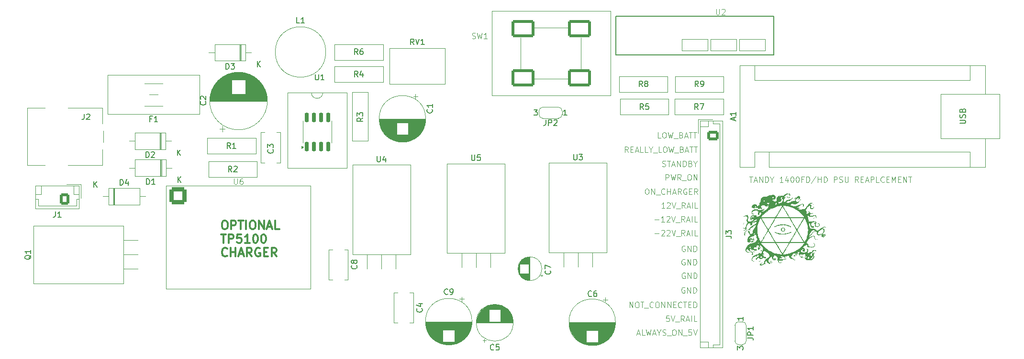
<source format=gto>
G04 #@! TF.GenerationSoftware,KiCad,Pcbnew,8.0.6*
G04 #@! TF.CreationDate,2024-11-05T16:14:51-06:00*
G04 #@! TF.ProjectId,1400-PSU,31343030-2d50-4535-952e-6b696361645f,rev?*
G04 #@! TF.SameCoordinates,Original*
G04 #@! TF.FileFunction,Legend,Top*
G04 #@! TF.FilePolarity,Positive*
%FSLAX46Y46*%
G04 Gerber Fmt 4.6, Leading zero omitted, Abs format (unit mm)*
G04 Created by KiCad (PCBNEW 8.0.6) date 2024-11-05 16:14:51*
%MOMM*%
%LPD*%
G01*
G04 APERTURE LIST*
G04 Aperture macros list*
%AMRoundRect*
0 Rectangle with rounded corners*
0 $1 Rounding radius*
0 $2 $3 $4 $5 $6 $7 $8 $9 X,Y pos of 4 corners*
0 Add a 4 corners polygon primitive as box body*
4,1,4,$2,$3,$4,$5,$6,$7,$8,$9,$2,$3,0*
0 Add four circle primitives for the rounded corners*
1,1,$1+$1,$2,$3*
1,1,$1+$1,$4,$5*
1,1,$1+$1,$6,$7*
1,1,$1+$1,$8,$9*
0 Add four rect primitives between the rounded corners*
20,1,$1+$1,$2,$3,$4,$5,0*
20,1,$1+$1,$4,$5,$6,$7,0*
20,1,$1+$1,$6,$7,$8,$9,0*
20,1,$1+$1,$8,$9,$2,$3,0*%
%AMFreePoly0*
4,1,19,0.550000,-0.750000,0.000000,-0.750000,0.000000,-0.744911,-0.071157,-0.744911,-0.207708,-0.704816,-0.327430,-0.627875,-0.420627,-0.520320,-0.479746,-0.390866,-0.500000,-0.250000,-0.500000,0.250000,-0.479746,0.390866,-0.420627,0.520320,-0.327430,0.627875,-0.207708,0.704816,-0.071157,0.744911,0.000000,0.744911,0.000000,0.750000,0.550000,0.750000,0.550000,-0.750000,0.550000,-0.750000,
$1*%
%AMFreePoly1*
4,1,19,0.000000,0.744911,0.071157,0.744911,0.207708,0.704816,0.327430,0.627875,0.420627,0.520320,0.479746,0.390866,0.500000,0.250000,0.500000,-0.250000,0.479746,-0.390866,0.420627,-0.520320,0.327430,-0.627875,0.207708,-0.704816,0.071157,-0.744911,0.000000,-0.744911,0.000000,-0.750000,-0.550000,-0.750000,-0.550000,0.750000,0.000000,0.750000,0.000000,0.744911,0.000000,0.744911,
$1*%
G04 Aperture macros list end*
%ADD10C,0.100000*%
%ADD11C,0.300000*%
%ADD12C,0.150000*%
%ADD13C,0.000000*%
%ADD14C,0.120000*%
%ADD15C,0.200000*%
%ADD16C,1.600000*%
%ADD17R,2.000000X4.000000*%
%ADD18O,2.000000X3.300000*%
%ADD19O,3.500000X2.000000*%
%ADD20R,1.600000X1.600000*%
%ADD21R,2.200000X2.200000*%
%ADD22O,2.200000X2.200000*%
%ADD23C,2.600000*%
%ADD24O,3.500000X3.500000*%
%ADD25R,2.000000X1.905000*%
%ADD26O,2.000000X1.905000*%
%ADD27RoundRect,0.250000X-0.725000X0.600000X-0.725000X-0.600000X0.725000X-0.600000X0.725000X0.600000X0*%
%ADD28O,1.950000X1.700000*%
%ADD29FreePoly0,270.000000*%
%ADD30R,1.500000X1.000000*%
%ADD31FreePoly1,270.000000*%
%ADD32C,3.900000*%
%ADD33C,7.000000*%
%ADD34FreePoly0,180.000000*%
%ADD35R,1.000000X1.500000*%
%ADD36FreePoly1,180.000000*%
%ADD37R,2.000000X2.000000*%
%ADD38C,2.000000*%
%ADD39R,2.000000X1.600000*%
%ADD40RoundRect,0.150000X0.150000X-0.725000X0.150000X0.725000X-0.150000X0.725000X-0.150000X-0.725000X0*%
%ADD41O,1.600000X1.600000*%
%ADD42R,1.200000X1.200000*%
%ADD43C,1.200000*%
%ADD44C,2.780000*%
%ADD45R,1.524000X1.524000*%
%ADD46C,1.524000*%
%ADD47RoundRect,0.375000X-1.125000X-1.125000X1.125000X-1.125000X1.125000X1.125000X-1.125000X1.125000X0*%
%ADD48C,3.000000*%
%ADD49C,1.440000*%
%ADD50RoundRect,0.250000X-1.750000X-1.250000X1.750000X-1.250000X1.750000X1.250000X-1.750000X1.250000X0*%
%ADD51RoundRect,0.250000X0.600000X0.750000X-0.600000X0.750000X-0.600000X-0.750000X0.600000X-0.750000X0*%
%ADD52O,1.700000X2.000000*%
%ADD53R,1.905000X2.000000*%
%ADD54O,1.905000X2.000000*%
G04 APERTURE END LIST*
D10*
X165253884Y-112722419D02*
X165253884Y-111722419D01*
X165253884Y-111722419D02*
X165825312Y-112722419D01*
X165825312Y-112722419D02*
X165825312Y-111722419D01*
X166491979Y-111722419D02*
X166682455Y-111722419D01*
X166682455Y-111722419D02*
X166777693Y-111770038D01*
X166777693Y-111770038D02*
X166872931Y-111865276D01*
X166872931Y-111865276D02*
X166920550Y-112055752D01*
X166920550Y-112055752D02*
X166920550Y-112389085D01*
X166920550Y-112389085D02*
X166872931Y-112579561D01*
X166872931Y-112579561D02*
X166777693Y-112674800D01*
X166777693Y-112674800D02*
X166682455Y-112722419D01*
X166682455Y-112722419D02*
X166491979Y-112722419D01*
X166491979Y-112722419D02*
X166396741Y-112674800D01*
X166396741Y-112674800D02*
X166301503Y-112579561D01*
X166301503Y-112579561D02*
X166253884Y-112389085D01*
X166253884Y-112389085D02*
X166253884Y-112055752D01*
X166253884Y-112055752D02*
X166301503Y-111865276D01*
X166301503Y-111865276D02*
X166396741Y-111770038D01*
X166396741Y-111770038D02*
X166491979Y-111722419D01*
X167206265Y-111722419D02*
X167777693Y-111722419D01*
X167491979Y-112722419D02*
X167491979Y-111722419D01*
X167872932Y-112817657D02*
X168634836Y-112817657D01*
X169444360Y-112627180D02*
X169396741Y-112674800D01*
X169396741Y-112674800D02*
X169253884Y-112722419D01*
X169253884Y-112722419D02*
X169158646Y-112722419D01*
X169158646Y-112722419D02*
X169015789Y-112674800D01*
X169015789Y-112674800D02*
X168920551Y-112579561D01*
X168920551Y-112579561D02*
X168872932Y-112484323D01*
X168872932Y-112484323D02*
X168825313Y-112293847D01*
X168825313Y-112293847D02*
X168825313Y-112150990D01*
X168825313Y-112150990D02*
X168872932Y-111960514D01*
X168872932Y-111960514D02*
X168920551Y-111865276D01*
X168920551Y-111865276D02*
X169015789Y-111770038D01*
X169015789Y-111770038D02*
X169158646Y-111722419D01*
X169158646Y-111722419D02*
X169253884Y-111722419D01*
X169253884Y-111722419D02*
X169396741Y-111770038D01*
X169396741Y-111770038D02*
X169444360Y-111817657D01*
X170063408Y-111722419D02*
X170253884Y-111722419D01*
X170253884Y-111722419D02*
X170349122Y-111770038D01*
X170349122Y-111770038D02*
X170444360Y-111865276D01*
X170444360Y-111865276D02*
X170491979Y-112055752D01*
X170491979Y-112055752D02*
X170491979Y-112389085D01*
X170491979Y-112389085D02*
X170444360Y-112579561D01*
X170444360Y-112579561D02*
X170349122Y-112674800D01*
X170349122Y-112674800D02*
X170253884Y-112722419D01*
X170253884Y-112722419D02*
X170063408Y-112722419D01*
X170063408Y-112722419D02*
X169968170Y-112674800D01*
X169968170Y-112674800D02*
X169872932Y-112579561D01*
X169872932Y-112579561D02*
X169825313Y-112389085D01*
X169825313Y-112389085D02*
X169825313Y-112055752D01*
X169825313Y-112055752D02*
X169872932Y-111865276D01*
X169872932Y-111865276D02*
X169968170Y-111770038D01*
X169968170Y-111770038D02*
X170063408Y-111722419D01*
X170920551Y-112722419D02*
X170920551Y-111722419D01*
X170920551Y-111722419D02*
X171491979Y-112722419D01*
X171491979Y-112722419D02*
X171491979Y-111722419D01*
X171968170Y-112722419D02*
X171968170Y-111722419D01*
X171968170Y-111722419D02*
X172539598Y-112722419D01*
X172539598Y-112722419D02*
X172539598Y-111722419D01*
X173015789Y-112198609D02*
X173349122Y-112198609D01*
X173491979Y-112722419D02*
X173015789Y-112722419D01*
X173015789Y-112722419D02*
X173015789Y-111722419D01*
X173015789Y-111722419D02*
X173491979Y-111722419D01*
X174491979Y-112627180D02*
X174444360Y-112674800D01*
X174444360Y-112674800D02*
X174301503Y-112722419D01*
X174301503Y-112722419D02*
X174206265Y-112722419D01*
X174206265Y-112722419D02*
X174063408Y-112674800D01*
X174063408Y-112674800D02*
X173968170Y-112579561D01*
X173968170Y-112579561D02*
X173920551Y-112484323D01*
X173920551Y-112484323D02*
X173872932Y-112293847D01*
X173872932Y-112293847D02*
X173872932Y-112150990D01*
X173872932Y-112150990D02*
X173920551Y-111960514D01*
X173920551Y-111960514D02*
X173968170Y-111865276D01*
X173968170Y-111865276D02*
X174063408Y-111770038D01*
X174063408Y-111770038D02*
X174206265Y-111722419D01*
X174206265Y-111722419D02*
X174301503Y-111722419D01*
X174301503Y-111722419D02*
X174444360Y-111770038D01*
X174444360Y-111770038D02*
X174491979Y-111817657D01*
X174777694Y-111722419D02*
X175349122Y-111722419D01*
X175063408Y-112722419D02*
X175063408Y-111722419D01*
X175682456Y-112198609D02*
X176015789Y-112198609D01*
X176158646Y-112722419D02*
X175682456Y-112722419D01*
X175682456Y-112722419D02*
X175682456Y-111722419D01*
X175682456Y-111722419D02*
X176158646Y-111722419D01*
X176587218Y-112722419D02*
X176587218Y-111722419D01*
X176587218Y-111722419D02*
X176825313Y-111722419D01*
X176825313Y-111722419D02*
X176968170Y-111770038D01*
X176968170Y-111770038D02*
X177063408Y-111865276D01*
X177063408Y-111865276D02*
X177111027Y-111960514D01*
X177111027Y-111960514D02*
X177158646Y-112150990D01*
X177158646Y-112150990D02*
X177158646Y-112293847D01*
X177158646Y-112293847D02*
X177111027Y-112484323D01*
X177111027Y-112484323D02*
X177063408Y-112579561D01*
X177063408Y-112579561D02*
X176968170Y-112674800D01*
X176968170Y-112674800D02*
X176825313Y-112722419D01*
X176825313Y-112722419D02*
X176587218Y-112722419D01*
X186461027Y-89492419D02*
X187032455Y-89492419D01*
X186746741Y-90492419D02*
X186746741Y-89492419D01*
X187318170Y-90206704D02*
X187794360Y-90206704D01*
X187222932Y-90492419D02*
X187556265Y-89492419D01*
X187556265Y-89492419D02*
X187889598Y-90492419D01*
X188222932Y-90492419D02*
X188222932Y-89492419D01*
X188222932Y-89492419D02*
X188794360Y-90492419D01*
X188794360Y-90492419D02*
X188794360Y-89492419D01*
X189270551Y-90492419D02*
X189270551Y-89492419D01*
X189270551Y-89492419D02*
X189508646Y-89492419D01*
X189508646Y-89492419D02*
X189651503Y-89540038D01*
X189651503Y-89540038D02*
X189746741Y-89635276D01*
X189746741Y-89635276D02*
X189794360Y-89730514D01*
X189794360Y-89730514D02*
X189841979Y-89920990D01*
X189841979Y-89920990D02*
X189841979Y-90063847D01*
X189841979Y-90063847D02*
X189794360Y-90254323D01*
X189794360Y-90254323D02*
X189746741Y-90349561D01*
X189746741Y-90349561D02*
X189651503Y-90444800D01*
X189651503Y-90444800D02*
X189508646Y-90492419D01*
X189508646Y-90492419D02*
X189270551Y-90492419D01*
X190461027Y-90016228D02*
X190461027Y-90492419D01*
X190127694Y-89492419D02*
X190461027Y-90016228D01*
X190461027Y-90016228D02*
X190794360Y-89492419D01*
X192413408Y-90492419D02*
X191841980Y-90492419D01*
X192127694Y-90492419D02*
X192127694Y-89492419D01*
X192127694Y-89492419D02*
X192032456Y-89635276D01*
X192032456Y-89635276D02*
X191937218Y-89730514D01*
X191937218Y-89730514D02*
X191841980Y-89778133D01*
X193270551Y-89825752D02*
X193270551Y-90492419D01*
X193032456Y-89444800D02*
X192794361Y-90159085D01*
X192794361Y-90159085D02*
X193413408Y-90159085D01*
X193984837Y-89492419D02*
X194080075Y-89492419D01*
X194080075Y-89492419D02*
X194175313Y-89540038D01*
X194175313Y-89540038D02*
X194222932Y-89587657D01*
X194222932Y-89587657D02*
X194270551Y-89682895D01*
X194270551Y-89682895D02*
X194318170Y-89873371D01*
X194318170Y-89873371D02*
X194318170Y-90111466D01*
X194318170Y-90111466D02*
X194270551Y-90301942D01*
X194270551Y-90301942D02*
X194222932Y-90397180D01*
X194222932Y-90397180D02*
X194175313Y-90444800D01*
X194175313Y-90444800D02*
X194080075Y-90492419D01*
X194080075Y-90492419D02*
X193984837Y-90492419D01*
X193984837Y-90492419D02*
X193889599Y-90444800D01*
X193889599Y-90444800D02*
X193841980Y-90397180D01*
X193841980Y-90397180D02*
X193794361Y-90301942D01*
X193794361Y-90301942D02*
X193746742Y-90111466D01*
X193746742Y-90111466D02*
X193746742Y-89873371D01*
X193746742Y-89873371D02*
X193794361Y-89682895D01*
X193794361Y-89682895D02*
X193841980Y-89587657D01*
X193841980Y-89587657D02*
X193889599Y-89540038D01*
X193889599Y-89540038D02*
X193984837Y-89492419D01*
X194937218Y-89492419D02*
X195032456Y-89492419D01*
X195032456Y-89492419D02*
X195127694Y-89540038D01*
X195127694Y-89540038D02*
X195175313Y-89587657D01*
X195175313Y-89587657D02*
X195222932Y-89682895D01*
X195222932Y-89682895D02*
X195270551Y-89873371D01*
X195270551Y-89873371D02*
X195270551Y-90111466D01*
X195270551Y-90111466D02*
X195222932Y-90301942D01*
X195222932Y-90301942D02*
X195175313Y-90397180D01*
X195175313Y-90397180D02*
X195127694Y-90444800D01*
X195127694Y-90444800D02*
X195032456Y-90492419D01*
X195032456Y-90492419D02*
X194937218Y-90492419D01*
X194937218Y-90492419D02*
X194841980Y-90444800D01*
X194841980Y-90444800D02*
X194794361Y-90397180D01*
X194794361Y-90397180D02*
X194746742Y-90301942D01*
X194746742Y-90301942D02*
X194699123Y-90111466D01*
X194699123Y-90111466D02*
X194699123Y-89873371D01*
X194699123Y-89873371D02*
X194746742Y-89682895D01*
X194746742Y-89682895D02*
X194794361Y-89587657D01*
X194794361Y-89587657D02*
X194841980Y-89540038D01*
X194841980Y-89540038D02*
X194937218Y-89492419D01*
X196032456Y-89968609D02*
X195699123Y-89968609D01*
X195699123Y-90492419D02*
X195699123Y-89492419D01*
X195699123Y-89492419D02*
X196175313Y-89492419D01*
X196556266Y-90492419D02*
X196556266Y-89492419D01*
X196556266Y-89492419D02*
X196794361Y-89492419D01*
X196794361Y-89492419D02*
X196937218Y-89540038D01*
X196937218Y-89540038D02*
X197032456Y-89635276D01*
X197032456Y-89635276D02*
X197080075Y-89730514D01*
X197080075Y-89730514D02*
X197127694Y-89920990D01*
X197127694Y-89920990D02*
X197127694Y-90063847D01*
X197127694Y-90063847D02*
X197080075Y-90254323D01*
X197080075Y-90254323D02*
X197032456Y-90349561D01*
X197032456Y-90349561D02*
X196937218Y-90444800D01*
X196937218Y-90444800D02*
X196794361Y-90492419D01*
X196794361Y-90492419D02*
X196556266Y-90492419D01*
X198270551Y-89444800D02*
X197413409Y-90730514D01*
X198603885Y-90492419D02*
X198603885Y-89492419D01*
X198603885Y-89968609D02*
X199175313Y-89968609D01*
X199175313Y-90492419D02*
X199175313Y-89492419D01*
X199651504Y-90492419D02*
X199651504Y-89492419D01*
X199651504Y-89492419D02*
X199889599Y-89492419D01*
X199889599Y-89492419D02*
X200032456Y-89540038D01*
X200032456Y-89540038D02*
X200127694Y-89635276D01*
X200127694Y-89635276D02*
X200175313Y-89730514D01*
X200175313Y-89730514D02*
X200222932Y-89920990D01*
X200222932Y-89920990D02*
X200222932Y-90063847D01*
X200222932Y-90063847D02*
X200175313Y-90254323D01*
X200175313Y-90254323D02*
X200127694Y-90349561D01*
X200127694Y-90349561D02*
X200032456Y-90444800D01*
X200032456Y-90444800D02*
X199889599Y-90492419D01*
X199889599Y-90492419D02*
X199651504Y-90492419D01*
X201413409Y-90492419D02*
X201413409Y-89492419D01*
X201413409Y-89492419D02*
X201794361Y-89492419D01*
X201794361Y-89492419D02*
X201889599Y-89540038D01*
X201889599Y-89540038D02*
X201937218Y-89587657D01*
X201937218Y-89587657D02*
X201984837Y-89682895D01*
X201984837Y-89682895D02*
X201984837Y-89825752D01*
X201984837Y-89825752D02*
X201937218Y-89920990D01*
X201937218Y-89920990D02*
X201889599Y-89968609D01*
X201889599Y-89968609D02*
X201794361Y-90016228D01*
X201794361Y-90016228D02*
X201413409Y-90016228D01*
X202365790Y-90444800D02*
X202508647Y-90492419D01*
X202508647Y-90492419D02*
X202746742Y-90492419D01*
X202746742Y-90492419D02*
X202841980Y-90444800D01*
X202841980Y-90444800D02*
X202889599Y-90397180D01*
X202889599Y-90397180D02*
X202937218Y-90301942D01*
X202937218Y-90301942D02*
X202937218Y-90206704D01*
X202937218Y-90206704D02*
X202889599Y-90111466D01*
X202889599Y-90111466D02*
X202841980Y-90063847D01*
X202841980Y-90063847D02*
X202746742Y-90016228D01*
X202746742Y-90016228D02*
X202556266Y-89968609D01*
X202556266Y-89968609D02*
X202461028Y-89920990D01*
X202461028Y-89920990D02*
X202413409Y-89873371D01*
X202413409Y-89873371D02*
X202365790Y-89778133D01*
X202365790Y-89778133D02*
X202365790Y-89682895D01*
X202365790Y-89682895D02*
X202413409Y-89587657D01*
X202413409Y-89587657D02*
X202461028Y-89540038D01*
X202461028Y-89540038D02*
X202556266Y-89492419D01*
X202556266Y-89492419D02*
X202794361Y-89492419D01*
X202794361Y-89492419D02*
X202937218Y-89540038D01*
X203365790Y-89492419D02*
X203365790Y-90301942D01*
X203365790Y-90301942D02*
X203413409Y-90397180D01*
X203413409Y-90397180D02*
X203461028Y-90444800D01*
X203461028Y-90444800D02*
X203556266Y-90492419D01*
X203556266Y-90492419D02*
X203746742Y-90492419D01*
X203746742Y-90492419D02*
X203841980Y-90444800D01*
X203841980Y-90444800D02*
X203889599Y-90397180D01*
X203889599Y-90397180D02*
X203937218Y-90301942D01*
X203937218Y-90301942D02*
X203937218Y-89492419D01*
X205746742Y-90492419D02*
X205413409Y-90016228D01*
X205175314Y-90492419D02*
X205175314Y-89492419D01*
X205175314Y-89492419D02*
X205556266Y-89492419D01*
X205556266Y-89492419D02*
X205651504Y-89540038D01*
X205651504Y-89540038D02*
X205699123Y-89587657D01*
X205699123Y-89587657D02*
X205746742Y-89682895D01*
X205746742Y-89682895D02*
X205746742Y-89825752D01*
X205746742Y-89825752D02*
X205699123Y-89920990D01*
X205699123Y-89920990D02*
X205651504Y-89968609D01*
X205651504Y-89968609D02*
X205556266Y-90016228D01*
X205556266Y-90016228D02*
X205175314Y-90016228D01*
X206175314Y-89968609D02*
X206508647Y-89968609D01*
X206651504Y-90492419D02*
X206175314Y-90492419D01*
X206175314Y-90492419D02*
X206175314Y-89492419D01*
X206175314Y-89492419D02*
X206651504Y-89492419D01*
X207032457Y-90206704D02*
X207508647Y-90206704D01*
X206937219Y-90492419D02*
X207270552Y-89492419D01*
X207270552Y-89492419D02*
X207603885Y-90492419D01*
X207937219Y-90492419D02*
X207937219Y-89492419D01*
X207937219Y-89492419D02*
X208318171Y-89492419D01*
X208318171Y-89492419D02*
X208413409Y-89540038D01*
X208413409Y-89540038D02*
X208461028Y-89587657D01*
X208461028Y-89587657D02*
X208508647Y-89682895D01*
X208508647Y-89682895D02*
X208508647Y-89825752D01*
X208508647Y-89825752D02*
X208461028Y-89920990D01*
X208461028Y-89920990D02*
X208413409Y-89968609D01*
X208413409Y-89968609D02*
X208318171Y-90016228D01*
X208318171Y-90016228D02*
X207937219Y-90016228D01*
X209413409Y-90492419D02*
X208937219Y-90492419D01*
X208937219Y-90492419D02*
X208937219Y-89492419D01*
X210318171Y-90397180D02*
X210270552Y-90444800D01*
X210270552Y-90444800D02*
X210127695Y-90492419D01*
X210127695Y-90492419D02*
X210032457Y-90492419D01*
X210032457Y-90492419D02*
X209889600Y-90444800D01*
X209889600Y-90444800D02*
X209794362Y-90349561D01*
X209794362Y-90349561D02*
X209746743Y-90254323D01*
X209746743Y-90254323D02*
X209699124Y-90063847D01*
X209699124Y-90063847D02*
X209699124Y-89920990D01*
X209699124Y-89920990D02*
X209746743Y-89730514D01*
X209746743Y-89730514D02*
X209794362Y-89635276D01*
X209794362Y-89635276D02*
X209889600Y-89540038D01*
X209889600Y-89540038D02*
X210032457Y-89492419D01*
X210032457Y-89492419D02*
X210127695Y-89492419D01*
X210127695Y-89492419D02*
X210270552Y-89540038D01*
X210270552Y-89540038D02*
X210318171Y-89587657D01*
X210746743Y-89968609D02*
X211080076Y-89968609D01*
X211222933Y-90492419D02*
X210746743Y-90492419D01*
X210746743Y-90492419D02*
X210746743Y-89492419D01*
X210746743Y-89492419D02*
X211222933Y-89492419D01*
X211651505Y-90492419D02*
X211651505Y-89492419D01*
X211651505Y-89492419D02*
X211984838Y-90206704D01*
X211984838Y-90206704D02*
X212318171Y-89492419D01*
X212318171Y-89492419D02*
X212318171Y-90492419D01*
X212794362Y-89968609D02*
X213127695Y-89968609D01*
X213270552Y-90492419D02*
X212794362Y-90492419D01*
X212794362Y-90492419D02*
X212794362Y-89492419D01*
X212794362Y-89492419D02*
X213270552Y-89492419D01*
X213699124Y-90492419D02*
X213699124Y-89492419D01*
X213699124Y-89492419D02*
X214270552Y-90492419D01*
X214270552Y-90492419D02*
X214270552Y-89492419D01*
X214603886Y-89492419D02*
X215175314Y-89492419D01*
X214889600Y-90492419D02*
X214889600Y-89492419D01*
X169713884Y-99581466D02*
X170475789Y-99581466D01*
X170904360Y-99057657D02*
X170951979Y-99010038D01*
X170951979Y-99010038D02*
X171047217Y-98962419D01*
X171047217Y-98962419D02*
X171285312Y-98962419D01*
X171285312Y-98962419D02*
X171380550Y-99010038D01*
X171380550Y-99010038D02*
X171428169Y-99057657D01*
X171428169Y-99057657D02*
X171475788Y-99152895D01*
X171475788Y-99152895D02*
X171475788Y-99248133D01*
X171475788Y-99248133D02*
X171428169Y-99390990D01*
X171428169Y-99390990D02*
X170856741Y-99962419D01*
X170856741Y-99962419D02*
X171475788Y-99962419D01*
X171856741Y-99057657D02*
X171904360Y-99010038D01*
X171904360Y-99010038D02*
X171999598Y-98962419D01*
X171999598Y-98962419D02*
X172237693Y-98962419D01*
X172237693Y-98962419D02*
X172332931Y-99010038D01*
X172332931Y-99010038D02*
X172380550Y-99057657D01*
X172380550Y-99057657D02*
X172428169Y-99152895D01*
X172428169Y-99152895D02*
X172428169Y-99248133D01*
X172428169Y-99248133D02*
X172380550Y-99390990D01*
X172380550Y-99390990D02*
X171809122Y-99962419D01*
X171809122Y-99962419D02*
X172428169Y-99962419D01*
X172713884Y-98962419D02*
X173047217Y-99962419D01*
X173047217Y-99962419D02*
X173380550Y-98962419D01*
X173475789Y-100057657D02*
X174237693Y-100057657D01*
X175047217Y-99962419D02*
X174713884Y-99486228D01*
X174475789Y-99962419D02*
X174475789Y-98962419D01*
X174475789Y-98962419D02*
X174856741Y-98962419D01*
X174856741Y-98962419D02*
X174951979Y-99010038D01*
X174951979Y-99010038D02*
X174999598Y-99057657D01*
X174999598Y-99057657D02*
X175047217Y-99152895D01*
X175047217Y-99152895D02*
X175047217Y-99295752D01*
X175047217Y-99295752D02*
X174999598Y-99390990D01*
X174999598Y-99390990D02*
X174951979Y-99438609D01*
X174951979Y-99438609D02*
X174856741Y-99486228D01*
X174856741Y-99486228D02*
X174475789Y-99486228D01*
X175428170Y-99676704D02*
X175904360Y-99676704D01*
X175332932Y-99962419D02*
X175666265Y-98962419D01*
X175666265Y-98962419D02*
X175999598Y-99962419D01*
X176332932Y-99962419D02*
X176332932Y-98962419D01*
X177285312Y-99962419D02*
X176809122Y-99962419D01*
X176809122Y-99962419D02*
X176809122Y-98962419D01*
X170790074Y-82642419D02*
X170313884Y-82642419D01*
X170313884Y-82642419D02*
X170313884Y-81642419D01*
X171313884Y-81642419D02*
X171504360Y-81642419D01*
X171504360Y-81642419D02*
X171599598Y-81690038D01*
X171599598Y-81690038D02*
X171694836Y-81785276D01*
X171694836Y-81785276D02*
X171742455Y-81975752D01*
X171742455Y-81975752D02*
X171742455Y-82309085D01*
X171742455Y-82309085D02*
X171694836Y-82499561D01*
X171694836Y-82499561D02*
X171599598Y-82594800D01*
X171599598Y-82594800D02*
X171504360Y-82642419D01*
X171504360Y-82642419D02*
X171313884Y-82642419D01*
X171313884Y-82642419D02*
X171218646Y-82594800D01*
X171218646Y-82594800D02*
X171123408Y-82499561D01*
X171123408Y-82499561D02*
X171075789Y-82309085D01*
X171075789Y-82309085D02*
X171075789Y-81975752D01*
X171075789Y-81975752D02*
X171123408Y-81785276D01*
X171123408Y-81785276D02*
X171218646Y-81690038D01*
X171218646Y-81690038D02*
X171313884Y-81642419D01*
X172075789Y-81642419D02*
X172313884Y-82642419D01*
X172313884Y-82642419D02*
X172504360Y-81928133D01*
X172504360Y-81928133D02*
X172694836Y-82642419D01*
X172694836Y-82642419D02*
X172932932Y-81642419D01*
X173075789Y-82737657D02*
X173837693Y-82737657D01*
X174409122Y-82118609D02*
X174551979Y-82166228D01*
X174551979Y-82166228D02*
X174599598Y-82213847D01*
X174599598Y-82213847D02*
X174647217Y-82309085D01*
X174647217Y-82309085D02*
X174647217Y-82451942D01*
X174647217Y-82451942D02*
X174599598Y-82547180D01*
X174599598Y-82547180D02*
X174551979Y-82594800D01*
X174551979Y-82594800D02*
X174456741Y-82642419D01*
X174456741Y-82642419D02*
X174075789Y-82642419D01*
X174075789Y-82642419D02*
X174075789Y-81642419D01*
X174075789Y-81642419D02*
X174409122Y-81642419D01*
X174409122Y-81642419D02*
X174504360Y-81690038D01*
X174504360Y-81690038D02*
X174551979Y-81737657D01*
X174551979Y-81737657D02*
X174599598Y-81832895D01*
X174599598Y-81832895D02*
X174599598Y-81928133D01*
X174599598Y-81928133D02*
X174551979Y-82023371D01*
X174551979Y-82023371D02*
X174504360Y-82070990D01*
X174504360Y-82070990D02*
X174409122Y-82118609D01*
X174409122Y-82118609D02*
X174075789Y-82118609D01*
X175028170Y-82356704D02*
X175504360Y-82356704D01*
X174932932Y-82642419D02*
X175266265Y-81642419D01*
X175266265Y-81642419D02*
X175599598Y-82642419D01*
X175790075Y-81642419D02*
X176361503Y-81642419D01*
X176075789Y-82642419D02*
X176075789Y-81642419D01*
X176551980Y-81642419D02*
X177123408Y-81642419D01*
X176837694Y-82642419D02*
X176837694Y-81642419D01*
X175067693Y-101810038D02*
X174972455Y-101762419D01*
X174972455Y-101762419D02*
X174829598Y-101762419D01*
X174829598Y-101762419D02*
X174686741Y-101810038D01*
X174686741Y-101810038D02*
X174591503Y-101905276D01*
X174591503Y-101905276D02*
X174543884Y-102000514D01*
X174543884Y-102000514D02*
X174496265Y-102190990D01*
X174496265Y-102190990D02*
X174496265Y-102333847D01*
X174496265Y-102333847D02*
X174543884Y-102524323D01*
X174543884Y-102524323D02*
X174591503Y-102619561D01*
X174591503Y-102619561D02*
X174686741Y-102714800D01*
X174686741Y-102714800D02*
X174829598Y-102762419D01*
X174829598Y-102762419D02*
X174924836Y-102762419D01*
X174924836Y-102762419D02*
X175067693Y-102714800D01*
X175067693Y-102714800D02*
X175115312Y-102667180D01*
X175115312Y-102667180D02*
X175115312Y-102333847D01*
X175115312Y-102333847D02*
X174924836Y-102333847D01*
X175543884Y-102762419D02*
X175543884Y-101762419D01*
X175543884Y-101762419D02*
X176115312Y-102762419D01*
X176115312Y-102762419D02*
X176115312Y-101762419D01*
X176591503Y-102762419D02*
X176591503Y-101762419D01*
X176591503Y-101762419D02*
X176829598Y-101762419D01*
X176829598Y-101762419D02*
X176972455Y-101810038D01*
X176972455Y-101810038D02*
X177067693Y-101905276D01*
X177067693Y-101905276D02*
X177115312Y-102000514D01*
X177115312Y-102000514D02*
X177162931Y-102190990D01*
X177162931Y-102190990D02*
X177162931Y-102333847D01*
X177162931Y-102333847D02*
X177115312Y-102524323D01*
X177115312Y-102524323D02*
X177067693Y-102619561D01*
X177067693Y-102619561D02*
X176972455Y-102714800D01*
X176972455Y-102714800D02*
X176829598Y-102762419D01*
X176829598Y-102762419D02*
X176591503Y-102762419D01*
X166586265Y-117346704D02*
X167062455Y-117346704D01*
X166491027Y-117632419D02*
X166824360Y-116632419D01*
X166824360Y-116632419D02*
X167157693Y-117632419D01*
X167967217Y-117632419D02*
X167491027Y-117632419D01*
X167491027Y-117632419D02*
X167491027Y-116632419D01*
X168205313Y-116632419D02*
X168443408Y-117632419D01*
X168443408Y-117632419D02*
X168633884Y-116918133D01*
X168633884Y-116918133D02*
X168824360Y-117632419D01*
X168824360Y-117632419D02*
X169062456Y-116632419D01*
X169395789Y-117346704D02*
X169871979Y-117346704D01*
X169300551Y-117632419D02*
X169633884Y-116632419D01*
X169633884Y-116632419D02*
X169967217Y-117632419D01*
X170491027Y-117156228D02*
X170491027Y-117632419D01*
X170157694Y-116632419D02*
X170491027Y-117156228D01*
X170491027Y-117156228D02*
X170824360Y-116632419D01*
X171110075Y-117584800D02*
X171252932Y-117632419D01*
X171252932Y-117632419D02*
X171491027Y-117632419D01*
X171491027Y-117632419D02*
X171586265Y-117584800D01*
X171586265Y-117584800D02*
X171633884Y-117537180D01*
X171633884Y-117537180D02*
X171681503Y-117441942D01*
X171681503Y-117441942D02*
X171681503Y-117346704D01*
X171681503Y-117346704D02*
X171633884Y-117251466D01*
X171633884Y-117251466D02*
X171586265Y-117203847D01*
X171586265Y-117203847D02*
X171491027Y-117156228D01*
X171491027Y-117156228D02*
X171300551Y-117108609D01*
X171300551Y-117108609D02*
X171205313Y-117060990D01*
X171205313Y-117060990D02*
X171157694Y-117013371D01*
X171157694Y-117013371D02*
X171110075Y-116918133D01*
X171110075Y-116918133D02*
X171110075Y-116822895D01*
X171110075Y-116822895D02*
X171157694Y-116727657D01*
X171157694Y-116727657D02*
X171205313Y-116680038D01*
X171205313Y-116680038D02*
X171300551Y-116632419D01*
X171300551Y-116632419D02*
X171538646Y-116632419D01*
X171538646Y-116632419D02*
X171681503Y-116680038D01*
X171871980Y-117727657D02*
X172633884Y-117727657D01*
X173062456Y-116632419D02*
X173252932Y-116632419D01*
X173252932Y-116632419D02*
X173348170Y-116680038D01*
X173348170Y-116680038D02*
X173443408Y-116775276D01*
X173443408Y-116775276D02*
X173491027Y-116965752D01*
X173491027Y-116965752D02*
X173491027Y-117299085D01*
X173491027Y-117299085D02*
X173443408Y-117489561D01*
X173443408Y-117489561D02*
X173348170Y-117584800D01*
X173348170Y-117584800D02*
X173252932Y-117632419D01*
X173252932Y-117632419D02*
X173062456Y-117632419D01*
X173062456Y-117632419D02*
X172967218Y-117584800D01*
X172967218Y-117584800D02*
X172871980Y-117489561D01*
X172871980Y-117489561D02*
X172824361Y-117299085D01*
X172824361Y-117299085D02*
X172824361Y-116965752D01*
X172824361Y-116965752D02*
X172871980Y-116775276D01*
X172871980Y-116775276D02*
X172967218Y-116680038D01*
X172967218Y-116680038D02*
X173062456Y-116632419D01*
X173919599Y-117632419D02*
X173919599Y-116632419D01*
X173919599Y-116632419D02*
X174491027Y-117632419D01*
X174491027Y-117632419D02*
X174491027Y-116632419D01*
X174729123Y-117727657D02*
X175491027Y-117727657D01*
X176205313Y-116632419D02*
X175729123Y-116632419D01*
X175729123Y-116632419D02*
X175681504Y-117108609D01*
X175681504Y-117108609D02*
X175729123Y-117060990D01*
X175729123Y-117060990D02*
X175824361Y-117013371D01*
X175824361Y-117013371D02*
X176062456Y-117013371D01*
X176062456Y-117013371D02*
X176157694Y-117060990D01*
X176157694Y-117060990D02*
X176205313Y-117108609D01*
X176205313Y-117108609D02*
X176252932Y-117203847D01*
X176252932Y-117203847D02*
X176252932Y-117441942D01*
X176252932Y-117441942D02*
X176205313Y-117537180D01*
X176205313Y-117537180D02*
X176157694Y-117584800D01*
X176157694Y-117584800D02*
X176062456Y-117632419D01*
X176062456Y-117632419D02*
X175824361Y-117632419D01*
X175824361Y-117632419D02*
X175729123Y-117584800D01*
X175729123Y-117584800D02*
X175681504Y-117537180D01*
X176538647Y-116632419D02*
X176871980Y-117632419D01*
X176871980Y-117632419D02*
X177205313Y-116632419D01*
X171653884Y-90112419D02*
X171653884Y-89112419D01*
X171653884Y-89112419D02*
X172034836Y-89112419D01*
X172034836Y-89112419D02*
X172130074Y-89160038D01*
X172130074Y-89160038D02*
X172177693Y-89207657D01*
X172177693Y-89207657D02*
X172225312Y-89302895D01*
X172225312Y-89302895D02*
X172225312Y-89445752D01*
X172225312Y-89445752D02*
X172177693Y-89540990D01*
X172177693Y-89540990D02*
X172130074Y-89588609D01*
X172130074Y-89588609D02*
X172034836Y-89636228D01*
X172034836Y-89636228D02*
X171653884Y-89636228D01*
X172558646Y-89112419D02*
X172796741Y-90112419D01*
X172796741Y-90112419D02*
X172987217Y-89398133D01*
X172987217Y-89398133D02*
X173177693Y-90112419D01*
X173177693Y-90112419D02*
X173415789Y-89112419D01*
X174368169Y-90112419D02*
X174034836Y-89636228D01*
X173796741Y-90112419D02*
X173796741Y-89112419D01*
X173796741Y-89112419D02*
X174177693Y-89112419D01*
X174177693Y-89112419D02*
X174272931Y-89160038D01*
X174272931Y-89160038D02*
X174320550Y-89207657D01*
X174320550Y-89207657D02*
X174368169Y-89302895D01*
X174368169Y-89302895D02*
X174368169Y-89445752D01*
X174368169Y-89445752D02*
X174320550Y-89540990D01*
X174320550Y-89540990D02*
X174272931Y-89588609D01*
X174272931Y-89588609D02*
X174177693Y-89636228D01*
X174177693Y-89636228D02*
X173796741Y-89636228D01*
X174558646Y-90207657D02*
X175320550Y-90207657D01*
X175749122Y-89112419D02*
X175939598Y-89112419D01*
X175939598Y-89112419D02*
X176034836Y-89160038D01*
X176034836Y-89160038D02*
X176130074Y-89255276D01*
X176130074Y-89255276D02*
X176177693Y-89445752D01*
X176177693Y-89445752D02*
X176177693Y-89779085D01*
X176177693Y-89779085D02*
X176130074Y-89969561D01*
X176130074Y-89969561D02*
X176034836Y-90064800D01*
X176034836Y-90064800D02*
X175939598Y-90112419D01*
X175939598Y-90112419D02*
X175749122Y-90112419D01*
X175749122Y-90112419D02*
X175653884Y-90064800D01*
X175653884Y-90064800D02*
X175558646Y-89969561D01*
X175558646Y-89969561D02*
X175511027Y-89779085D01*
X175511027Y-89779085D02*
X175511027Y-89445752D01*
X175511027Y-89445752D02*
X175558646Y-89255276D01*
X175558646Y-89255276D02*
X175653884Y-89160038D01*
X175653884Y-89160038D02*
X175749122Y-89112419D01*
X176606265Y-90112419D02*
X176606265Y-89112419D01*
X176606265Y-89112419D02*
X177177693Y-90112419D01*
X177177693Y-90112419D02*
X177177693Y-89112419D01*
X168254360Y-91642419D02*
X168444836Y-91642419D01*
X168444836Y-91642419D02*
X168540074Y-91690038D01*
X168540074Y-91690038D02*
X168635312Y-91785276D01*
X168635312Y-91785276D02*
X168682931Y-91975752D01*
X168682931Y-91975752D02*
X168682931Y-92309085D01*
X168682931Y-92309085D02*
X168635312Y-92499561D01*
X168635312Y-92499561D02*
X168540074Y-92594800D01*
X168540074Y-92594800D02*
X168444836Y-92642419D01*
X168444836Y-92642419D02*
X168254360Y-92642419D01*
X168254360Y-92642419D02*
X168159122Y-92594800D01*
X168159122Y-92594800D02*
X168063884Y-92499561D01*
X168063884Y-92499561D02*
X168016265Y-92309085D01*
X168016265Y-92309085D02*
X168016265Y-91975752D01*
X168016265Y-91975752D02*
X168063884Y-91785276D01*
X168063884Y-91785276D02*
X168159122Y-91690038D01*
X168159122Y-91690038D02*
X168254360Y-91642419D01*
X169111503Y-92642419D02*
X169111503Y-91642419D01*
X169111503Y-91642419D02*
X169682931Y-92642419D01*
X169682931Y-92642419D02*
X169682931Y-91642419D01*
X169921027Y-92737657D02*
X170682931Y-92737657D01*
X171492455Y-92547180D02*
X171444836Y-92594800D01*
X171444836Y-92594800D02*
X171301979Y-92642419D01*
X171301979Y-92642419D02*
X171206741Y-92642419D01*
X171206741Y-92642419D02*
X171063884Y-92594800D01*
X171063884Y-92594800D02*
X170968646Y-92499561D01*
X170968646Y-92499561D02*
X170921027Y-92404323D01*
X170921027Y-92404323D02*
X170873408Y-92213847D01*
X170873408Y-92213847D02*
X170873408Y-92070990D01*
X170873408Y-92070990D02*
X170921027Y-91880514D01*
X170921027Y-91880514D02*
X170968646Y-91785276D01*
X170968646Y-91785276D02*
X171063884Y-91690038D01*
X171063884Y-91690038D02*
X171206741Y-91642419D01*
X171206741Y-91642419D02*
X171301979Y-91642419D01*
X171301979Y-91642419D02*
X171444836Y-91690038D01*
X171444836Y-91690038D02*
X171492455Y-91737657D01*
X171921027Y-92642419D02*
X171921027Y-91642419D01*
X171921027Y-92118609D02*
X172492455Y-92118609D01*
X172492455Y-92642419D02*
X172492455Y-91642419D01*
X172921027Y-92356704D02*
X173397217Y-92356704D01*
X172825789Y-92642419D02*
X173159122Y-91642419D01*
X173159122Y-91642419D02*
X173492455Y-92642419D01*
X174397217Y-92642419D02*
X174063884Y-92166228D01*
X173825789Y-92642419D02*
X173825789Y-91642419D01*
X173825789Y-91642419D02*
X174206741Y-91642419D01*
X174206741Y-91642419D02*
X174301979Y-91690038D01*
X174301979Y-91690038D02*
X174349598Y-91737657D01*
X174349598Y-91737657D02*
X174397217Y-91832895D01*
X174397217Y-91832895D02*
X174397217Y-91975752D01*
X174397217Y-91975752D02*
X174349598Y-92070990D01*
X174349598Y-92070990D02*
X174301979Y-92118609D01*
X174301979Y-92118609D02*
X174206741Y-92166228D01*
X174206741Y-92166228D02*
X173825789Y-92166228D01*
X175349598Y-91690038D02*
X175254360Y-91642419D01*
X175254360Y-91642419D02*
X175111503Y-91642419D01*
X175111503Y-91642419D02*
X174968646Y-91690038D01*
X174968646Y-91690038D02*
X174873408Y-91785276D01*
X174873408Y-91785276D02*
X174825789Y-91880514D01*
X174825789Y-91880514D02*
X174778170Y-92070990D01*
X174778170Y-92070990D02*
X174778170Y-92213847D01*
X174778170Y-92213847D02*
X174825789Y-92404323D01*
X174825789Y-92404323D02*
X174873408Y-92499561D01*
X174873408Y-92499561D02*
X174968646Y-92594800D01*
X174968646Y-92594800D02*
X175111503Y-92642419D01*
X175111503Y-92642419D02*
X175206741Y-92642419D01*
X175206741Y-92642419D02*
X175349598Y-92594800D01*
X175349598Y-92594800D02*
X175397217Y-92547180D01*
X175397217Y-92547180D02*
X175397217Y-92213847D01*
X175397217Y-92213847D02*
X175206741Y-92213847D01*
X175825789Y-92118609D02*
X176159122Y-92118609D01*
X176301979Y-92642419D02*
X175825789Y-92642419D01*
X175825789Y-92642419D02*
X175825789Y-91642419D01*
X175825789Y-91642419D02*
X176301979Y-91642419D01*
X177301979Y-92642419D02*
X176968646Y-92166228D01*
X176730551Y-92642419D02*
X176730551Y-91642419D01*
X176730551Y-91642419D02*
X177111503Y-91642419D01*
X177111503Y-91642419D02*
X177206741Y-91690038D01*
X177206741Y-91690038D02*
X177254360Y-91737657D01*
X177254360Y-91737657D02*
X177301979Y-91832895D01*
X177301979Y-91832895D02*
X177301979Y-91975752D01*
X177301979Y-91975752D02*
X177254360Y-92070990D01*
X177254360Y-92070990D02*
X177206741Y-92118609D01*
X177206741Y-92118609D02*
X177111503Y-92166228D01*
X177111503Y-92166228D02*
X176730551Y-92166228D01*
X175037693Y-104190038D02*
X174942455Y-104142419D01*
X174942455Y-104142419D02*
X174799598Y-104142419D01*
X174799598Y-104142419D02*
X174656741Y-104190038D01*
X174656741Y-104190038D02*
X174561503Y-104285276D01*
X174561503Y-104285276D02*
X174513884Y-104380514D01*
X174513884Y-104380514D02*
X174466265Y-104570990D01*
X174466265Y-104570990D02*
X174466265Y-104713847D01*
X174466265Y-104713847D02*
X174513884Y-104904323D01*
X174513884Y-104904323D02*
X174561503Y-104999561D01*
X174561503Y-104999561D02*
X174656741Y-105094800D01*
X174656741Y-105094800D02*
X174799598Y-105142419D01*
X174799598Y-105142419D02*
X174894836Y-105142419D01*
X174894836Y-105142419D02*
X175037693Y-105094800D01*
X175037693Y-105094800D02*
X175085312Y-105047180D01*
X175085312Y-105047180D02*
X175085312Y-104713847D01*
X175085312Y-104713847D02*
X174894836Y-104713847D01*
X175513884Y-105142419D02*
X175513884Y-104142419D01*
X175513884Y-104142419D02*
X176085312Y-105142419D01*
X176085312Y-105142419D02*
X176085312Y-104142419D01*
X176561503Y-105142419D02*
X176561503Y-104142419D01*
X176561503Y-104142419D02*
X176799598Y-104142419D01*
X176799598Y-104142419D02*
X176942455Y-104190038D01*
X176942455Y-104190038D02*
X177037693Y-104285276D01*
X177037693Y-104285276D02*
X177085312Y-104380514D01*
X177085312Y-104380514D02*
X177132931Y-104570990D01*
X177132931Y-104570990D02*
X177132931Y-104713847D01*
X177132931Y-104713847D02*
X177085312Y-104904323D01*
X177085312Y-104904323D02*
X177037693Y-104999561D01*
X177037693Y-104999561D02*
X176942455Y-105094800D01*
X176942455Y-105094800D02*
X176799598Y-105142419D01*
X176799598Y-105142419D02*
X176561503Y-105142419D01*
X175077693Y-106600038D02*
X174982455Y-106552419D01*
X174982455Y-106552419D02*
X174839598Y-106552419D01*
X174839598Y-106552419D02*
X174696741Y-106600038D01*
X174696741Y-106600038D02*
X174601503Y-106695276D01*
X174601503Y-106695276D02*
X174553884Y-106790514D01*
X174553884Y-106790514D02*
X174506265Y-106980990D01*
X174506265Y-106980990D02*
X174506265Y-107123847D01*
X174506265Y-107123847D02*
X174553884Y-107314323D01*
X174553884Y-107314323D02*
X174601503Y-107409561D01*
X174601503Y-107409561D02*
X174696741Y-107504800D01*
X174696741Y-107504800D02*
X174839598Y-107552419D01*
X174839598Y-107552419D02*
X174934836Y-107552419D01*
X174934836Y-107552419D02*
X175077693Y-107504800D01*
X175077693Y-107504800D02*
X175125312Y-107457180D01*
X175125312Y-107457180D02*
X175125312Y-107123847D01*
X175125312Y-107123847D02*
X174934836Y-107123847D01*
X175553884Y-107552419D02*
X175553884Y-106552419D01*
X175553884Y-106552419D02*
X176125312Y-107552419D01*
X176125312Y-107552419D02*
X176125312Y-106552419D01*
X176601503Y-107552419D02*
X176601503Y-106552419D01*
X176601503Y-106552419D02*
X176839598Y-106552419D01*
X176839598Y-106552419D02*
X176982455Y-106600038D01*
X176982455Y-106600038D02*
X177077693Y-106695276D01*
X177077693Y-106695276D02*
X177125312Y-106790514D01*
X177125312Y-106790514D02*
X177172931Y-106980990D01*
X177172931Y-106980990D02*
X177172931Y-107123847D01*
X177172931Y-107123847D02*
X177125312Y-107314323D01*
X177125312Y-107314323D02*
X177077693Y-107409561D01*
X177077693Y-107409561D02*
X176982455Y-107504800D01*
X176982455Y-107504800D02*
X176839598Y-107552419D01*
X176839598Y-107552419D02*
X176601503Y-107552419D01*
X169693884Y-97131466D02*
X170455789Y-97131466D01*
X171455788Y-97512419D02*
X170884360Y-97512419D01*
X171170074Y-97512419D02*
X171170074Y-96512419D01*
X171170074Y-96512419D02*
X171074836Y-96655276D01*
X171074836Y-96655276D02*
X170979598Y-96750514D01*
X170979598Y-96750514D02*
X170884360Y-96798133D01*
X171836741Y-96607657D02*
X171884360Y-96560038D01*
X171884360Y-96560038D02*
X171979598Y-96512419D01*
X171979598Y-96512419D02*
X172217693Y-96512419D01*
X172217693Y-96512419D02*
X172312931Y-96560038D01*
X172312931Y-96560038D02*
X172360550Y-96607657D01*
X172360550Y-96607657D02*
X172408169Y-96702895D01*
X172408169Y-96702895D02*
X172408169Y-96798133D01*
X172408169Y-96798133D02*
X172360550Y-96940990D01*
X172360550Y-96940990D02*
X171789122Y-97512419D01*
X171789122Y-97512419D02*
X172408169Y-97512419D01*
X172693884Y-96512419D02*
X173027217Y-97512419D01*
X173027217Y-97512419D02*
X173360550Y-96512419D01*
X173455789Y-97607657D02*
X174217693Y-97607657D01*
X175027217Y-97512419D02*
X174693884Y-97036228D01*
X174455789Y-97512419D02*
X174455789Y-96512419D01*
X174455789Y-96512419D02*
X174836741Y-96512419D01*
X174836741Y-96512419D02*
X174931979Y-96560038D01*
X174931979Y-96560038D02*
X174979598Y-96607657D01*
X174979598Y-96607657D02*
X175027217Y-96702895D01*
X175027217Y-96702895D02*
X175027217Y-96845752D01*
X175027217Y-96845752D02*
X174979598Y-96940990D01*
X174979598Y-96940990D02*
X174931979Y-96988609D01*
X174931979Y-96988609D02*
X174836741Y-97036228D01*
X174836741Y-97036228D02*
X174455789Y-97036228D01*
X175408170Y-97226704D02*
X175884360Y-97226704D01*
X175312932Y-97512419D02*
X175646265Y-96512419D01*
X175646265Y-96512419D02*
X175979598Y-97512419D01*
X176312932Y-97512419D02*
X176312932Y-96512419D01*
X177265312Y-97512419D02*
X176789122Y-97512419D01*
X176789122Y-97512419D02*
X176789122Y-96512419D01*
X175017693Y-109170038D02*
X174922455Y-109122419D01*
X174922455Y-109122419D02*
X174779598Y-109122419D01*
X174779598Y-109122419D02*
X174636741Y-109170038D01*
X174636741Y-109170038D02*
X174541503Y-109265276D01*
X174541503Y-109265276D02*
X174493884Y-109360514D01*
X174493884Y-109360514D02*
X174446265Y-109550990D01*
X174446265Y-109550990D02*
X174446265Y-109693847D01*
X174446265Y-109693847D02*
X174493884Y-109884323D01*
X174493884Y-109884323D02*
X174541503Y-109979561D01*
X174541503Y-109979561D02*
X174636741Y-110074800D01*
X174636741Y-110074800D02*
X174779598Y-110122419D01*
X174779598Y-110122419D02*
X174874836Y-110122419D01*
X174874836Y-110122419D02*
X175017693Y-110074800D01*
X175017693Y-110074800D02*
X175065312Y-110027180D01*
X175065312Y-110027180D02*
X175065312Y-109693847D01*
X175065312Y-109693847D02*
X174874836Y-109693847D01*
X175493884Y-110122419D02*
X175493884Y-109122419D01*
X175493884Y-109122419D02*
X176065312Y-110122419D01*
X176065312Y-110122419D02*
X176065312Y-109122419D01*
X176541503Y-110122419D02*
X176541503Y-109122419D01*
X176541503Y-109122419D02*
X176779598Y-109122419D01*
X176779598Y-109122419D02*
X176922455Y-109170038D01*
X176922455Y-109170038D02*
X177017693Y-109265276D01*
X177017693Y-109265276D02*
X177065312Y-109360514D01*
X177065312Y-109360514D02*
X177112931Y-109550990D01*
X177112931Y-109550990D02*
X177112931Y-109693847D01*
X177112931Y-109693847D02*
X177065312Y-109884323D01*
X177065312Y-109884323D02*
X177017693Y-109979561D01*
X177017693Y-109979561D02*
X176922455Y-110074800D01*
X176922455Y-110074800D02*
X176779598Y-110122419D01*
X176779598Y-110122419D02*
X176541503Y-110122419D01*
X165005312Y-85182419D02*
X164671979Y-84706228D01*
X164433884Y-85182419D02*
X164433884Y-84182419D01*
X164433884Y-84182419D02*
X164814836Y-84182419D01*
X164814836Y-84182419D02*
X164910074Y-84230038D01*
X164910074Y-84230038D02*
X164957693Y-84277657D01*
X164957693Y-84277657D02*
X165005312Y-84372895D01*
X165005312Y-84372895D02*
X165005312Y-84515752D01*
X165005312Y-84515752D02*
X164957693Y-84610990D01*
X164957693Y-84610990D02*
X164910074Y-84658609D01*
X164910074Y-84658609D02*
X164814836Y-84706228D01*
X164814836Y-84706228D02*
X164433884Y-84706228D01*
X165433884Y-84658609D02*
X165767217Y-84658609D01*
X165910074Y-85182419D02*
X165433884Y-85182419D01*
X165433884Y-85182419D02*
X165433884Y-84182419D01*
X165433884Y-84182419D02*
X165910074Y-84182419D01*
X166291027Y-84896704D02*
X166767217Y-84896704D01*
X166195789Y-85182419D02*
X166529122Y-84182419D01*
X166529122Y-84182419D02*
X166862455Y-85182419D01*
X167671979Y-85182419D02*
X167195789Y-85182419D01*
X167195789Y-85182419D02*
X167195789Y-84182419D01*
X168481503Y-85182419D02*
X168005313Y-85182419D01*
X168005313Y-85182419D02*
X168005313Y-84182419D01*
X169005313Y-84706228D02*
X169005313Y-85182419D01*
X168671980Y-84182419D02*
X169005313Y-84706228D01*
X169005313Y-84706228D02*
X169338646Y-84182419D01*
X169433885Y-85277657D02*
X170195789Y-85277657D01*
X170910075Y-85182419D02*
X170433885Y-85182419D01*
X170433885Y-85182419D02*
X170433885Y-84182419D01*
X171433885Y-84182419D02*
X171624361Y-84182419D01*
X171624361Y-84182419D02*
X171719599Y-84230038D01*
X171719599Y-84230038D02*
X171814837Y-84325276D01*
X171814837Y-84325276D02*
X171862456Y-84515752D01*
X171862456Y-84515752D02*
X171862456Y-84849085D01*
X171862456Y-84849085D02*
X171814837Y-85039561D01*
X171814837Y-85039561D02*
X171719599Y-85134800D01*
X171719599Y-85134800D02*
X171624361Y-85182419D01*
X171624361Y-85182419D02*
X171433885Y-85182419D01*
X171433885Y-85182419D02*
X171338647Y-85134800D01*
X171338647Y-85134800D02*
X171243409Y-85039561D01*
X171243409Y-85039561D02*
X171195790Y-84849085D01*
X171195790Y-84849085D02*
X171195790Y-84515752D01*
X171195790Y-84515752D02*
X171243409Y-84325276D01*
X171243409Y-84325276D02*
X171338647Y-84230038D01*
X171338647Y-84230038D02*
X171433885Y-84182419D01*
X172195790Y-84182419D02*
X172433885Y-85182419D01*
X172433885Y-85182419D02*
X172624361Y-84468133D01*
X172624361Y-84468133D02*
X172814837Y-85182419D01*
X172814837Y-85182419D02*
X173052933Y-84182419D01*
X173195790Y-85277657D02*
X173957694Y-85277657D01*
X174529123Y-84658609D02*
X174671980Y-84706228D01*
X174671980Y-84706228D02*
X174719599Y-84753847D01*
X174719599Y-84753847D02*
X174767218Y-84849085D01*
X174767218Y-84849085D02*
X174767218Y-84991942D01*
X174767218Y-84991942D02*
X174719599Y-85087180D01*
X174719599Y-85087180D02*
X174671980Y-85134800D01*
X174671980Y-85134800D02*
X174576742Y-85182419D01*
X174576742Y-85182419D02*
X174195790Y-85182419D01*
X174195790Y-85182419D02*
X174195790Y-84182419D01*
X174195790Y-84182419D02*
X174529123Y-84182419D01*
X174529123Y-84182419D02*
X174624361Y-84230038D01*
X174624361Y-84230038D02*
X174671980Y-84277657D01*
X174671980Y-84277657D02*
X174719599Y-84372895D01*
X174719599Y-84372895D02*
X174719599Y-84468133D01*
X174719599Y-84468133D02*
X174671980Y-84563371D01*
X174671980Y-84563371D02*
X174624361Y-84610990D01*
X174624361Y-84610990D02*
X174529123Y-84658609D01*
X174529123Y-84658609D02*
X174195790Y-84658609D01*
X175148171Y-84896704D02*
X175624361Y-84896704D01*
X175052933Y-85182419D02*
X175386266Y-84182419D01*
X175386266Y-84182419D02*
X175719599Y-85182419D01*
X175910076Y-84182419D02*
X176481504Y-84182419D01*
X176195790Y-85182419D02*
X176195790Y-84182419D01*
X176671981Y-84182419D02*
X177243409Y-84182419D01*
X176957695Y-85182419D02*
X176957695Y-84182419D01*
X171507693Y-95102419D02*
X170936265Y-95102419D01*
X171221979Y-95102419D02*
X171221979Y-94102419D01*
X171221979Y-94102419D02*
X171126741Y-94245276D01*
X171126741Y-94245276D02*
X171031503Y-94340514D01*
X171031503Y-94340514D02*
X170936265Y-94388133D01*
X171888646Y-94197657D02*
X171936265Y-94150038D01*
X171936265Y-94150038D02*
X172031503Y-94102419D01*
X172031503Y-94102419D02*
X172269598Y-94102419D01*
X172269598Y-94102419D02*
X172364836Y-94150038D01*
X172364836Y-94150038D02*
X172412455Y-94197657D01*
X172412455Y-94197657D02*
X172460074Y-94292895D01*
X172460074Y-94292895D02*
X172460074Y-94388133D01*
X172460074Y-94388133D02*
X172412455Y-94530990D01*
X172412455Y-94530990D02*
X171841027Y-95102419D01*
X171841027Y-95102419D02*
X172460074Y-95102419D01*
X172745789Y-94102419D02*
X173079122Y-95102419D01*
X173079122Y-95102419D02*
X173412455Y-94102419D01*
X173507694Y-95197657D02*
X174269598Y-95197657D01*
X175079122Y-95102419D02*
X174745789Y-94626228D01*
X174507694Y-95102419D02*
X174507694Y-94102419D01*
X174507694Y-94102419D02*
X174888646Y-94102419D01*
X174888646Y-94102419D02*
X174983884Y-94150038D01*
X174983884Y-94150038D02*
X175031503Y-94197657D01*
X175031503Y-94197657D02*
X175079122Y-94292895D01*
X175079122Y-94292895D02*
X175079122Y-94435752D01*
X175079122Y-94435752D02*
X175031503Y-94530990D01*
X175031503Y-94530990D02*
X174983884Y-94578609D01*
X174983884Y-94578609D02*
X174888646Y-94626228D01*
X174888646Y-94626228D02*
X174507694Y-94626228D01*
X175460075Y-94816704D02*
X175936265Y-94816704D01*
X175364837Y-95102419D02*
X175698170Y-94102419D01*
X175698170Y-94102419D02*
X176031503Y-95102419D01*
X176364837Y-95102419D02*
X176364837Y-94102419D01*
X177317217Y-95102419D02*
X176841027Y-95102419D01*
X176841027Y-95102419D02*
X176841027Y-94102419D01*
D11*
X93500225Y-97330996D02*
X93785939Y-97330996D01*
X93785939Y-97330996D02*
X93928796Y-97402425D01*
X93928796Y-97402425D02*
X94071653Y-97545282D01*
X94071653Y-97545282D02*
X94143082Y-97830996D01*
X94143082Y-97830996D02*
X94143082Y-98330996D01*
X94143082Y-98330996D02*
X94071653Y-98616710D01*
X94071653Y-98616710D02*
X93928796Y-98759568D01*
X93928796Y-98759568D02*
X93785939Y-98830996D01*
X93785939Y-98830996D02*
X93500225Y-98830996D01*
X93500225Y-98830996D02*
X93357368Y-98759568D01*
X93357368Y-98759568D02*
X93214510Y-98616710D01*
X93214510Y-98616710D02*
X93143082Y-98330996D01*
X93143082Y-98330996D02*
X93143082Y-97830996D01*
X93143082Y-97830996D02*
X93214510Y-97545282D01*
X93214510Y-97545282D02*
X93357368Y-97402425D01*
X93357368Y-97402425D02*
X93500225Y-97330996D01*
X94785939Y-98830996D02*
X94785939Y-97330996D01*
X94785939Y-97330996D02*
X95357368Y-97330996D01*
X95357368Y-97330996D02*
X95500225Y-97402425D01*
X95500225Y-97402425D02*
X95571654Y-97473853D01*
X95571654Y-97473853D02*
X95643082Y-97616710D01*
X95643082Y-97616710D02*
X95643082Y-97830996D01*
X95643082Y-97830996D02*
X95571654Y-97973853D01*
X95571654Y-97973853D02*
X95500225Y-98045282D01*
X95500225Y-98045282D02*
X95357368Y-98116710D01*
X95357368Y-98116710D02*
X94785939Y-98116710D01*
X96071654Y-97330996D02*
X96928797Y-97330996D01*
X96500225Y-98830996D02*
X96500225Y-97330996D01*
X97428796Y-98830996D02*
X97428796Y-97330996D01*
X98428797Y-97330996D02*
X98714511Y-97330996D01*
X98714511Y-97330996D02*
X98857368Y-97402425D01*
X98857368Y-97402425D02*
X99000225Y-97545282D01*
X99000225Y-97545282D02*
X99071654Y-97830996D01*
X99071654Y-97830996D02*
X99071654Y-98330996D01*
X99071654Y-98330996D02*
X99000225Y-98616710D01*
X99000225Y-98616710D02*
X98857368Y-98759568D01*
X98857368Y-98759568D02*
X98714511Y-98830996D01*
X98714511Y-98830996D02*
X98428797Y-98830996D01*
X98428797Y-98830996D02*
X98285940Y-98759568D01*
X98285940Y-98759568D02*
X98143082Y-98616710D01*
X98143082Y-98616710D02*
X98071654Y-98330996D01*
X98071654Y-98330996D02*
X98071654Y-97830996D01*
X98071654Y-97830996D02*
X98143082Y-97545282D01*
X98143082Y-97545282D02*
X98285940Y-97402425D01*
X98285940Y-97402425D02*
X98428797Y-97330996D01*
X99714511Y-98830996D02*
X99714511Y-97330996D01*
X99714511Y-97330996D02*
X100571654Y-98830996D01*
X100571654Y-98830996D02*
X100571654Y-97330996D01*
X101214512Y-98402425D02*
X101928798Y-98402425D01*
X101071655Y-98830996D02*
X101571655Y-97330996D01*
X101571655Y-97330996D02*
X102071655Y-98830996D01*
X103285940Y-98830996D02*
X102571654Y-98830996D01*
X102571654Y-98830996D02*
X102571654Y-97330996D01*
X93000225Y-99745912D02*
X93857368Y-99745912D01*
X93428796Y-101245912D02*
X93428796Y-99745912D01*
X94357367Y-101245912D02*
X94357367Y-99745912D01*
X94357367Y-99745912D02*
X94928796Y-99745912D01*
X94928796Y-99745912D02*
X95071653Y-99817341D01*
X95071653Y-99817341D02*
X95143082Y-99888769D01*
X95143082Y-99888769D02*
X95214510Y-100031626D01*
X95214510Y-100031626D02*
X95214510Y-100245912D01*
X95214510Y-100245912D02*
X95143082Y-100388769D01*
X95143082Y-100388769D02*
X95071653Y-100460198D01*
X95071653Y-100460198D02*
X94928796Y-100531626D01*
X94928796Y-100531626D02*
X94357367Y-100531626D01*
X96571653Y-99745912D02*
X95857367Y-99745912D01*
X95857367Y-99745912D02*
X95785939Y-100460198D01*
X95785939Y-100460198D02*
X95857367Y-100388769D01*
X95857367Y-100388769D02*
X96000225Y-100317341D01*
X96000225Y-100317341D02*
X96357367Y-100317341D01*
X96357367Y-100317341D02*
X96500225Y-100388769D01*
X96500225Y-100388769D02*
X96571653Y-100460198D01*
X96571653Y-100460198D02*
X96643082Y-100603055D01*
X96643082Y-100603055D02*
X96643082Y-100960198D01*
X96643082Y-100960198D02*
X96571653Y-101103055D01*
X96571653Y-101103055D02*
X96500225Y-101174484D01*
X96500225Y-101174484D02*
X96357367Y-101245912D01*
X96357367Y-101245912D02*
X96000225Y-101245912D01*
X96000225Y-101245912D02*
X95857367Y-101174484D01*
X95857367Y-101174484D02*
X95785939Y-101103055D01*
X98071653Y-101245912D02*
X97214510Y-101245912D01*
X97643081Y-101245912D02*
X97643081Y-99745912D01*
X97643081Y-99745912D02*
X97500224Y-99960198D01*
X97500224Y-99960198D02*
X97357367Y-100103055D01*
X97357367Y-100103055D02*
X97214510Y-100174484D01*
X99000224Y-99745912D02*
X99143081Y-99745912D01*
X99143081Y-99745912D02*
X99285938Y-99817341D01*
X99285938Y-99817341D02*
X99357367Y-99888769D01*
X99357367Y-99888769D02*
X99428795Y-100031626D01*
X99428795Y-100031626D02*
X99500224Y-100317341D01*
X99500224Y-100317341D02*
X99500224Y-100674484D01*
X99500224Y-100674484D02*
X99428795Y-100960198D01*
X99428795Y-100960198D02*
X99357367Y-101103055D01*
X99357367Y-101103055D02*
X99285938Y-101174484D01*
X99285938Y-101174484D02*
X99143081Y-101245912D01*
X99143081Y-101245912D02*
X99000224Y-101245912D01*
X99000224Y-101245912D02*
X98857367Y-101174484D01*
X98857367Y-101174484D02*
X98785938Y-101103055D01*
X98785938Y-101103055D02*
X98714509Y-100960198D01*
X98714509Y-100960198D02*
X98643081Y-100674484D01*
X98643081Y-100674484D02*
X98643081Y-100317341D01*
X98643081Y-100317341D02*
X98714509Y-100031626D01*
X98714509Y-100031626D02*
X98785938Y-99888769D01*
X98785938Y-99888769D02*
X98857367Y-99817341D01*
X98857367Y-99817341D02*
X99000224Y-99745912D01*
X100428795Y-99745912D02*
X100571652Y-99745912D01*
X100571652Y-99745912D02*
X100714509Y-99817341D01*
X100714509Y-99817341D02*
X100785938Y-99888769D01*
X100785938Y-99888769D02*
X100857366Y-100031626D01*
X100857366Y-100031626D02*
X100928795Y-100317341D01*
X100928795Y-100317341D02*
X100928795Y-100674484D01*
X100928795Y-100674484D02*
X100857366Y-100960198D01*
X100857366Y-100960198D02*
X100785938Y-101103055D01*
X100785938Y-101103055D02*
X100714509Y-101174484D01*
X100714509Y-101174484D02*
X100571652Y-101245912D01*
X100571652Y-101245912D02*
X100428795Y-101245912D01*
X100428795Y-101245912D02*
X100285938Y-101174484D01*
X100285938Y-101174484D02*
X100214509Y-101103055D01*
X100214509Y-101103055D02*
X100143080Y-100960198D01*
X100143080Y-100960198D02*
X100071652Y-100674484D01*
X100071652Y-100674484D02*
X100071652Y-100317341D01*
X100071652Y-100317341D02*
X100143080Y-100031626D01*
X100143080Y-100031626D02*
X100214509Y-99888769D01*
X100214509Y-99888769D02*
X100285938Y-99817341D01*
X100285938Y-99817341D02*
X100428795Y-99745912D01*
X94071653Y-103517971D02*
X94000225Y-103589400D01*
X94000225Y-103589400D02*
X93785939Y-103660828D01*
X93785939Y-103660828D02*
X93643082Y-103660828D01*
X93643082Y-103660828D02*
X93428796Y-103589400D01*
X93428796Y-103589400D02*
X93285939Y-103446542D01*
X93285939Y-103446542D02*
X93214510Y-103303685D01*
X93214510Y-103303685D02*
X93143082Y-103017971D01*
X93143082Y-103017971D02*
X93143082Y-102803685D01*
X93143082Y-102803685D02*
X93214510Y-102517971D01*
X93214510Y-102517971D02*
X93285939Y-102375114D01*
X93285939Y-102375114D02*
X93428796Y-102232257D01*
X93428796Y-102232257D02*
X93643082Y-102160828D01*
X93643082Y-102160828D02*
X93785939Y-102160828D01*
X93785939Y-102160828D02*
X94000225Y-102232257D01*
X94000225Y-102232257D02*
X94071653Y-102303685D01*
X94714510Y-103660828D02*
X94714510Y-102160828D01*
X94714510Y-102875114D02*
X95571653Y-102875114D01*
X95571653Y-103660828D02*
X95571653Y-102160828D01*
X96214511Y-103232257D02*
X96928797Y-103232257D01*
X96071654Y-103660828D02*
X96571654Y-102160828D01*
X96571654Y-102160828D02*
X97071654Y-103660828D01*
X98428796Y-103660828D02*
X97928796Y-102946542D01*
X97571653Y-103660828D02*
X97571653Y-102160828D01*
X97571653Y-102160828D02*
X98143082Y-102160828D01*
X98143082Y-102160828D02*
X98285939Y-102232257D01*
X98285939Y-102232257D02*
X98357368Y-102303685D01*
X98357368Y-102303685D02*
X98428796Y-102446542D01*
X98428796Y-102446542D02*
X98428796Y-102660828D01*
X98428796Y-102660828D02*
X98357368Y-102803685D01*
X98357368Y-102803685D02*
X98285939Y-102875114D01*
X98285939Y-102875114D02*
X98143082Y-102946542D01*
X98143082Y-102946542D02*
X97571653Y-102946542D01*
X99857368Y-102232257D02*
X99714511Y-102160828D01*
X99714511Y-102160828D02*
X99500225Y-102160828D01*
X99500225Y-102160828D02*
X99285939Y-102232257D01*
X99285939Y-102232257D02*
X99143082Y-102375114D01*
X99143082Y-102375114D02*
X99071653Y-102517971D01*
X99071653Y-102517971D02*
X99000225Y-102803685D01*
X99000225Y-102803685D02*
X99000225Y-103017971D01*
X99000225Y-103017971D02*
X99071653Y-103303685D01*
X99071653Y-103303685D02*
X99143082Y-103446542D01*
X99143082Y-103446542D02*
X99285939Y-103589400D01*
X99285939Y-103589400D02*
X99500225Y-103660828D01*
X99500225Y-103660828D02*
X99643082Y-103660828D01*
X99643082Y-103660828D02*
X99857368Y-103589400D01*
X99857368Y-103589400D02*
X99928796Y-103517971D01*
X99928796Y-103517971D02*
X99928796Y-103017971D01*
X99928796Y-103017971D02*
X99643082Y-103017971D01*
X100571653Y-102875114D02*
X101071653Y-102875114D01*
X101285939Y-103660828D02*
X100571653Y-103660828D01*
X100571653Y-103660828D02*
X100571653Y-102160828D01*
X100571653Y-102160828D02*
X101285939Y-102160828D01*
X102785939Y-103660828D02*
X102285939Y-102946542D01*
X101928796Y-103660828D02*
X101928796Y-102160828D01*
X101928796Y-102160828D02*
X102500225Y-102160828D01*
X102500225Y-102160828D02*
X102643082Y-102232257D01*
X102643082Y-102232257D02*
X102714511Y-102303685D01*
X102714511Y-102303685D02*
X102785939Y-102446542D01*
X102785939Y-102446542D02*
X102785939Y-102660828D01*
X102785939Y-102660828D02*
X102714511Y-102803685D01*
X102714511Y-102803685D02*
X102643082Y-102875114D01*
X102643082Y-102875114D02*
X102500225Y-102946542D01*
X102500225Y-102946542D02*
X101928796Y-102946542D01*
D10*
X171056265Y-87644800D02*
X171199122Y-87692419D01*
X171199122Y-87692419D02*
X171437217Y-87692419D01*
X171437217Y-87692419D02*
X171532455Y-87644800D01*
X171532455Y-87644800D02*
X171580074Y-87597180D01*
X171580074Y-87597180D02*
X171627693Y-87501942D01*
X171627693Y-87501942D02*
X171627693Y-87406704D01*
X171627693Y-87406704D02*
X171580074Y-87311466D01*
X171580074Y-87311466D02*
X171532455Y-87263847D01*
X171532455Y-87263847D02*
X171437217Y-87216228D01*
X171437217Y-87216228D02*
X171246741Y-87168609D01*
X171246741Y-87168609D02*
X171151503Y-87120990D01*
X171151503Y-87120990D02*
X171103884Y-87073371D01*
X171103884Y-87073371D02*
X171056265Y-86978133D01*
X171056265Y-86978133D02*
X171056265Y-86882895D01*
X171056265Y-86882895D02*
X171103884Y-86787657D01*
X171103884Y-86787657D02*
X171151503Y-86740038D01*
X171151503Y-86740038D02*
X171246741Y-86692419D01*
X171246741Y-86692419D02*
X171484836Y-86692419D01*
X171484836Y-86692419D02*
X171627693Y-86740038D01*
X171913408Y-86692419D02*
X172484836Y-86692419D01*
X172199122Y-87692419D02*
X172199122Y-86692419D01*
X172770551Y-87406704D02*
X173246741Y-87406704D01*
X172675313Y-87692419D02*
X173008646Y-86692419D01*
X173008646Y-86692419D02*
X173341979Y-87692419D01*
X173675313Y-87692419D02*
X173675313Y-86692419D01*
X173675313Y-86692419D02*
X174246741Y-87692419D01*
X174246741Y-87692419D02*
X174246741Y-86692419D01*
X174722932Y-87692419D02*
X174722932Y-86692419D01*
X174722932Y-86692419D02*
X174961027Y-86692419D01*
X174961027Y-86692419D02*
X175103884Y-86740038D01*
X175103884Y-86740038D02*
X175199122Y-86835276D01*
X175199122Y-86835276D02*
X175246741Y-86930514D01*
X175246741Y-86930514D02*
X175294360Y-87120990D01*
X175294360Y-87120990D02*
X175294360Y-87263847D01*
X175294360Y-87263847D02*
X175246741Y-87454323D01*
X175246741Y-87454323D02*
X175199122Y-87549561D01*
X175199122Y-87549561D02*
X175103884Y-87644800D01*
X175103884Y-87644800D02*
X174961027Y-87692419D01*
X174961027Y-87692419D02*
X174722932Y-87692419D01*
X176056265Y-87168609D02*
X176199122Y-87216228D01*
X176199122Y-87216228D02*
X176246741Y-87263847D01*
X176246741Y-87263847D02*
X176294360Y-87359085D01*
X176294360Y-87359085D02*
X176294360Y-87501942D01*
X176294360Y-87501942D02*
X176246741Y-87597180D01*
X176246741Y-87597180D02*
X176199122Y-87644800D01*
X176199122Y-87644800D02*
X176103884Y-87692419D01*
X176103884Y-87692419D02*
X175722932Y-87692419D01*
X175722932Y-87692419D02*
X175722932Y-86692419D01*
X175722932Y-86692419D02*
X176056265Y-86692419D01*
X176056265Y-86692419D02*
X176151503Y-86740038D01*
X176151503Y-86740038D02*
X176199122Y-86787657D01*
X176199122Y-86787657D02*
X176246741Y-86882895D01*
X176246741Y-86882895D02*
X176246741Y-86978133D01*
X176246741Y-86978133D02*
X176199122Y-87073371D01*
X176199122Y-87073371D02*
X176151503Y-87120990D01*
X176151503Y-87120990D02*
X176056265Y-87168609D01*
X176056265Y-87168609D02*
X175722932Y-87168609D01*
X176913408Y-87216228D02*
X176913408Y-87692419D01*
X176580075Y-86692419D02*
X176913408Y-87216228D01*
X176913408Y-87216228D02*
X177246741Y-86692419D01*
X172280074Y-114172419D02*
X171803884Y-114172419D01*
X171803884Y-114172419D02*
X171756265Y-114648609D01*
X171756265Y-114648609D02*
X171803884Y-114600990D01*
X171803884Y-114600990D02*
X171899122Y-114553371D01*
X171899122Y-114553371D02*
X172137217Y-114553371D01*
X172137217Y-114553371D02*
X172232455Y-114600990D01*
X172232455Y-114600990D02*
X172280074Y-114648609D01*
X172280074Y-114648609D02*
X172327693Y-114743847D01*
X172327693Y-114743847D02*
X172327693Y-114981942D01*
X172327693Y-114981942D02*
X172280074Y-115077180D01*
X172280074Y-115077180D02*
X172232455Y-115124800D01*
X172232455Y-115124800D02*
X172137217Y-115172419D01*
X172137217Y-115172419D02*
X171899122Y-115172419D01*
X171899122Y-115172419D02*
X171803884Y-115124800D01*
X171803884Y-115124800D02*
X171756265Y-115077180D01*
X172613408Y-114172419D02*
X172946741Y-115172419D01*
X172946741Y-115172419D02*
X173280074Y-114172419D01*
X173375313Y-115267657D02*
X174137217Y-115267657D01*
X174946741Y-115172419D02*
X174613408Y-114696228D01*
X174375313Y-115172419D02*
X174375313Y-114172419D01*
X174375313Y-114172419D02*
X174756265Y-114172419D01*
X174756265Y-114172419D02*
X174851503Y-114220038D01*
X174851503Y-114220038D02*
X174899122Y-114267657D01*
X174899122Y-114267657D02*
X174946741Y-114362895D01*
X174946741Y-114362895D02*
X174946741Y-114505752D01*
X174946741Y-114505752D02*
X174899122Y-114600990D01*
X174899122Y-114600990D02*
X174851503Y-114648609D01*
X174851503Y-114648609D02*
X174756265Y-114696228D01*
X174756265Y-114696228D02*
X174375313Y-114696228D01*
X175327694Y-114886704D02*
X175803884Y-114886704D01*
X175232456Y-115172419D02*
X175565789Y-114172419D01*
X175565789Y-114172419D02*
X175899122Y-115172419D01*
X176232456Y-115172419D02*
X176232456Y-114172419D01*
X177184836Y-115172419D02*
X176708646Y-115172419D01*
X176708646Y-115172419D02*
X176708646Y-114172419D01*
D12*
X68766666Y-78374819D02*
X68766666Y-79089104D01*
X68766666Y-79089104D02*
X68719047Y-79231961D01*
X68719047Y-79231961D02*
X68623809Y-79327200D01*
X68623809Y-79327200D02*
X68480952Y-79374819D01*
X68480952Y-79374819D02*
X68385714Y-79374819D01*
X69195238Y-78470057D02*
X69242857Y-78422438D01*
X69242857Y-78422438D02*
X69338095Y-78374819D01*
X69338095Y-78374819D02*
X69576190Y-78374819D01*
X69576190Y-78374819D02*
X69671428Y-78422438D01*
X69671428Y-78422438D02*
X69719047Y-78470057D01*
X69719047Y-78470057D02*
X69766666Y-78565295D01*
X69766666Y-78565295D02*
X69766666Y-78660533D01*
X69766666Y-78660533D02*
X69719047Y-78803390D01*
X69719047Y-78803390D02*
X69147619Y-79374819D01*
X69147619Y-79374819D02*
X69766666Y-79374819D01*
X128499580Y-112906666D02*
X128547200Y-112954285D01*
X128547200Y-112954285D02*
X128594819Y-113097142D01*
X128594819Y-113097142D02*
X128594819Y-113192380D01*
X128594819Y-113192380D02*
X128547200Y-113335237D01*
X128547200Y-113335237D02*
X128451961Y-113430475D01*
X128451961Y-113430475D02*
X128356723Y-113478094D01*
X128356723Y-113478094D02*
X128166247Y-113525713D01*
X128166247Y-113525713D02*
X128023390Y-113525713D01*
X128023390Y-113525713D02*
X127832914Y-113478094D01*
X127832914Y-113478094D02*
X127737676Y-113430475D01*
X127737676Y-113430475D02*
X127642438Y-113335237D01*
X127642438Y-113335237D02*
X127594819Y-113192380D01*
X127594819Y-113192380D02*
X127594819Y-113097142D01*
X127594819Y-113097142D02*
X127642438Y-112954285D01*
X127642438Y-112954285D02*
X127690057Y-112906666D01*
X127928152Y-112049523D02*
X128594819Y-112049523D01*
X127547200Y-112287618D02*
X128261485Y-112525713D01*
X128261485Y-112525713D02*
X128261485Y-111906666D01*
X94648333Y-84494819D02*
X94315000Y-84018628D01*
X94076905Y-84494819D02*
X94076905Y-83494819D01*
X94076905Y-83494819D02*
X94457857Y-83494819D01*
X94457857Y-83494819D02*
X94553095Y-83542438D01*
X94553095Y-83542438D02*
X94600714Y-83590057D01*
X94600714Y-83590057D02*
X94648333Y-83685295D01*
X94648333Y-83685295D02*
X94648333Y-83828152D01*
X94648333Y-83828152D02*
X94600714Y-83923390D01*
X94600714Y-83923390D02*
X94553095Y-83971009D01*
X94553095Y-83971009D02*
X94457857Y-84018628D01*
X94457857Y-84018628D02*
X94076905Y-84018628D01*
X95600714Y-84494819D02*
X95029286Y-84494819D01*
X95315000Y-84494819D02*
X95315000Y-83494819D01*
X95315000Y-83494819D02*
X95219762Y-83637676D01*
X95219762Y-83637676D02*
X95124524Y-83732914D01*
X95124524Y-83732914D02*
X95029286Y-83780533D01*
X141253333Y-120161960D02*
X141205714Y-120209580D01*
X141205714Y-120209580D02*
X141062857Y-120257199D01*
X141062857Y-120257199D02*
X140967619Y-120257199D01*
X140967619Y-120257199D02*
X140824762Y-120209580D01*
X140824762Y-120209580D02*
X140729524Y-120114341D01*
X140729524Y-120114341D02*
X140681905Y-120019103D01*
X140681905Y-120019103D02*
X140634286Y-119828627D01*
X140634286Y-119828627D02*
X140634286Y-119685770D01*
X140634286Y-119685770D02*
X140681905Y-119495294D01*
X140681905Y-119495294D02*
X140729524Y-119400056D01*
X140729524Y-119400056D02*
X140824762Y-119304818D01*
X140824762Y-119304818D02*
X140967619Y-119257199D01*
X140967619Y-119257199D02*
X141062857Y-119257199D01*
X141062857Y-119257199D02*
X141205714Y-119304818D01*
X141205714Y-119304818D02*
X141253333Y-119352437D01*
X142158095Y-119257199D02*
X141681905Y-119257199D01*
X141681905Y-119257199D02*
X141634286Y-119733389D01*
X141634286Y-119733389D02*
X141681905Y-119685770D01*
X141681905Y-119685770D02*
X141777143Y-119638151D01*
X141777143Y-119638151D02*
X142015238Y-119638151D01*
X142015238Y-119638151D02*
X142110476Y-119685770D01*
X142110476Y-119685770D02*
X142158095Y-119733389D01*
X142158095Y-119733389D02*
X142205714Y-119828627D01*
X142205714Y-119828627D02*
X142205714Y-120066722D01*
X142205714Y-120066722D02*
X142158095Y-120161960D01*
X142158095Y-120161960D02*
X142110476Y-120209580D01*
X142110476Y-120209580D02*
X142015238Y-120257199D01*
X142015238Y-120257199D02*
X141777143Y-120257199D01*
X141777143Y-120257199D02*
X141681905Y-120209580D01*
X141681905Y-120209580D02*
X141634286Y-120161960D01*
X93831905Y-70424819D02*
X93831905Y-69424819D01*
X93831905Y-69424819D02*
X94070000Y-69424819D01*
X94070000Y-69424819D02*
X94212857Y-69472438D01*
X94212857Y-69472438D02*
X94308095Y-69567676D01*
X94308095Y-69567676D02*
X94355714Y-69662914D01*
X94355714Y-69662914D02*
X94403333Y-69853390D01*
X94403333Y-69853390D02*
X94403333Y-69996247D01*
X94403333Y-69996247D02*
X94355714Y-70186723D01*
X94355714Y-70186723D02*
X94308095Y-70281961D01*
X94308095Y-70281961D02*
X94212857Y-70377200D01*
X94212857Y-70377200D02*
X94070000Y-70424819D01*
X94070000Y-70424819D02*
X93831905Y-70424819D01*
X94736667Y-69424819D02*
X95355714Y-69424819D01*
X95355714Y-69424819D02*
X95022381Y-69805771D01*
X95022381Y-69805771D02*
X95165238Y-69805771D01*
X95165238Y-69805771D02*
X95260476Y-69853390D01*
X95260476Y-69853390D02*
X95308095Y-69901009D01*
X95308095Y-69901009D02*
X95355714Y-69996247D01*
X95355714Y-69996247D02*
X95355714Y-70234342D01*
X95355714Y-70234342D02*
X95308095Y-70329580D01*
X95308095Y-70329580D02*
X95260476Y-70377200D01*
X95260476Y-70377200D02*
X95165238Y-70424819D01*
X95165238Y-70424819D02*
X94879524Y-70424819D01*
X94879524Y-70424819D02*
X94784286Y-70377200D01*
X94784286Y-70377200D02*
X94736667Y-70329580D01*
X99388095Y-70054819D02*
X99388095Y-69054819D01*
X99959523Y-70054819D02*
X99530952Y-69483390D01*
X99959523Y-69054819D02*
X99388095Y-69626247D01*
X106883333Y-62254819D02*
X106407143Y-62254819D01*
X106407143Y-62254819D02*
X106407143Y-61254819D01*
X107740476Y-62254819D02*
X107169048Y-62254819D01*
X107454762Y-62254819D02*
X107454762Y-61254819D01*
X107454762Y-61254819D02*
X107359524Y-61397676D01*
X107359524Y-61397676D02*
X107264286Y-61492914D01*
X107264286Y-61492914D02*
X107169048Y-61540533D01*
X59360057Y-103435238D02*
X59312438Y-103530476D01*
X59312438Y-103530476D02*
X59217200Y-103625714D01*
X59217200Y-103625714D02*
X59074342Y-103768571D01*
X59074342Y-103768571D02*
X59026723Y-103863809D01*
X59026723Y-103863809D02*
X59026723Y-103959047D01*
X59264819Y-103911428D02*
X59217200Y-104006666D01*
X59217200Y-104006666D02*
X59121961Y-104101904D01*
X59121961Y-104101904D02*
X58931485Y-104149523D01*
X58931485Y-104149523D02*
X58598152Y-104149523D01*
X58598152Y-104149523D02*
X58407676Y-104101904D01*
X58407676Y-104101904D02*
X58312438Y-104006666D01*
X58312438Y-104006666D02*
X58264819Y-103911428D01*
X58264819Y-103911428D02*
X58264819Y-103720952D01*
X58264819Y-103720952D02*
X58312438Y-103625714D01*
X58312438Y-103625714D02*
X58407676Y-103530476D01*
X58407676Y-103530476D02*
X58598152Y-103482857D01*
X58598152Y-103482857D02*
X58931485Y-103482857D01*
X58931485Y-103482857D02*
X59121961Y-103530476D01*
X59121961Y-103530476D02*
X59217200Y-103625714D01*
X59217200Y-103625714D02*
X59264819Y-103720952D01*
X59264819Y-103720952D02*
X59264819Y-103911428D01*
X59264819Y-102530476D02*
X59264819Y-103101904D01*
X59264819Y-102816190D02*
X58264819Y-102816190D01*
X58264819Y-102816190D02*
X58407676Y-102911428D01*
X58407676Y-102911428D02*
X58502914Y-103006666D01*
X58502914Y-103006666D02*
X58550533Y-103101904D01*
X167543333Y-73544819D02*
X167210000Y-73068628D01*
X166971905Y-73544819D02*
X166971905Y-72544819D01*
X166971905Y-72544819D02*
X167352857Y-72544819D01*
X167352857Y-72544819D02*
X167448095Y-72592438D01*
X167448095Y-72592438D02*
X167495714Y-72640057D01*
X167495714Y-72640057D02*
X167543333Y-72735295D01*
X167543333Y-72735295D02*
X167543333Y-72878152D01*
X167543333Y-72878152D02*
X167495714Y-72973390D01*
X167495714Y-72973390D02*
X167448095Y-73021009D01*
X167448095Y-73021009D02*
X167352857Y-73068628D01*
X167352857Y-73068628D02*
X166971905Y-73068628D01*
X168114762Y-72973390D02*
X168019524Y-72925771D01*
X168019524Y-72925771D02*
X167971905Y-72878152D01*
X167971905Y-72878152D02*
X167924286Y-72782914D01*
X167924286Y-72782914D02*
X167924286Y-72735295D01*
X167924286Y-72735295D02*
X167971905Y-72640057D01*
X167971905Y-72640057D02*
X168019524Y-72592438D01*
X168019524Y-72592438D02*
X168114762Y-72544819D01*
X168114762Y-72544819D02*
X168305238Y-72544819D01*
X168305238Y-72544819D02*
X168400476Y-72592438D01*
X168400476Y-72592438D02*
X168448095Y-72640057D01*
X168448095Y-72640057D02*
X168495714Y-72735295D01*
X168495714Y-72735295D02*
X168495714Y-72782914D01*
X168495714Y-72782914D02*
X168448095Y-72878152D01*
X168448095Y-72878152D02*
X168400476Y-72925771D01*
X168400476Y-72925771D02*
X168305238Y-72973390D01*
X168305238Y-72973390D02*
X168114762Y-72973390D01*
X168114762Y-72973390D02*
X168019524Y-73021009D01*
X168019524Y-73021009D02*
X167971905Y-73068628D01*
X167971905Y-73068628D02*
X167924286Y-73163866D01*
X167924286Y-73163866D02*
X167924286Y-73354342D01*
X167924286Y-73354342D02*
X167971905Y-73449580D01*
X167971905Y-73449580D02*
X168019524Y-73497200D01*
X168019524Y-73497200D02*
X168114762Y-73544819D01*
X168114762Y-73544819D02*
X168305238Y-73544819D01*
X168305238Y-73544819D02*
X168400476Y-73497200D01*
X168400476Y-73497200D02*
X168448095Y-73449580D01*
X168448095Y-73449580D02*
X168495714Y-73354342D01*
X168495714Y-73354342D02*
X168495714Y-73163866D01*
X168495714Y-73163866D02*
X168448095Y-73068628D01*
X168448095Y-73068628D02*
X168400476Y-73021009D01*
X168400476Y-73021009D02*
X168305238Y-72973390D01*
X130319580Y-77586666D02*
X130367200Y-77634285D01*
X130367200Y-77634285D02*
X130414819Y-77777142D01*
X130414819Y-77777142D02*
X130414819Y-77872380D01*
X130414819Y-77872380D02*
X130367200Y-78015237D01*
X130367200Y-78015237D02*
X130271961Y-78110475D01*
X130271961Y-78110475D02*
X130176723Y-78158094D01*
X130176723Y-78158094D02*
X129986247Y-78205713D01*
X129986247Y-78205713D02*
X129843390Y-78205713D01*
X129843390Y-78205713D02*
X129652914Y-78158094D01*
X129652914Y-78158094D02*
X129557676Y-78110475D01*
X129557676Y-78110475D02*
X129462438Y-78015237D01*
X129462438Y-78015237D02*
X129414819Y-77872380D01*
X129414819Y-77872380D02*
X129414819Y-77777142D01*
X129414819Y-77777142D02*
X129462438Y-77634285D01*
X129462438Y-77634285D02*
X129510057Y-77586666D01*
X130414819Y-76634285D02*
X130414819Y-77205713D01*
X130414819Y-76919999D02*
X129414819Y-76919999D01*
X129414819Y-76919999D02*
X129557676Y-77015237D01*
X129557676Y-77015237D02*
X129652914Y-77110475D01*
X129652914Y-77110475D02*
X129700533Y-77205713D01*
X133103333Y-110326929D02*
X133055714Y-110374549D01*
X133055714Y-110374549D02*
X132912857Y-110422168D01*
X132912857Y-110422168D02*
X132817619Y-110422168D01*
X132817619Y-110422168D02*
X132674762Y-110374549D01*
X132674762Y-110374549D02*
X132579524Y-110279310D01*
X132579524Y-110279310D02*
X132531905Y-110184072D01*
X132531905Y-110184072D02*
X132484286Y-109993596D01*
X132484286Y-109993596D02*
X132484286Y-109850739D01*
X132484286Y-109850739D02*
X132531905Y-109660263D01*
X132531905Y-109660263D02*
X132579524Y-109565025D01*
X132579524Y-109565025D02*
X132674762Y-109469787D01*
X132674762Y-109469787D02*
X132817619Y-109422168D01*
X132817619Y-109422168D02*
X132912857Y-109422168D01*
X132912857Y-109422168D02*
X133055714Y-109469787D01*
X133055714Y-109469787D02*
X133103333Y-109517406D01*
X133579524Y-110422168D02*
X133770000Y-110422168D01*
X133770000Y-110422168D02*
X133865238Y-110374549D01*
X133865238Y-110374549D02*
X133912857Y-110326929D01*
X133912857Y-110326929D02*
X134008095Y-110184072D01*
X134008095Y-110184072D02*
X134055714Y-109993596D01*
X134055714Y-109993596D02*
X134055714Y-109612644D01*
X134055714Y-109612644D02*
X134008095Y-109517406D01*
X134008095Y-109517406D02*
X133960476Y-109469787D01*
X133960476Y-109469787D02*
X133865238Y-109422168D01*
X133865238Y-109422168D02*
X133674762Y-109422168D01*
X133674762Y-109422168D02*
X133579524Y-109469787D01*
X133579524Y-109469787D02*
X133531905Y-109517406D01*
X133531905Y-109517406D02*
X133484286Y-109612644D01*
X133484286Y-109612644D02*
X133484286Y-109850739D01*
X133484286Y-109850739D02*
X133531905Y-109945977D01*
X133531905Y-109945977D02*
X133579524Y-109993596D01*
X133579524Y-109993596D02*
X133674762Y-110041215D01*
X133674762Y-110041215D02*
X133865238Y-110041215D01*
X133865238Y-110041215D02*
X133960476Y-109993596D01*
X133960476Y-109993596D02*
X134008095Y-109945977D01*
X134008095Y-109945977D02*
X134055714Y-109850739D01*
X182274819Y-100063333D02*
X182989104Y-100063333D01*
X182989104Y-100063333D02*
X183131961Y-100110952D01*
X183131961Y-100110952D02*
X183227200Y-100206190D01*
X183227200Y-100206190D02*
X183274819Y-100349047D01*
X183274819Y-100349047D02*
X183274819Y-100444285D01*
X182274819Y-99682380D02*
X182274819Y-99063333D01*
X182274819Y-99063333D02*
X182655771Y-99396666D01*
X182655771Y-99396666D02*
X182655771Y-99253809D01*
X182655771Y-99253809D02*
X182703390Y-99158571D01*
X182703390Y-99158571D02*
X182751009Y-99110952D01*
X182751009Y-99110952D02*
X182846247Y-99063333D01*
X182846247Y-99063333D02*
X183084342Y-99063333D01*
X183084342Y-99063333D02*
X183179580Y-99110952D01*
X183179580Y-99110952D02*
X183227200Y-99158571D01*
X183227200Y-99158571D02*
X183274819Y-99253809D01*
X183274819Y-99253809D02*
X183274819Y-99539523D01*
X183274819Y-99539523D02*
X183227200Y-99634761D01*
X183227200Y-99634761D02*
X183179580Y-99682380D01*
X116949580Y-105256666D02*
X116997200Y-105304285D01*
X116997200Y-105304285D02*
X117044819Y-105447142D01*
X117044819Y-105447142D02*
X117044819Y-105542380D01*
X117044819Y-105542380D02*
X116997200Y-105685237D01*
X116997200Y-105685237D02*
X116901961Y-105780475D01*
X116901961Y-105780475D02*
X116806723Y-105828094D01*
X116806723Y-105828094D02*
X116616247Y-105875713D01*
X116616247Y-105875713D02*
X116473390Y-105875713D01*
X116473390Y-105875713D02*
X116282914Y-105828094D01*
X116282914Y-105828094D02*
X116187676Y-105780475D01*
X116187676Y-105780475D02*
X116092438Y-105685237D01*
X116092438Y-105685237D02*
X116044819Y-105542380D01*
X116044819Y-105542380D02*
X116044819Y-105447142D01*
X116044819Y-105447142D02*
X116092438Y-105304285D01*
X116092438Y-105304285D02*
X116140057Y-105256666D01*
X116473390Y-104685237D02*
X116425771Y-104780475D01*
X116425771Y-104780475D02*
X116378152Y-104828094D01*
X116378152Y-104828094D02*
X116282914Y-104875713D01*
X116282914Y-104875713D02*
X116235295Y-104875713D01*
X116235295Y-104875713D02*
X116140057Y-104828094D01*
X116140057Y-104828094D02*
X116092438Y-104780475D01*
X116092438Y-104780475D02*
X116044819Y-104685237D01*
X116044819Y-104685237D02*
X116044819Y-104494761D01*
X116044819Y-104494761D02*
X116092438Y-104399523D01*
X116092438Y-104399523D02*
X116140057Y-104351904D01*
X116140057Y-104351904D02*
X116235295Y-104304285D01*
X116235295Y-104304285D02*
X116282914Y-104304285D01*
X116282914Y-104304285D02*
X116378152Y-104351904D01*
X116378152Y-104351904D02*
X116425771Y-104399523D01*
X116425771Y-104399523D02*
X116473390Y-104494761D01*
X116473390Y-104494761D02*
X116473390Y-104685237D01*
X116473390Y-104685237D02*
X116521009Y-104780475D01*
X116521009Y-104780475D02*
X116568628Y-104828094D01*
X116568628Y-104828094D02*
X116663866Y-104875713D01*
X116663866Y-104875713D02*
X116854342Y-104875713D01*
X116854342Y-104875713D02*
X116949580Y-104828094D01*
X116949580Y-104828094D02*
X116997200Y-104780475D01*
X116997200Y-104780475D02*
X117044819Y-104685237D01*
X117044819Y-104685237D02*
X117044819Y-104494761D01*
X117044819Y-104494761D02*
X116997200Y-104399523D01*
X116997200Y-104399523D02*
X116949580Y-104351904D01*
X116949580Y-104351904D02*
X116854342Y-104304285D01*
X116854342Y-104304285D02*
X116663866Y-104304285D01*
X116663866Y-104304285D02*
X116568628Y-104351904D01*
X116568628Y-104351904D02*
X116521009Y-104399523D01*
X116521009Y-104399523D02*
X116473390Y-104494761D01*
X186154819Y-118103333D02*
X186869104Y-118103333D01*
X186869104Y-118103333D02*
X187011961Y-118150952D01*
X187011961Y-118150952D02*
X187107200Y-118246190D01*
X187107200Y-118246190D02*
X187154819Y-118389047D01*
X187154819Y-118389047D02*
X187154819Y-118484285D01*
X187154819Y-117627142D02*
X186154819Y-117627142D01*
X186154819Y-117627142D02*
X186154819Y-117246190D01*
X186154819Y-117246190D02*
X186202438Y-117150952D01*
X186202438Y-117150952D02*
X186250057Y-117103333D01*
X186250057Y-117103333D02*
X186345295Y-117055714D01*
X186345295Y-117055714D02*
X186488152Y-117055714D01*
X186488152Y-117055714D02*
X186583390Y-117103333D01*
X186583390Y-117103333D02*
X186631009Y-117150952D01*
X186631009Y-117150952D02*
X186678628Y-117246190D01*
X186678628Y-117246190D02*
X186678628Y-117627142D01*
X187154819Y-116103333D02*
X187154819Y-116674761D01*
X187154819Y-116389047D02*
X186154819Y-116389047D01*
X186154819Y-116389047D02*
X186297676Y-116484285D01*
X186297676Y-116484285D02*
X186392914Y-116579523D01*
X186392914Y-116579523D02*
X186440533Y-116674761D01*
X184354819Y-120203332D02*
X184354819Y-119584285D01*
X184354819Y-119584285D02*
X184735771Y-119917618D01*
X184735771Y-119917618D02*
X184735771Y-119774761D01*
X184735771Y-119774761D02*
X184783390Y-119679523D01*
X184783390Y-119679523D02*
X184831009Y-119631904D01*
X184831009Y-119631904D02*
X184926247Y-119584285D01*
X184926247Y-119584285D02*
X185164342Y-119584285D01*
X185164342Y-119584285D02*
X185259580Y-119631904D01*
X185259580Y-119631904D02*
X185307200Y-119679523D01*
X185307200Y-119679523D02*
X185354819Y-119774761D01*
X185354819Y-119774761D02*
X185354819Y-120060475D01*
X185354819Y-120060475D02*
X185307200Y-120155713D01*
X185307200Y-120155713D02*
X185259580Y-120203332D01*
X185354819Y-114384285D02*
X185354819Y-114955713D01*
X185354819Y-114669999D02*
X184354819Y-114669999D01*
X184354819Y-114669999D02*
X184497676Y-114765237D01*
X184497676Y-114765237D02*
X184592914Y-114860475D01*
X184592914Y-114860475D02*
X184640533Y-114955713D01*
X177438333Y-73544819D02*
X177105000Y-73068628D01*
X176866905Y-73544819D02*
X176866905Y-72544819D01*
X176866905Y-72544819D02*
X177247857Y-72544819D01*
X177247857Y-72544819D02*
X177343095Y-72592438D01*
X177343095Y-72592438D02*
X177390714Y-72640057D01*
X177390714Y-72640057D02*
X177438333Y-72735295D01*
X177438333Y-72735295D02*
X177438333Y-72878152D01*
X177438333Y-72878152D02*
X177390714Y-72973390D01*
X177390714Y-72973390D02*
X177343095Y-73021009D01*
X177343095Y-73021009D02*
X177247857Y-73068628D01*
X177247857Y-73068628D02*
X176866905Y-73068628D01*
X177914524Y-73544819D02*
X178105000Y-73544819D01*
X178105000Y-73544819D02*
X178200238Y-73497200D01*
X178200238Y-73497200D02*
X178247857Y-73449580D01*
X178247857Y-73449580D02*
X178343095Y-73306723D01*
X178343095Y-73306723D02*
X178390714Y-73116247D01*
X178390714Y-73116247D02*
X178390714Y-72735295D01*
X178390714Y-72735295D02*
X178343095Y-72640057D01*
X178343095Y-72640057D02*
X178295476Y-72592438D01*
X178295476Y-72592438D02*
X178200238Y-72544819D01*
X178200238Y-72544819D02*
X178009762Y-72544819D01*
X178009762Y-72544819D02*
X177914524Y-72592438D01*
X177914524Y-72592438D02*
X177866905Y-72640057D01*
X177866905Y-72640057D02*
X177819286Y-72735295D01*
X177819286Y-72735295D02*
X177819286Y-72973390D01*
X177819286Y-72973390D02*
X177866905Y-73068628D01*
X177866905Y-73068628D02*
X177914524Y-73116247D01*
X177914524Y-73116247D02*
X178009762Y-73163866D01*
X178009762Y-73163866D02*
X178200238Y-73163866D01*
X178200238Y-73163866D02*
X178295476Y-73116247D01*
X178295476Y-73116247D02*
X178343095Y-73068628D01*
X178343095Y-73068628D02*
X178390714Y-72973390D01*
X75111905Y-90994819D02*
X75111905Y-89994819D01*
X75111905Y-89994819D02*
X75350000Y-89994819D01*
X75350000Y-89994819D02*
X75492857Y-90042438D01*
X75492857Y-90042438D02*
X75588095Y-90137676D01*
X75588095Y-90137676D02*
X75635714Y-90232914D01*
X75635714Y-90232914D02*
X75683333Y-90423390D01*
X75683333Y-90423390D02*
X75683333Y-90566247D01*
X75683333Y-90566247D02*
X75635714Y-90756723D01*
X75635714Y-90756723D02*
X75588095Y-90851961D01*
X75588095Y-90851961D02*
X75492857Y-90947200D01*
X75492857Y-90947200D02*
X75350000Y-90994819D01*
X75350000Y-90994819D02*
X75111905Y-90994819D01*
X76540476Y-90328152D02*
X76540476Y-90994819D01*
X76302381Y-89947200D02*
X76064286Y-90661485D01*
X76064286Y-90661485D02*
X76683333Y-90661485D01*
X70508095Y-91364819D02*
X70508095Y-90364819D01*
X71079523Y-91364819D02*
X70650952Y-90793390D01*
X71079523Y-90364819D02*
X70508095Y-90936247D01*
X167713333Y-77584819D02*
X167380000Y-77108628D01*
X167141905Y-77584819D02*
X167141905Y-76584819D01*
X167141905Y-76584819D02*
X167522857Y-76584819D01*
X167522857Y-76584819D02*
X167618095Y-76632438D01*
X167618095Y-76632438D02*
X167665714Y-76680057D01*
X167665714Y-76680057D02*
X167713333Y-76775295D01*
X167713333Y-76775295D02*
X167713333Y-76918152D01*
X167713333Y-76918152D02*
X167665714Y-77013390D01*
X167665714Y-77013390D02*
X167618095Y-77061009D01*
X167618095Y-77061009D02*
X167522857Y-77108628D01*
X167522857Y-77108628D02*
X167141905Y-77108628D01*
X168618095Y-76584819D02*
X168141905Y-76584819D01*
X168141905Y-76584819D02*
X168094286Y-77061009D01*
X168094286Y-77061009D02*
X168141905Y-77013390D01*
X168141905Y-77013390D02*
X168237143Y-76965771D01*
X168237143Y-76965771D02*
X168475238Y-76965771D01*
X168475238Y-76965771D02*
X168570476Y-77013390D01*
X168570476Y-77013390D02*
X168618095Y-77061009D01*
X168618095Y-77061009D02*
X168665714Y-77156247D01*
X168665714Y-77156247D02*
X168665714Y-77394342D01*
X168665714Y-77394342D02*
X168618095Y-77489580D01*
X168618095Y-77489580D02*
X168570476Y-77537200D01*
X168570476Y-77537200D02*
X168475238Y-77584819D01*
X168475238Y-77584819D02*
X168237143Y-77584819D01*
X168237143Y-77584819D02*
X168141905Y-77537200D01*
X168141905Y-77537200D02*
X168094286Y-77489580D01*
X118077142Y-79106666D02*
X117600951Y-79439999D01*
X118077142Y-79678094D02*
X117077142Y-79678094D01*
X117077142Y-79678094D02*
X117077142Y-79297142D01*
X117077142Y-79297142D02*
X117124761Y-79201904D01*
X117124761Y-79201904D02*
X117172380Y-79154285D01*
X117172380Y-79154285D02*
X117267618Y-79106666D01*
X117267618Y-79106666D02*
X117410475Y-79106666D01*
X117410475Y-79106666D02*
X117505713Y-79154285D01*
X117505713Y-79154285D02*
X117553332Y-79201904D01*
X117553332Y-79201904D02*
X117600951Y-79297142D01*
X117600951Y-79297142D02*
X117600951Y-79678094D01*
X117077142Y-78773332D02*
X117077142Y-78154285D01*
X117077142Y-78154285D02*
X117458094Y-78487618D01*
X117458094Y-78487618D02*
X117458094Y-78344761D01*
X117458094Y-78344761D02*
X117505713Y-78249523D01*
X117505713Y-78249523D02*
X117553332Y-78201904D01*
X117553332Y-78201904D02*
X117648570Y-78154285D01*
X117648570Y-78154285D02*
X117886665Y-78154285D01*
X117886665Y-78154285D02*
X117981903Y-78201904D01*
X117981903Y-78201904D02*
X118029523Y-78249523D01*
X118029523Y-78249523D02*
X118077142Y-78344761D01*
X118077142Y-78344761D02*
X118077142Y-78630475D01*
X118077142Y-78630475D02*
X118029523Y-78725713D01*
X118029523Y-78725713D02*
X117981903Y-78773332D01*
X150456666Y-79424819D02*
X150456666Y-80139104D01*
X150456666Y-80139104D02*
X150409047Y-80281961D01*
X150409047Y-80281961D02*
X150313809Y-80377200D01*
X150313809Y-80377200D02*
X150170952Y-80424819D01*
X150170952Y-80424819D02*
X150075714Y-80424819D01*
X150932857Y-80424819D02*
X150932857Y-79424819D01*
X150932857Y-79424819D02*
X151313809Y-79424819D01*
X151313809Y-79424819D02*
X151409047Y-79472438D01*
X151409047Y-79472438D02*
X151456666Y-79520057D01*
X151456666Y-79520057D02*
X151504285Y-79615295D01*
X151504285Y-79615295D02*
X151504285Y-79758152D01*
X151504285Y-79758152D02*
X151456666Y-79853390D01*
X151456666Y-79853390D02*
X151409047Y-79901009D01*
X151409047Y-79901009D02*
X151313809Y-79948628D01*
X151313809Y-79948628D02*
X150932857Y-79948628D01*
X151885238Y-79520057D02*
X151932857Y-79472438D01*
X151932857Y-79472438D02*
X152028095Y-79424819D01*
X152028095Y-79424819D02*
X152266190Y-79424819D01*
X152266190Y-79424819D02*
X152361428Y-79472438D01*
X152361428Y-79472438D02*
X152409047Y-79520057D01*
X152409047Y-79520057D02*
X152456666Y-79615295D01*
X152456666Y-79615295D02*
X152456666Y-79710533D01*
X152456666Y-79710533D02*
X152409047Y-79853390D01*
X152409047Y-79853390D02*
X151837619Y-80424819D01*
X151837619Y-80424819D02*
X152456666Y-80424819D01*
X154175714Y-78624819D02*
X153604286Y-78624819D01*
X153890000Y-78624819D02*
X153890000Y-77624819D01*
X153890000Y-77624819D02*
X153794762Y-77767676D01*
X153794762Y-77767676D02*
X153699524Y-77862914D01*
X153699524Y-77862914D02*
X153604286Y-77910533D01*
X148356667Y-77624819D02*
X148975714Y-77624819D01*
X148975714Y-77624819D02*
X148642381Y-78005771D01*
X148642381Y-78005771D02*
X148785238Y-78005771D01*
X148785238Y-78005771D02*
X148880476Y-78053390D01*
X148880476Y-78053390D02*
X148928095Y-78101009D01*
X148928095Y-78101009D02*
X148975714Y-78196247D01*
X148975714Y-78196247D02*
X148975714Y-78434342D01*
X148975714Y-78434342D02*
X148928095Y-78529580D01*
X148928095Y-78529580D02*
X148880476Y-78577200D01*
X148880476Y-78577200D02*
X148785238Y-78624819D01*
X148785238Y-78624819D02*
X148499524Y-78624819D01*
X148499524Y-78624819D02*
X148404286Y-78577200D01*
X148404286Y-78577200D02*
X148356667Y-78529580D01*
X94888333Y-88644819D02*
X94555000Y-88168628D01*
X94316905Y-88644819D02*
X94316905Y-87644819D01*
X94316905Y-87644819D02*
X94697857Y-87644819D01*
X94697857Y-87644819D02*
X94793095Y-87692438D01*
X94793095Y-87692438D02*
X94840714Y-87740057D01*
X94840714Y-87740057D02*
X94888333Y-87835295D01*
X94888333Y-87835295D02*
X94888333Y-87978152D01*
X94888333Y-87978152D02*
X94840714Y-88073390D01*
X94840714Y-88073390D02*
X94793095Y-88121009D01*
X94793095Y-88121009D02*
X94697857Y-88168628D01*
X94697857Y-88168628D02*
X94316905Y-88168628D01*
X95269286Y-87740057D02*
X95316905Y-87692438D01*
X95316905Y-87692438D02*
X95412143Y-87644819D01*
X95412143Y-87644819D02*
X95650238Y-87644819D01*
X95650238Y-87644819D02*
X95745476Y-87692438D01*
X95745476Y-87692438D02*
X95793095Y-87740057D01*
X95793095Y-87740057D02*
X95840714Y-87835295D01*
X95840714Y-87835295D02*
X95840714Y-87930533D01*
X95840714Y-87930533D02*
X95793095Y-88073390D01*
X95793095Y-88073390D02*
X95221667Y-88644819D01*
X95221667Y-88644819D02*
X95840714Y-88644819D01*
X117203333Y-71784819D02*
X116870000Y-71308628D01*
X116631905Y-71784819D02*
X116631905Y-70784819D01*
X116631905Y-70784819D02*
X117012857Y-70784819D01*
X117012857Y-70784819D02*
X117108095Y-70832438D01*
X117108095Y-70832438D02*
X117155714Y-70880057D01*
X117155714Y-70880057D02*
X117203333Y-70975295D01*
X117203333Y-70975295D02*
X117203333Y-71118152D01*
X117203333Y-71118152D02*
X117155714Y-71213390D01*
X117155714Y-71213390D02*
X117108095Y-71261009D01*
X117108095Y-71261009D02*
X117012857Y-71308628D01*
X117012857Y-71308628D02*
X116631905Y-71308628D01*
X118060476Y-71118152D02*
X118060476Y-71784819D01*
X117822381Y-70737200D02*
X117584286Y-71451485D01*
X117584286Y-71451485D02*
X118203333Y-71451485D01*
X90219580Y-76166666D02*
X90267200Y-76214285D01*
X90267200Y-76214285D02*
X90314819Y-76357142D01*
X90314819Y-76357142D02*
X90314819Y-76452380D01*
X90314819Y-76452380D02*
X90267200Y-76595237D01*
X90267200Y-76595237D02*
X90171961Y-76690475D01*
X90171961Y-76690475D02*
X90076723Y-76738094D01*
X90076723Y-76738094D02*
X89886247Y-76785713D01*
X89886247Y-76785713D02*
X89743390Y-76785713D01*
X89743390Y-76785713D02*
X89552914Y-76738094D01*
X89552914Y-76738094D02*
X89457676Y-76690475D01*
X89457676Y-76690475D02*
X89362438Y-76595237D01*
X89362438Y-76595237D02*
X89314819Y-76452380D01*
X89314819Y-76452380D02*
X89314819Y-76357142D01*
X89314819Y-76357142D02*
X89362438Y-76214285D01*
X89362438Y-76214285D02*
X89410057Y-76166666D01*
X89410057Y-75785713D02*
X89362438Y-75738094D01*
X89362438Y-75738094D02*
X89314819Y-75642856D01*
X89314819Y-75642856D02*
X89314819Y-75404761D01*
X89314819Y-75404761D02*
X89362438Y-75309523D01*
X89362438Y-75309523D02*
X89410057Y-75261904D01*
X89410057Y-75261904D02*
X89505295Y-75214285D01*
X89505295Y-75214285D02*
X89600533Y-75214285D01*
X89600533Y-75214285D02*
X89743390Y-75261904D01*
X89743390Y-75261904D02*
X90314819Y-75833332D01*
X90314819Y-75833332D02*
X90314819Y-75214285D01*
X79701905Y-86094819D02*
X79701905Y-85094819D01*
X79701905Y-85094819D02*
X79940000Y-85094819D01*
X79940000Y-85094819D02*
X80082857Y-85142438D01*
X80082857Y-85142438D02*
X80178095Y-85237676D01*
X80178095Y-85237676D02*
X80225714Y-85332914D01*
X80225714Y-85332914D02*
X80273333Y-85523390D01*
X80273333Y-85523390D02*
X80273333Y-85666247D01*
X80273333Y-85666247D02*
X80225714Y-85856723D01*
X80225714Y-85856723D02*
X80178095Y-85951961D01*
X80178095Y-85951961D02*
X80082857Y-86047200D01*
X80082857Y-86047200D02*
X79940000Y-86094819D01*
X79940000Y-86094819D02*
X79701905Y-86094819D01*
X80654286Y-85190057D02*
X80701905Y-85142438D01*
X80701905Y-85142438D02*
X80797143Y-85094819D01*
X80797143Y-85094819D02*
X81035238Y-85094819D01*
X81035238Y-85094819D02*
X81130476Y-85142438D01*
X81130476Y-85142438D02*
X81178095Y-85190057D01*
X81178095Y-85190057D02*
X81225714Y-85285295D01*
X81225714Y-85285295D02*
X81225714Y-85380533D01*
X81225714Y-85380533D02*
X81178095Y-85523390D01*
X81178095Y-85523390D02*
X80606667Y-86094819D01*
X80606667Y-86094819D02*
X81225714Y-86094819D01*
X85258095Y-85724819D02*
X85258095Y-84724819D01*
X85829523Y-85724819D02*
X85400952Y-85153390D01*
X85829523Y-84724819D02*
X85258095Y-85296247D01*
X109661095Y-71347819D02*
X109661095Y-72157342D01*
X109661095Y-72157342D02*
X109708714Y-72252580D01*
X109708714Y-72252580D02*
X109756333Y-72300200D01*
X109756333Y-72300200D02*
X109851571Y-72347819D01*
X109851571Y-72347819D02*
X110042047Y-72347819D01*
X110042047Y-72347819D02*
X110137285Y-72300200D01*
X110137285Y-72300200D02*
X110184904Y-72252580D01*
X110184904Y-72252580D02*
X110232523Y-72157342D01*
X110232523Y-72157342D02*
X110232523Y-71347819D01*
X111232523Y-72347819D02*
X110661095Y-72347819D01*
X110946809Y-72347819D02*
X110946809Y-71347819D01*
X110946809Y-71347819D02*
X110851571Y-71490676D01*
X110851571Y-71490676D02*
X110756333Y-71585914D01*
X110756333Y-71585914D02*
X110661095Y-71633533D01*
X183779104Y-79504285D02*
X183779104Y-79028095D01*
X184064819Y-79599523D02*
X183064819Y-79266190D01*
X183064819Y-79266190D02*
X184064819Y-78932857D01*
X184064819Y-78075714D02*
X184064819Y-78647142D01*
X184064819Y-78361428D02*
X183064819Y-78361428D01*
X183064819Y-78361428D02*
X183207676Y-78456666D01*
X183207676Y-78456666D02*
X183302914Y-78551904D01*
X183302914Y-78551904D02*
X183350533Y-78647142D01*
X223704819Y-80051904D02*
X224514342Y-80051904D01*
X224514342Y-80051904D02*
X224609580Y-80004285D01*
X224609580Y-80004285D02*
X224657200Y-79956666D01*
X224657200Y-79956666D02*
X224704819Y-79861428D01*
X224704819Y-79861428D02*
X224704819Y-79670952D01*
X224704819Y-79670952D02*
X224657200Y-79575714D01*
X224657200Y-79575714D02*
X224609580Y-79528095D01*
X224609580Y-79528095D02*
X224514342Y-79480476D01*
X224514342Y-79480476D02*
X223704819Y-79480476D01*
X224657200Y-79051904D02*
X224704819Y-78909047D01*
X224704819Y-78909047D02*
X224704819Y-78670952D01*
X224704819Y-78670952D02*
X224657200Y-78575714D01*
X224657200Y-78575714D02*
X224609580Y-78528095D01*
X224609580Y-78528095D02*
X224514342Y-78480476D01*
X224514342Y-78480476D02*
X224419104Y-78480476D01*
X224419104Y-78480476D02*
X224323866Y-78528095D01*
X224323866Y-78528095D02*
X224276247Y-78575714D01*
X224276247Y-78575714D02*
X224228628Y-78670952D01*
X224228628Y-78670952D02*
X224181009Y-78861428D01*
X224181009Y-78861428D02*
X224133390Y-78956666D01*
X224133390Y-78956666D02*
X224085771Y-79004285D01*
X224085771Y-79004285D02*
X223990533Y-79051904D01*
X223990533Y-79051904D02*
X223895295Y-79051904D01*
X223895295Y-79051904D02*
X223800057Y-79004285D01*
X223800057Y-79004285D02*
X223752438Y-78956666D01*
X223752438Y-78956666D02*
X223704819Y-78861428D01*
X223704819Y-78861428D02*
X223704819Y-78623333D01*
X223704819Y-78623333D02*
X223752438Y-78480476D01*
X224181009Y-77718571D02*
X224228628Y-77575714D01*
X224228628Y-77575714D02*
X224276247Y-77528095D01*
X224276247Y-77528095D02*
X224371485Y-77480476D01*
X224371485Y-77480476D02*
X224514342Y-77480476D01*
X224514342Y-77480476D02*
X224609580Y-77528095D01*
X224609580Y-77528095D02*
X224657200Y-77575714D01*
X224657200Y-77575714D02*
X224704819Y-77670952D01*
X224704819Y-77670952D02*
X224704819Y-78051904D01*
X224704819Y-78051904D02*
X223704819Y-78051904D01*
X223704819Y-78051904D02*
X223704819Y-77718571D01*
X223704819Y-77718571D02*
X223752438Y-77623333D01*
X223752438Y-77623333D02*
X223800057Y-77575714D01*
X223800057Y-77575714D02*
X223895295Y-77528095D01*
X223895295Y-77528095D02*
X223990533Y-77528095D01*
X223990533Y-77528095D02*
X224085771Y-77575714D01*
X224085771Y-77575714D02*
X224133390Y-77623333D01*
X224133390Y-77623333D02*
X224181009Y-77718571D01*
X224181009Y-77718571D02*
X224181009Y-78051904D01*
X151209581Y-106196666D02*
X151257201Y-106244285D01*
X151257201Y-106244285D02*
X151304820Y-106387142D01*
X151304820Y-106387142D02*
X151304820Y-106482380D01*
X151304820Y-106482380D02*
X151257201Y-106625237D01*
X151257201Y-106625237D02*
X151161962Y-106720475D01*
X151161962Y-106720475D02*
X151066724Y-106768094D01*
X151066724Y-106768094D02*
X150876248Y-106815713D01*
X150876248Y-106815713D02*
X150733391Y-106815713D01*
X150733391Y-106815713D02*
X150542915Y-106768094D01*
X150542915Y-106768094D02*
X150447677Y-106720475D01*
X150447677Y-106720475D02*
X150352439Y-106625237D01*
X150352439Y-106625237D02*
X150304820Y-106482380D01*
X150304820Y-106482380D02*
X150304820Y-106387142D01*
X150304820Y-106387142D02*
X150352439Y-106244285D01*
X150352439Y-106244285D02*
X150400058Y-106196666D01*
X150304820Y-105863332D02*
X150304820Y-105196666D01*
X150304820Y-105196666D02*
X151304820Y-105625237D01*
X80706666Y-79271009D02*
X80373333Y-79271009D01*
X80373333Y-79794819D02*
X80373333Y-78794819D01*
X80373333Y-78794819D02*
X80849523Y-78794819D01*
X81754285Y-79794819D02*
X81182857Y-79794819D01*
X81468571Y-79794819D02*
X81468571Y-78794819D01*
X81468571Y-78794819D02*
X81373333Y-78937676D01*
X81373333Y-78937676D02*
X81278095Y-79032914D01*
X81278095Y-79032914D02*
X81182857Y-79080533D01*
X102149580Y-84706666D02*
X102197200Y-84754285D01*
X102197200Y-84754285D02*
X102244819Y-84897142D01*
X102244819Y-84897142D02*
X102244819Y-84992380D01*
X102244819Y-84992380D02*
X102197200Y-85135237D01*
X102197200Y-85135237D02*
X102101961Y-85230475D01*
X102101961Y-85230475D02*
X102006723Y-85278094D01*
X102006723Y-85278094D02*
X101816247Y-85325713D01*
X101816247Y-85325713D02*
X101673390Y-85325713D01*
X101673390Y-85325713D02*
X101482914Y-85278094D01*
X101482914Y-85278094D02*
X101387676Y-85230475D01*
X101387676Y-85230475D02*
X101292438Y-85135237D01*
X101292438Y-85135237D02*
X101244819Y-84992380D01*
X101244819Y-84992380D02*
X101244819Y-84897142D01*
X101244819Y-84897142D02*
X101292438Y-84754285D01*
X101292438Y-84754285D02*
X101340057Y-84706666D01*
X101244819Y-84373332D02*
X101244819Y-83754285D01*
X101244819Y-83754285D02*
X101625771Y-84087618D01*
X101625771Y-84087618D02*
X101625771Y-83944761D01*
X101625771Y-83944761D02*
X101673390Y-83849523D01*
X101673390Y-83849523D02*
X101721009Y-83801904D01*
X101721009Y-83801904D02*
X101816247Y-83754285D01*
X101816247Y-83754285D02*
X102054342Y-83754285D01*
X102054342Y-83754285D02*
X102149580Y-83801904D01*
X102149580Y-83801904D02*
X102197200Y-83849523D01*
X102197200Y-83849523D02*
X102244819Y-83944761D01*
X102244819Y-83944761D02*
X102244819Y-84230475D01*
X102244819Y-84230475D02*
X102197200Y-84325713D01*
X102197200Y-84325713D02*
X102149580Y-84373332D01*
D10*
X180580095Y-59769419D02*
X180580095Y-60578942D01*
X180580095Y-60578942D02*
X180627714Y-60674180D01*
X180627714Y-60674180D02*
X180675333Y-60721800D01*
X180675333Y-60721800D02*
X180770571Y-60769419D01*
X180770571Y-60769419D02*
X180961047Y-60769419D01*
X180961047Y-60769419D02*
X181056285Y-60721800D01*
X181056285Y-60721800D02*
X181103904Y-60674180D01*
X181103904Y-60674180D02*
X181151523Y-60578942D01*
X181151523Y-60578942D02*
X181151523Y-59769419D01*
X181580095Y-59864657D02*
X181627714Y-59817038D01*
X181627714Y-59817038D02*
X181722952Y-59769419D01*
X181722952Y-59769419D02*
X181961047Y-59769419D01*
X181961047Y-59769419D02*
X182056285Y-59817038D01*
X182056285Y-59817038D02*
X182103904Y-59864657D01*
X182103904Y-59864657D02*
X182151523Y-59959895D01*
X182151523Y-59959895D02*
X182151523Y-60055133D01*
X182151523Y-60055133D02*
X182103904Y-60197990D01*
X182103904Y-60197990D02*
X181532476Y-60769419D01*
X181532476Y-60769419D02*
X182151523Y-60769419D01*
D12*
X79771905Y-90884819D02*
X79771905Y-89884819D01*
X79771905Y-89884819D02*
X80010000Y-89884819D01*
X80010000Y-89884819D02*
X80152857Y-89932438D01*
X80152857Y-89932438D02*
X80248095Y-90027676D01*
X80248095Y-90027676D02*
X80295714Y-90122914D01*
X80295714Y-90122914D02*
X80343333Y-90313390D01*
X80343333Y-90313390D02*
X80343333Y-90456247D01*
X80343333Y-90456247D02*
X80295714Y-90646723D01*
X80295714Y-90646723D02*
X80248095Y-90741961D01*
X80248095Y-90741961D02*
X80152857Y-90837200D01*
X80152857Y-90837200D02*
X80010000Y-90884819D01*
X80010000Y-90884819D02*
X79771905Y-90884819D01*
X81295714Y-90884819D02*
X80724286Y-90884819D01*
X81010000Y-90884819D02*
X81010000Y-89884819D01*
X81010000Y-89884819D02*
X80914762Y-90027676D01*
X80914762Y-90027676D02*
X80819524Y-90122914D01*
X80819524Y-90122914D02*
X80724286Y-90170533D01*
X85328095Y-90514819D02*
X85328095Y-89514819D01*
X85899523Y-90514819D02*
X85470952Y-89943390D01*
X85899523Y-89514819D02*
X85328095Y-90086247D01*
D10*
X95292095Y-89851419D02*
X95292095Y-90660942D01*
X95292095Y-90660942D02*
X95339714Y-90756180D01*
X95339714Y-90756180D02*
X95387333Y-90803800D01*
X95387333Y-90803800D02*
X95482571Y-90851419D01*
X95482571Y-90851419D02*
X95673047Y-90851419D01*
X95673047Y-90851419D02*
X95768285Y-90803800D01*
X95768285Y-90803800D02*
X95815904Y-90756180D01*
X95815904Y-90756180D02*
X95863523Y-90660942D01*
X95863523Y-90660942D02*
X95863523Y-89851419D01*
X96768285Y-89851419D02*
X96577809Y-89851419D01*
X96577809Y-89851419D02*
X96482571Y-89899038D01*
X96482571Y-89899038D02*
X96434952Y-89946657D01*
X96434952Y-89946657D02*
X96339714Y-90089514D01*
X96339714Y-90089514D02*
X96292095Y-90279990D01*
X96292095Y-90279990D02*
X96292095Y-90660942D01*
X96292095Y-90660942D02*
X96339714Y-90756180D01*
X96339714Y-90756180D02*
X96387333Y-90803800D01*
X96387333Y-90803800D02*
X96482571Y-90851419D01*
X96482571Y-90851419D02*
X96673047Y-90851419D01*
X96673047Y-90851419D02*
X96768285Y-90803800D01*
X96768285Y-90803800D02*
X96815904Y-90756180D01*
X96815904Y-90756180D02*
X96863523Y-90660942D01*
X96863523Y-90660942D02*
X96863523Y-90422847D01*
X96863523Y-90422847D02*
X96815904Y-90327609D01*
X96815904Y-90327609D02*
X96768285Y-90279990D01*
X96768285Y-90279990D02*
X96673047Y-90232371D01*
X96673047Y-90232371D02*
X96482571Y-90232371D01*
X96482571Y-90232371D02*
X96387333Y-90279990D01*
X96387333Y-90279990D02*
X96339714Y-90327609D01*
X96339714Y-90327609D02*
X96292095Y-90422847D01*
D12*
X158543333Y-110672231D02*
X158495714Y-110719851D01*
X158495714Y-110719851D02*
X158352857Y-110767470D01*
X158352857Y-110767470D02*
X158257619Y-110767470D01*
X158257619Y-110767470D02*
X158114762Y-110719851D01*
X158114762Y-110719851D02*
X158019524Y-110624612D01*
X158019524Y-110624612D02*
X157971905Y-110529374D01*
X157971905Y-110529374D02*
X157924286Y-110338898D01*
X157924286Y-110338898D02*
X157924286Y-110196041D01*
X157924286Y-110196041D02*
X157971905Y-110005565D01*
X157971905Y-110005565D02*
X158019524Y-109910327D01*
X158019524Y-109910327D02*
X158114762Y-109815089D01*
X158114762Y-109815089D02*
X158257619Y-109767470D01*
X158257619Y-109767470D02*
X158352857Y-109767470D01*
X158352857Y-109767470D02*
X158495714Y-109815089D01*
X158495714Y-109815089D02*
X158543333Y-109862708D01*
X159400476Y-109767470D02*
X159210000Y-109767470D01*
X159210000Y-109767470D02*
X159114762Y-109815089D01*
X159114762Y-109815089D02*
X159067143Y-109862708D01*
X159067143Y-109862708D02*
X158971905Y-110005565D01*
X158971905Y-110005565D02*
X158924286Y-110196041D01*
X158924286Y-110196041D02*
X158924286Y-110576993D01*
X158924286Y-110576993D02*
X158971905Y-110672231D01*
X158971905Y-110672231D02*
X159019524Y-110719851D01*
X159019524Y-110719851D02*
X159114762Y-110767470D01*
X159114762Y-110767470D02*
X159305238Y-110767470D01*
X159305238Y-110767470D02*
X159400476Y-110719851D01*
X159400476Y-110719851D02*
X159448095Y-110672231D01*
X159448095Y-110672231D02*
X159495714Y-110576993D01*
X159495714Y-110576993D02*
X159495714Y-110338898D01*
X159495714Y-110338898D02*
X159448095Y-110243660D01*
X159448095Y-110243660D02*
X159400476Y-110196041D01*
X159400476Y-110196041D02*
X159305238Y-110148422D01*
X159305238Y-110148422D02*
X159114762Y-110148422D01*
X159114762Y-110148422D02*
X159019524Y-110196041D01*
X159019524Y-110196041D02*
X158971905Y-110243660D01*
X158971905Y-110243660D02*
X158924286Y-110338898D01*
X117183333Y-67822496D02*
X116850000Y-67346305D01*
X116611905Y-67822496D02*
X116611905Y-66822496D01*
X116611905Y-66822496D02*
X116992857Y-66822496D01*
X116992857Y-66822496D02*
X117088095Y-66870115D01*
X117088095Y-66870115D02*
X117135714Y-66917734D01*
X117135714Y-66917734D02*
X117183333Y-67012972D01*
X117183333Y-67012972D02*
X117183333Y-67155829D01*
X117183333Y-67155829D02*
X117135714Y-67251067D01*
X117135714Y-67251067D02*
X117088095Y-67298686D01*
X117088095Y-67298686D02*
X116992857Y-67346305D01*
X116992857Y-67346305D02*
X116611905Y-67346305D01*
X118040476Y-66822496D02*
X117850000Y-66822496D01*
X117850000Y-66822496D02*
X117754762Y-66870115D01*
X117754762Y-66870115D02*
X117707143Y-66917734D01*
X117707143Y-66917734D02*
X117611905Y-67060591D01*
X117611905Y-67060591D02*
X117564286Y-67251067D01*
X117564286Y-67251067D02*
X117564286Y-67632019D01*
X117564286Y-67632019D02*
X117611905Y-67727257D01*
X117611905Y-67727257D02*
X117659524Y-67774877D01*
X117659524Y-67774877D02*
X117754762Y-67822496D01*
X117754762Y-67822496D02*
X117945238Y-67822496D01*
X117945238Y-67822496D02*
X118040476Y-67774877D01*
X118040476Y-67774877D02*
X118088095Y-67727257D01*
X118088095Y-67727257D02*
X118135714Y-67632019D01*
X118135714Y-67632019D02*
X118135714Y-67393924D01*
X118135714Y-67393924D02*
X118088095Y-67298686D01*
X118088095Y-67298686D02*
X118040476Y-67251067D01*
X118040476Y-67251067D02*
X117945238Y-67203448D01*
X117945238Y-67203448D02*
X117754762Y-67203448D01*
X117754762Y-67203448D02*
X117659524Y-67251067D01*
X117659524Y-67251067D02*
X117611905Y-67298686D01*
X117611905Y-67298686D02*
X117564286Y-67393924D01*
X177393333Y-77584819D02*
X177060000Y-77108628D01*
X176821905Y-77584819D02*
X176821905Y-76584819D01*
X176821905Y-76584819D02*
X177202857Y-76584819D01*
X177202857Y-76584819D02*
X177298095Y-76632438D01*
X177298095Y-76632438D02*
X177345714Y-76680057D01*
X177345714Y-76680057D02*
X177393333Y-76775295D01*
X177393333Y-76775295D02*
X177393333Y-76918152D01*
X177393333Y-76918152D02*
X177345714Y-77013390D01*
X177345714Y-77013390D02*
X177298095Y-77061009D01*
X177298095Y-77061009D02*
X177202857Y-77108628D01*
X177202857Y-77108628D02*
X176821905Y-77108628D01*
X177726667Y-76584819D02*
X178393333Y-76584819D01*
X178393333Y-76584819D02*
X177964762Y-77584819D01*
X127124761Y-66084819D02*
X126791428Y-65608628D01*
X126553333Y-66084819D02*
X126553333Y-65084819D01*
X126553333Y-65084819D02*
X126934285Y-65084819D01*
X126934285Y-65084819D02*
X127029523Y-65132438D01*
X127029523Y-65132438D02*
X127077142Y-65180057D01*
X127077142Y-65180057D02*
X127124761Y-65275295D01*
X127124761Y-65275295D02*
X127124761Y-65418152D01*
X127124761Y-65418152D02*
X127077142Y-65513390D01*
X127077142Y-65513390D02*
X127029523Y-65561009D01*
X127029523Y-65561009D02*
X126934285Y-65608628D01*
X126934285Y-65608628D02*
X126553333Y-65608628D01*
X127410476Y-65084819D02*
X127743809Y-66084819D01*
X127743809Y-66084819D02*
X128077142Y-65084819D01*
X128934285Y-66084819D02*
X128362857Y-66084819D01*
X128648571Y-66084819D02*
X128648571Y-65084819D01*
X128648571Y-65084819D02*
X128553333Y-65227676D01*
X128553333Y-65227676D02*
X128458095Y-65322914D01*
X128458095Y-65322914D02*
X128362857Y-65370533D01*
D10*
X137401667Y-64964800D02*
X137544524Y-65012419D01*
X137544524Y-65012419D02*
X137782619Y-65012419D01*
X137782619Y-65012419D02*
X137877857Y-64964800D01*
X137877857Y-64964800D02*
X137925476Y-64917180D01*
X137925476Y-64917180D02*
X137973095Y-64821942D01*
X137973095Y-64821942D02*
X137973095Y-64726704D01*
X137973095Y-64726704D02*
X137925476Y-64631466D01*
X137925476Y-64631466D02*
X137877857Y-64583847D01*
X137877857Y-64583847D02*
X137782619Y-64536228D01*
X137782619Y-64536228D02*
X137592143Y-64488609D01*
X137592143Y-64488609D02*
X137496905Y-64440990D01*
X137496905Y-64440990D02*
X137449286Y-64393371D01*
X137449286Y-64393371D02*
X137401667Y-64298133D01*
X137401667Y-64298133D02*
X137401667Y-64202895D01*
X137401667Y-64202895D02*
X137449286Y-64107657D01*
X137449286Y-64107657D02*
X137496905Y-64060038D01*
X137496905Y-64060038D02*
X137592143Y-64012419D01*
X137592143Y-64012419D02*
X137830238Y-64012419D01*
X137830238Y-64012419D02*
X137973095Y-64060038D01*
X138306429Y-64012419D02*
X138544524Y-65012419D01*
X138544524Y-65012419D02*
X138735000Y-64298133D01*
X138735000Y-64298133D02*
X138925476Y-65012419D01*
X138925476Y-65012419D02*
X139163572Y-64012419D01*
X140068333Y-65012419D02*
X139496905Y-65012419D01*
X139782619Y-65012419D02*
X139782619Y-64012419D01*
X139782619Y-64012419D02*
X139687381Y-64155276D01*
X139687381Y-64155276D02*
X139592143Y-64250514D01*
X139592143Y-64250514D02*
X139496905Y-64298133D01*
D12*
X63686666Y-95704819D02*
X63686666Y-96419104D01*
X63686666Y-96419104D02*
X63639047Y-96561961D01*
X63639047Y-96561961D02*
X63543809Y-96657200D01*
X63543809Y-96657200D02*
X63400952Y-96704819D01*
X63400952Y-96704819D02*
X63305714Y-96704819D01*
X64686666Y-96704819D02*
X64115238Y-96704819D01*
X64400952Y-96704819D02*
X64400952Y-95704819D01*
X64400952Y-95704819D02*
X64305714Y-95847676D01*
X64305714Y-95847676D02*
X64210476Y-95942914D01*
X64210476Y-95942914D02*
X64115238Y-95990533D01*
X137328095Y-85634819D02*
X137328095Y-86444342D01*
X137328095Y-86444342D02*
X137375714Y-86539580D01*
X137375714Y-86539580D02*
X137423333Y-86587200D01*
X137423333Y-86587200D02*
X137518571Y-86634819D01*
X137518571Y-86634819D02*
X137709047Y-86634819D01*
X137709047Y-86634819D02*
X137804285Y-86587200D01*
X137804285Y-86587200D02*
X137851904Y-86539580D01*
X137851904Y-86539580D02*
X137899523Y-86444342D01*
X137899523Y-86444342D02*
X137899523Y-85634819D01*
X138851904Y-85634819D02*
X138375714Y-85634819D01*
X138375714Y-85634819D02*
X138328095Y-86111009D01*
X138328095Y-86111009D02*
X138375714Y-86063390D01*
X138375714Y-86063390D02*
X138470952Y-86015771D01*
X138470952Y-86015771D02*
X138709047Y-86015771D01*
X138709047Y-86015771D02*
X138804285Y-86063390D01*
X138804285Y-86063390D02*
X138851904Y-86111009D01*
X138851904Y-86111009D02*
X138899523Y-86206247D01*
X138899523Y-86206247D02*
X138899523Y-86444342D01*
X138899523Y-86444342D02*
X138851904Y-86539580D01*
X138851904Y-86539580D02*
X138804285Y-86587200D01*
X138804285Y-86587200D02*
X138709047Y-86634819D01*
X138709047Y-86634819D02*
X138470952Y-86634819D01*
X138470952Y-86634819D02*
X138375714Y-86587200D01*
X138375714Y-86587200D02*
X138328095Y-86539580D01*
X155378095Y-85534819D02*
X155378095Y-86344342D01*
X155378095Y-86344342D02*
X155425714Y-86439580D01*
X155425714Y-86439580D02*
X155473333Y-86487200D01*
X155473333Y-86487200D02*
X155568571Y-86534819D01*
X155568571Y-86534819D02*
X155759047Y-86534819D01*
X155759047Y-86534819D02*
X155854285Y-86487200D01*
X155854285Y-86487200D02*
X155901904Y-86439580D01*
X155901904Y-86439580D02*
X155949523Y-86344342D01*
X155949523Y-86344342D02*
X155949523Y-85534819D01*
X156330476Y-85534819D02*
X156949523Y-85534819D01*
X156949523Y-85534819D02*
X156616190Y-85915771D01*
X156616190Y-85915771D02*
X156759047Y-85915771D01*
X156759047Y-85915771D02*
X156854285Y-85963390D01*
X156854285Y-85963390D02*
X156901904Y-86011009D01*
X156901904Y-86011009D02*
X156949523Y-86106247D01*
X156949523Y-86106247D02*
X156949523Y-86344342D01*
X156949523Y-86344342D02*
X156901904Y-86439580D01*
X156901904Y-86439580D02*
X156854285Y-86487200D01*
X156854285Y-86487200D02*
X156759047Y-86534819D01*
X156759047Y-86534819D02*
X156473333Y-86534819D01*
X156473333Y-86534819D02*
X156378095Y-86487200D01*
X156378095Y-86487200D02*
X156330476Y-86439580D01*
X120608095Y-85874819D02*
X120608095Y-86684342D01*
X120608095Y-86684342D02*
X120655714Y-86779580D01*
X120655714Y-86779580D02*
X120703333Y-86827200D01*
X120703333Y-86827200D02*
X120798571Y-86874819D01*
X120798571Y-86874819D02*
X120989047Y-86874819D01*
X120989047Y-86874819D02*
X121084285Y-86827200D01*
X121084285Y-86827200D02*
X121131904Y-86779580D01*
X121131904Y-86779580D02*
X121179523Y-86684342D01*
X121179523Y-86684342D02*
X121179523Y-85874819D01*
X122084285Y-86208152D02*
X122084285Y-86874819D01*
X121846190Y-85827200D02*
X121608095Y-86541485D01*
X121608095Y-86541485D02*
X122227142Y-86541485D01*
D13*
G36*
X185897051Y-99405317D02*
G01*
X185893765Y-99408603D01*
X185890479Y-99405317D01*
X185893765Y-99402031D01*
X185897051Y-99405317D01*
G37*
G36*
X185910194Y-99392173D02*
G01*
X185906908Y-99395459D01*
X185903622Y-99392173D01*
X185906908Y-99388887D01*
X185910194Y-99392173D01*
G37*
G36*
X187053687Y-103985860D02*
G01*
X187050401Y-103989146D01*
X187047115Y-103985860D01*
X187050401Y-103982574D01*
X187053687Y-103985860D01*
G37*
G36*
X187060259Y-103972717D02*
G01*
X187056973Y-103976003D01*
X187053687Y-103972717D01*
X187056973Y-103969431D01*
X187060259Y-103972717D01*
G37*
G36*
X187093118Y-103920142D02*
G01*
X187089832Y-103923428D01*
X187086546Y-103920142D01*
X187089832Y-103916856D01*
X187093118Y-103920142D01*
G37*
G36*
X187263985Y-103755847D02*
G01*
X187260699Y-103759133D01*
X187257413Y-103755847D01*
X187260699Y-103752561D01*
X187263985Y-103755847D01*
G37*
G36*
X190425020Y-103926714D02*
G01*
X190421734Y-103930000D01*
X190418448Y-103926714D01*
X190421734Y-103923428D01*
X190425020Y-103926714D01*
G37*
G36*
X195058137Y-103420686D02*
G01*
X195054851Y-103423971D01*
X195051566Y-103420686D01*
X195054851Y-103417400D01*
X195058137Y-103420686D01*
G37*
G36*
X198061449Y-97078900D02*
G01*
X198058163Y-97082186D01*
X198054877Y-97078900D01*
X198058163Y-97075614D01*
X198061449Y-97078900D01*
G37*
G36*
X198685770Y-100542238D02*
G01*
X198682484Y-100545524D01*
X198679198Y-100542238D01*
X198682484Y-100538952D01*
X198685770Y-100542238D01*
G37*
G36*
X198705485Y-100529094D02*
G01*
X198702199Y-100532380D01*
X198698914Y-100529094D01*
X198702199Y-100525808D01*
X198705485Y-100529094D01*
G37*
G36*
X198718629Y-100515951D02*
G01*
X198715343Y-100519237D01*
X198712057Y-100515951D01*
X198715343Y-100512665D01*
X198718629Y-100515951D01*
G37*
G36*
X186236702Y-96712933D02*
G01*
X186237485Y-96723204D01*
X186236183Y-96725529D01*
X186233196Y-96723569D01*
X186232731Y-96716904D01*
X186234336Y-96709891D01*
X186236702Y-96712933D01*
G37*
G36*
X187163217Y-103827042D02*
G01*
X187164004Y-103834841D01*
X187163217Y-103835804D01*
X187159310Y-103834902D01*
X187158836Y-103831423D01*
X187161240Y-103826014D01*
X187163217Y-103827042D01*
G37*
G36*
X187432661Y-102847844D02*
G01*
X187431759Y-102851751D01*
X187428280Y-102852225D01*
X187422870Y-102849821D01*
X187423898Y-102847844D01*
X187431698Y-102847057D01*
X187432661Y-102847844D01*
G37*
G36*
X189877478Y-94524525D02*
G01*
X189878261Y-94534795D01*
X189876959Y-94537120D01*
X189873972Y-94535160D01*
X189873507Y-94528495D01*
X189875112Y-94521483D01*
X189877478Y-94524525D01*
G37*
G36*
X193314420Y-93364739D02*
G01*
X193313518Y-93368646D01*
X193310039Y-93369120D01*
X193304630Y-93366716D01*
X193305658Y-93364739D01*
X193313457Y-93363953D01*
X193314420Y-93364739D01*
G37*
G36*
X187058253Y-103447179D02*
G01*
X187054503Y-103452011D01*
X187048977Y-103456164D01*
X187050356Y-103449579D01*
X187050824Y-103448332D01*
X187056030Y-103440285D01*
X187058990Y-103440227D01*
X187058253Y-103447179D01*
G37*
G36*
X187130210Y-103874281D02*
G01*
X187123208Y-103882511D01*
X187115111Y-103889887D01*
X187115318Y-103887480D01*
X187120065Y-103879367D01*
X187127547Y-103869673D01*
X187131909Y-103868023D01*
X187130210Y-103874281D01*
G37*
G36*
X187287160Y-103740687D02*
G01*
X187285188Y-103745576D01*
X187279055Y-103748853D01*
X187271377Y-103750854D01*
X187274527Y-103746040D01*
X187275376Y-103745174D01*
X187283992Y-103739983D01*
X187287160Y-103740687D01*
G37*
G36*
X187150202Y-103848812D02*
G01*
X187148978Y-103851138D01*
X187142786Y-103857414D01*
X187141631Y-103857710D01*
X187141182Y-103853465D01*
X187142406Y-103851138D01*
X187148598Y-103844862D01*
X187149754Y-103844567D01*
X187150202Y-103848812D01*
G37*
G36*
X187248731Y-103768618D02*
G01*
X187244269Y-103772277D01*
X187232289Y-103777838D01*
X187227840Y-103778647D01*
X187226664Y-103775935D01*
X187231126Y-103772277D01*
X187243106Y-103766716D01*
X187247555Y-103765906D01*
X187248731Y-103768618D01*
G37*
G36*
X187582961Y-102689827D02*
G01*
X187584360Y-102692859D01*
X187581553Y-102699804D01*
X187576145Y-102701074D01*
X187568165Y-102697233D01*
X187567930Y-102692859D01*
X187573930Y-102685227D01*
X187576145Y-102684644D01*
X187582961Y-102689827D01*
G37*
G36*
X185816570Y-96172431D02*
G01*
X185816805Y-96172682D01*
X185821796Y-96179970D01*
X185816223Y-96181846D01*
X185815550Y-96181850D01*
X185804439Y-96178232D01*
X185802040Y-96175732D01*
X185801003Y-96168234D01*
X185807404Y-96166812D01*
X185816570Y-96172431D01*
G37*
G36*
X193056983Y-93357951D02*
G01*
X193054069Y-93366058D01*
X193052214Y-93369120D01*
X193044196Y-93379344D01*
X193039630Y-93382264D01*
X193037510Y-93376991D01*
X193038691Y-93369120D01*
X193045316Y-93358440D01*
X193051275Y-93355977D01*
X193056983Y-93357951D01*
G37*
G36*
X194775164Y-103591380D02*
G01*
X194782122Y-103594838D01*
X194786645Y-103599418D01*
X194779787Y-103601173D01*
X194774295Y-103601309D01*
X194759743Y-103599179D01*
X194752549Y-103594838D01*
X194753717Y-103589779D01*
X194762801Y-103588627D01*
X194775164Y-103591380D01*
G37*
G36*
X187215212Y-103791157D02*
G01*
X187207616Y-103799340D01*
X187195643Y-103808838D01*
X187183206Y-103817005D01*
X187174213Y-103821192D01*
X187172061Y-103820370D01*
X187177140Y-103813805D01*
X187189794Y-103803729D01*
X187195777Y-103799678D01*
X187209009Y-103791908D01*
X187215371Y-103789823D01*
X187215212Y-103791157D01*
G37*
G36*
X188721040Y-102674023D02*
G01*
X188720506Y-102684759D01*
X188719808Y-102687396D01*
X188708429Y-102707534D01*
X188691455Y-102719138D01*
X188681735Y-102720789D01*
X188674403Y-102719880D01*
X188674176Y-102715606D01*
X188681873Y-102705649D01*
X188690419Y-102696217D01*
X188703665Y-102681659D01*
X188712621Y-102671467D01*
X188714709Y-102668835D01*
X188718684Y-102667173D01*
X188721040Y-102674023D01*
G37*
G36*
X188790620Y-94977278D02*
G01*
X188791297Y-94989844D01*
X188787064Y-95008441D01*
X188777595Y-95031417D01*
X188772166Y-95041643D01*
X188762353Y-95060659D01*
X188755512Y-95076967D01*
X188754298Y-95081074D01*
X188751743Y-95088501D01*
X188748875Y-95084660D01*
X188746175Y-95075788D01*
X188743709Y-95045298D01*
X188751094Y-95013478D01*
X188762399Y-94992292D01*
X188775844Y-94976850D01*
X188785360Y-94972396D01*
X188790620Y-94977278D01*
G37*
G36*
X192977212Y-93455120D02*
G01*
X192981449Y-93457960D01*
X192978336Y-93467545D01*
X192970557Y-93483025D01*
X192960456Y-93500467D01*
X192950373Y-93515938D01*
X192942651Y-93525504D01*
X192940436Y-93526843D01*
X192936760Y-93520812D01*
X192936947Y-93503804D01*
X192937788Y-93496725D01*
X192941028Y-93477376D01*
X192944406Y-93463558D01*
X192945641Y-93460580D01*
X192953197Y-93456594D01*
X192965773Y-93454624D01*
X192977212Y-93455120D01*
G37*
G36*
X194675941Y-104203428D02*
G01*
X194681338Y-104209743D01*
X194681893Y-104222688D01*
X194673073Y-104228652D01*
X194657472Y-104226081D01*
X194655484Y-104225224D01*
X194635977Y-104220858D01*
X194618339Y-104224568D01*
X194604633Y-104228536D01*
X194598184Y-104228810D01*
X194598111Y-104228578D01*
X194603146Y-104223553D01*
X194615628Y-104214907D01*
X194619470Y-104212515D01*
X194640967Y-104202905D01*
X194660996Y-104199822D01*
X194675941Y-104203428D01*
G37*
G36*
X192164109Y-93465012D02*
G01*
X192177358Y-93471096D01*
X192194943Y-93482822D01*
X192213888Y-93497679D01*
X192231216Y-93513156D01*
X192243951Y-93526740D01*
X192249117Y-93535922D01*
X192249069Y-93536701D01*
X192241995Y-93542448D01*
X192227369Y-93544649D01*
X192210406Y-93542888D01*
X192202691Y-93540398D01*
X192183904Y-93527673D01*
X192165681Y-93508053D01*
X192152619Y-93486886D01*
X192149792Y-93478873D01*
X192147590Y-93466177D01*
X192152154Y-93462772D01*
X192164109Y-93465012D01*
G37*
G36*
X186847417Y-103026083D02*
G01*
X186869292Y-103035315D01*
X186883109Y-103051379D01*
X186893580Y-103071173D01*
X186895692Y-103082093D01*
X186889507Y-103083623D01*
X186879856Y-103078559D01*
X186860074Y-103071422D01*
X186842584Y-103077186D01*
X186830155Y-103091604D01*
X186820947Y-103102506D01*
X186811443Y-103102500D01*
X186809245Y-103101385D01*
X186795622Y-103090022D01*
X186783499Y-103074030D01*
X186775746Y-103057961D01*
X186774944Y-103047008D01*
X186784916Y-103036879D01*
X186803440Y-103029158D01*
X186825970Y-103025156D01*
X186847417Y-103026083D01*
G37*
G36*
X185848251Y-99575097D02*
G01*
X185852652Y-99578445D01*
X185854574Y-99585886D01*
X185851170Y-99600443D01*
X185841951Y-99623733D01*
X185833043Y-99643392D01*
X185819466Y-99672780D01*
X185806327Y-99701709D01*
X185795787Y-99725406D01*
X185792820Y-99732264D01*
X185782685Y-99753746D01*
X185775981Y-99762610D01*
X185772650Y-99758910D01*
X185772233Y-99751979D01*
X185773732Y-99740511D01*
X185777679Y-99720101D01*
X185783320Y-99694556D01*
X185785307Y-99686135D01*
X185797229Y-99643347D01*
X185809998Y-99610028D01*
X185823100Y-99586999D01*
X185836022Y-99575082D01*
X185848251Y-99575097D01*
G37*
G36*
X195108904Y-103329549D02*
G01*
X195110712Y-103340783D01*
X195108430Y-103349289D01*
X195100443Y-103359042D01*
X195085040Y-103371569D01*
X195060506Y-103388396D01*
X195048637Y-103396104D01*
X195021002Y-103413523D01*
X195002134Y-103424303D01*
X194990015Y-103429325D01*
X194982630Y-103429465D01*
X194978697Y-103426560D01*
X194973308Y-103417724D01*
X194973410Y-103414936D01*
X194979722Y-103410707D01*
X194994589Y-103401084D01*
X195015464Y-103387712D01*
X195029610Y-103378701D01*
X195053710Y-103362925D01*
X195074037Y-103348784D01*
X195087667Y-103338351D01*
X195091203Y-103335003D01*
X195102079Y-103326142D01*
X195108904Y-103329549D01*
G37*
G36*
X193364169Y-92663116D02*
G01*
X193347700Y-92667961D01*
X193335480Y-92671410D01*
X193273160Y-92693359D01*
X193208897Y-92724972D01*
X193144944Y-92764342D01*
X193115522Y-92783690D01*
X193095213Y-92796059D01*
X193082472Y-92802156D01*
X193075751Y-92802690D01*
X193073503Y-92798369D01*
X193073454Y-92797060D01*
X193078954Y-92786229D01*
X193093958Y-92771144D01*
X193116224Y-92753443D01*
X193143509Y-92734768D01*
X193173572Y-92716761D01*
X193204168Y-92701060D01*
X193205521Y-92700435D01*
X193243577Y-92685924D01*
X193288570Y-92673419D01*
X193334298Y-92664570D01*
X193346184Y-92662997D01*
X193362745Y-92661157D01*
X193368962Y-92661023D01*
X193364169Y-92663116D01*
G37*
G36*
X194231549Y-93421022D02*
G01*
X194248596Y-93428816D01*
X194266595Y-93438569D01*
X194291475Y-93453347D01*
X194314584Y-93468544D01*
X194331104Y-93480981D01*
X194331663Y-93481468D01*
X194346207Y-93492068D01*
X194359000Y-93494417D01*
X194373486Y-93487972D01*
X194393110Y-93472193D01*
X194393635Y-93471729D01*
X194409313Y-93457840D01*
X194401863Y-93472169D01*
X194383649Y-93494013D01*
X194357103Y-93509615D01*
X194325934Y-93518007D01*
X194293848Y-93518220D01*
X194264553Y-93509288D01*
X194262950Y-93508432D01*
X194243464Y-93493495D01*
X194227442Y-93473643D01*
X194216773Y-93452348D01*
X194213341Y-93433085D01*
X194216312Y-93422577D01*
X194221551Y-93419184D01*
X194231549Y-93421022D01*
G37*
G36*
X199183753Y-99825914D02*
G01*
X199180020Y-99838671D01*
X199172713Y-99858532D01*
X199162221Y-99884248D01*
X199148937Y-99914569D01*
X199143151Y-99927225D01*
X199128612Y-99958351D01*
X199117890Y-99979684D01*
X199109356Y-99993393D01*
X199101384Y-100001648D01*
X199092344Y-100006619D01*
X199080702Y-100010448D01*
X199062705Y-100014955D01*
X199053415Y-100014547D01*
X199049586Y-100009898D01*
X199049324Y-99999097D01*
X199056097Y-99984096D01*
X199070742Y-99963631D01*
X199094095Y-99936436D01*
X199108512Y-99920760D01*
X199130067Y-99896368D01*
X199149943Y-99871574D01*
X199165056Y-99850317D01*
X199169594Y-99842746D01*
X199178931Y-99826702D01*
X199183520Y-99821508D01*
X199183753Y-99825914D01*
G37*
G36*
X197997762Y-96782468D02*
G01*
X198006336Y-96789319D01*
X198007735Y-96800591D01*
X198003296Y-96815055D01*
X197992025Y-96834848D01*
X197972929Y-96862110D01*
X197971850Y-96863574D01*
X197955292Y-96884863D01*
X197944559Y-96895512D01*
X197938665Y-96896121D01*
X197936621Y-96887292D01*
X197936585Y-96885032D01*
X197933386Y-96875313D01*
X197921593Y-96871986D01*
X197917382Y-96871889D01*
X197901418Y-96875473D01*
X197885284Y-96887697D01*
X197876001Y-96897798D01*
X197861040Y-96912558D01*
X197841459Y-96928399D01*
X197820851Y-96942804D01*
X197802809Y-96953258D01*
X197791129Y-96957243D01*
X197786352Y-96951862D01*
X197783488Y-96944019D01*
X197783377Y-96920257D01*
X197793014Y-96893278D01*
X197810925Y-96866703D01*
X197818243Y-96858794D01*
X197840374Y-96840229D01*
X197867534Y-96822793D01*
X197897408Y-96807341D01*
X197927682Y-96794728D01*
X197956042Y-96785808D01*
X197980173Y-96781436D01*
X197997762Y-96782468D01*
G37*
G36*
X190540659Y-104388489D02*
G01*
X190535228Y-104401626D01*
X190525920Y-104419911D01*
X190514352Y-104440392D01*
X190502140Y-104460114D01*
X190490900Y-104476124D01*
X190487763Y-104479992D01*
X190465072Y-104501757D01*
X190433851Y-104525315D01*
X190397995Y-104548169D01*
X190361397Y-104567819D01*
X190330565Y-104580869D01*
X190292950Y-104589939D01*
X190251675Y-104593194D01*
X190212236Y-104590507D01*
X190186357Y-104584230D01*
X190157071Y-104569931D01*
X190139208Y-104551461D01*
X190132510Y-104534309D01*
X190131658Y-104512763D01*
X190140279Y-104496459D01*
X190159122Y-104484995D01*
X190188934Y-104477968D01*
X190230467Y-104474975D01*
X190243142Y-104474809D01*
X190277534Y-104475735D01*
X190303464Y-104479277D01*
X190325474Y-104486131D01*
X190330287Y-104488173D01*
X190370289Y-104499484D01*
X190409309Y-104497846D01*
X190446904Y-104483444D01*
X190482631Y-104456462D01*
X190516049Y-104417083D01*
X190521897Y-104408522D01*
X190532180Y-104393613D01*
X190539176Y-104384636D01*
X190540597Y-104383454D01*
X190540659Y-104388489D01*
G37*
G36*
X188491109Y-104406392D02*
G01*
X188489380Y-104411297D01*
X188481198Y-104421279D01*
X188463671Y-104435869D01*
X188439074Y-104453533D01*
X188409682Y-104472739D01*
X188377771Y-104491953D01*
X188345616Y-104509642D01*
X188336545Y-104514280D01*
X188295125Y-104533461D01*
X188251310Y-104550993D01*
X188207508Y-104566165D01*
X188166124Y-104578265D01*
X188129564Y-104586583D01*
X188100235Y-104590407D01*
X188082174Y-104589458D01*
X188063667Y-104584738D01*
X188055900Y-104580817D01*
X188056719Y-104575943D01*
X188060463Y-104571807D01*
X188072330Y-104562084D01*
X188087686Y-104554378D01*
X188109377Y-104547677D01*
X188140246Y-104540965D01*
X188154463Y-104538294D01*
X188185543Y-104532095D01*
X188215926Y-104525169D01*
X188240258Y-104518758D01*
X188245453Y-104517162D01*
X188266474Y-104509586D01*
X188294481Y-104498415D01*
X188327043Y-104484738D01*
X188361729Y-104469644D01*
X188396109Y-104454221D01*
X188427752Y-104439557D01*
X188454227Y-104426742D01*
X188473102Y-104416863D01*
X188481486Y-104411472D01*
X188489974Y-104404388D01*
X188491109Y-104406392D01*
G37*
G36*
X193692582Y-93034804D02*
G01*
X193686649Y-93050026D01*
X193677527Y-93070103D01*
X193666512Y-93093822D01*
X193657015Y-93115612D01*
X193651922Y-93128524D01*
X193640431Y-93151426D01*
X193621950Y-93178152D01*
X193599655Y-93204920D01*
X193576722Y-93227950D01*
X193556327Y-93243459D01*
X193554556Y-93244447D01*
X193532718Y-93257987D01*
X193508804Y-93275520D01*
X193497687Y-93284750D01*
X193477443Y-93301088D01*
X193462807Y-93308367D01*
X193450796Y-93307473D01*
X193441173Y-93301550D01*
X193425310Y-93284897D01*
X193413348Y-93264963D01*
X193408616Y-93247297D01*
X193408616Y-93247288D01*
X193414439Y-93235998D01*
X193430325Y-93221950D01*
X193453900Y-93206637D01*
X193482789Y-93191549D01*
X193514618Y-93178179D01*
X193523795Y-93174925D01*
X193540226Y-93168592D01*
X193554985Y-93160613D01*
X193570383Y-93149161D01*
X193588733Y-93132406D01*
X193612345Y-93108521D01*
X193626468Y-93093732D01*
X193649691Y-93069614D01*
X193669598Y-93049603D01*
X193684528Y-93035316D01*
X193692821Y-93028372D01*
X193693909Y-93028014D01*
X193692582Y-93034804D01*
G37*
G36*
X187698592Y-95286566D02*
G01*
X187759030Y-95288226D01*
X187818595Y-95290900D01*
X187875292Y-95294580D01*
X187927126Y-95299260D01*
X187934308Y-95300043D01*
X187985497Y-95305832D01*
X188024998Y-95310523D01*
X188054198Y-95314357D01*
X188074483Y-95317576D01*
X188087240Y-95320422D01*
X188093856Y-95323136D01*
X188095719Y-95325960D01*
X188094987Y-95328051D01*
X188086159Y-95331293D01*
X188065746Y-95332735D01*
X188035186Y-95332357D01*
X187995916Y-95330142D01*
X187986883Y-95329457D01*
X187969701Y-95327751D01*
X187942744Y-95324663D01*
X187909258Y-95320582D01*
X187872493Y-95315897D01*
X187859360Y-95314175D01*
X187781585Y-95306376D01*
X187696174Y-95302137D01*
X187608164Y-95301535D01*
X187522593Y-95304648D01*
X187475268Y-95308261D01*
X187445385Y-95310759D01*
X187420592Y-95312263D01*
X187403638Y-95312644D01*
X187397343Y-95311913D01*
X187401184Y-95308473D01*
X187414570Y-95303019D01*
X187429438Y-95298279D01*
X187453190Y-95293711D01*
X187488045Y-95290200D01*
X187532010Y-95287736D01*
X187583086Y-95286314D01*
X187639279Y-95285926D01*
X187698592Y-95286566D01*
G37*
G36*
X187764025Y-103590906D02*
G01*
X187780258Y-103597660D01*
X187787933Y-103604158D01*
X187789478Y-103610855D01*
X187784840Y-103622243D01*
X187779871Y-103631691D01*
X187766252Y-103650073D01*
X187746813Y-103668407D01*
X187737154Y-103675414D01*
X187718859Y-103686152D01*
X187703263Y-103691388D01*
X187684529Y-103692451D01*
X187666718Y-103691444D01*
X187633426Y-103686207D01*
X187606248Y-103676643D01*
X187602268Y-103674474D01*
X187581706Y-103665352D01*
X187561254Y-103660706D01*
X187557963Y-103660556D01*
X187540492Y-103662581D01*
X187513544Y-103668097D01*
X187480051Y-103676268D01*
X187442946Y-103686258D01*
X187405163Y-103697230D01*
X187369634Y-103708349D01*
X187339293Y-103718778D01*
X187317072Y-103727681D01*
X187309987Y-103731261D01*
X187301118Y-103736015D01*
X187301763Y-103734066D01*
X187312248Y-103724631D01*
X187313016Y-103723966D01*
X187325901Y-103713896D01*
X187334056Y-103709512D01*
X187335004Y-103709670D01*
X187341728Y-103708392D01*
X187355364Y-103702098D01*
X187360105Y-103699521D01*
X187376325Y-103691350D01*
X187388138Y-103687041D01*
X187389732Y-103686843D01*
X187398029Y-103684516D01*
X187416197Y-103678103D01*
X187441926Y-103668460D01*
X187472907Y-103656444D01*
X187489349Y-103649932D01*
X187547255Y-103628521D01*
X187602347Y-103611374D01*
X187653097Y-103598765D01*
X187697977Y-103590968D01*
X187735463Y-103588257D01*
X187764025Y-103590906D01*
G37*
G36*
X187198380Y-100297124D02*
G01*
X187219333Y-100300591D01*
X187233540Y-100305420D01*
X187237698Y-100309886D01*
X187232320Y-100312887D01*
X187221384Y-100311667D01*
X187205306Y-100310748D01*
X187183407Y-100313137D01*
X187173106Y-100315241D01*
X187151812Y-100322453D01*
X187132201Y-100334610D01*
X187110059Y-100354429D01*
X187105854Y-100358641D01*
X187088200Y-100375730D01*
X187073665Y-100388367D01*
X187064965Y-100394220D01*
X187064228Y-100394373D01*
X187055942Y-100397739D01*
X187040058Y-100406605D01*
X187019872Y-100419119D01*
X187018000Y-100420332D01*
X186993948Y-100435159D01*
X186970322Y-100448376D01*
X186953467Y-100456565D01*
X186938020Y-100464191D01*
X186929443Y-100470730D01*
X186928823Y-100472177D01*
X186933877Y-100481399D01*
X186946340Y-100493564D01*
X186962158Y-100505177D01*
X186974829Y-100511854D01*
X186991255Y-100518404D01*
X186971540Y-100518796D01*
X186952414Y-100515566D01*
X186932175Y-100507168D01*
X186930406Y-100506129D01*
X186915411Y-100494107D01*
X186900866Y-100477961D01*
X186889586Y-100461447D01*
X186884386Y-100448321D01*
X186884590Y-100445002D01*
X186891046Y-100440272D01*
X186906803Y-100432141D01*
X186928949Y-100422064D01*
X186938781Y-100417883D01*
X186984143Y-100398569D01*
X187018958Y-100382730D01*
X187045051Y-100369403D01*
X187064248Y-100357622D01*
X187078371Y-100346423D01*
X187083535Y-100341341D01*
X187111286Y-100318182D01*
X187142127Y-100302298D01*
X187171776Y-100295841D01*
X187174182Y-100295796D01*
X187198380Y-100297124D01*
G37*
G36*
X188523351Y-102479434D02*
G01*
X188533191Y-102488009D01*
X188553610Y-102502768D01*
X188576499Y-102514024D01*
X188581630Y-102515714D01*
X188603423Y-102521821D01*
X188630231Y-102529221D01*
X188645371Y-102533354D01*
X188666183Y-102539865D01*
X188681433Y-102546230D01*
X188686851Y-102550039D01*
X188686182Y-102559537D01*
X188679531Y-102577236D01*
X188668277Y-102600451D01*
X188653802Y-102626494D01*
X188637484Y-102652679D01*
X188624682Y-102671047D01*
X188612387Y-102687215D01*
X188602021Y-102698027D01*
X188590182Y-102705398D01*
X188573467Y-102711240D01*
X188548475Y-102717468D01*
X188537742Y-102719955D01*
X188491635Y-102729787D01*
X188447384Y-102737715D01*
X188406754Y-102743568D01*
X188371510Y-102747173D01*
X188343415Y-102748359D01*
X188324236Y-102746954D01*
X188315736Y-102742787D01*
X188315472Y-102741584D01*
X188321036Y-102736797D01*
X188336260Y-102727589D01*
X188358944Y-102715200D01*
X188386887Y-102700873D01*
X188392691Y-102697994D01*
X188423905Y-102682500D01*
X188444699Y-102671694D01*
X188456466Y-102664497D01*
X188460596Y-102659826D01*
X188458479Y-102656601D01*
X188451507Y-102653740D01*
X188450194Y-102653298D01*
X188436000Y-102648315D01*
X188428787Y-102645340D01*
X188428714Y-102645287D01*
X188431542Y-102639663D01*
X188440522Y-102625214D01*
X188454363Y-102603951D01*
X188471772Y-102577882D01*
X188477342Y-102569653D01*
X188497578Y-102539509D01*
X188511164Y-102518086D01*
X188519055Y-102503383D01*
X188522206Y-102493401D01*
X188521572Y-102486139D01*
X188519387Y-102481603D01*
X188517162Y-102475788D01*
X188523351Y-102479434D01*
G37*
G36*
X197810930Y-100143247D02*
G01*
X197845972Y-100147546D01*
X197867491Y-100153791D01*
X197902629Y-100174612D01*
X197928802Y-100203715D01*
X197946802Y-100242193D01*
X197954867Y-100274767D01*
X197958094Y-100297089D01*
X197957733Y-100307087D01*
X197954279Y-100304927D01*
X197948229Y-100290777D01*
X197941670Y-100270312D01*
X197924420Y-100231103D01*
X197898892Y-100201100D01*
X197866118Y-100181403D01*
X197854742Y-100177588D01*
X197828094Y-100173245D01*
X197792280Y-100171763D01*
X197750917Y-100172942D01*
X197707622Y-100176585D01*
X197666010Y-100182491D01*
X197631955Y-100189851D01*
X197602042Y-100199194D01*
X197566536Y-100212318D01*
X197531497Y-100226928D01*
X197519159Y-100232584D01*
X197436408Y-100276307D01*
X197365113Y-100323928D01*
X197303897Y-100376521D01*
X197251380Y-100435158D01*
X197240768Y-100449096D01*
X197219438Y-100476478D01*
X197197245Y-100502532D01*
X197177278Y-100523746D01*
X197166264Y-100533847D01*
X197145302Y-100552114D01*
X197117483Y-100578015D01*
X197084857Y-100609516D01*
X197049472Y-100644585D01*
X197013379Y-100681191D01*
X196978626Y-100717299D01*
X196947264Y-100750879D01*
X196945748Y-100752536D01*
X196925691Y-100773864D01*
X196909721Y-100789655D01*
X196899321Y-100798535D01*
X196895971Y-100799131D01*
X196896127Y-100798538D01*
X196906888Y-100776480D01*
X196926183Y-100747229D01*
X196952717Y-100712321D01*
X196985196Y-100673291D01*
X197022325Y-100631674D01*
X197062810Y-100589004D01*
X197105357Y-100546818D01*
X197120571Y-100532380D01*
X197150473Y-100503399D01*
X197180655Y-100472508D01*
X197207991Y-100443009D01*
X197229357Y-100418204D01*
X197233073Y-100413542D01*
X197281184Y-100360324D01*
X197339757Y-100309380D01*
X197406127Y-100262399D01*
X197477624Y-100221072D01*
X197551582Y-100187089D01*
X197625333Y-100162141D01*
X197633077Y-100160083D01*
X197676923Y-100150937D01*
X197723271Y-100145027D01*
X197768985Y-100142435D01*
X197810930Y-100143247D01*
G37*
G36*
X192526373Y-97964728D02*
G01*
X192717902Y-97979104D01*
X192804011Y-97989831D01*
X192968422Y-98018442D01*
X193134626Y-98058050D01*
X193299028Y-98107663D01*
X193458034Y-98166288D01*
X193487868Y-98178586D01*
X193525590Y-98194971D01*
X193566940Y-98213883D01*
X193610298Y-98234484D01*
X193654040Y-98255935D01*
X193696546Y-98277396D01*
X193736193Y-98298030D01*
X193771359Y-98316998D01*
X193800422Y-98333461D01*
X193821759Y-98346579D01*
X193833750Y-98355515D01*
X193835783Y-98358492D01*
X193832710Y-98366476D01*
X193824722Y-98382416D01*
X193813666Y-98403000D01*
X193801389Y-98424912D01*
X193789735Y-98444840D01*
X193780553Y-98459469D01*
X193776535Y-98464832D01*
X193768795Y-98464093D01*
X193751655Y-98457488D01*
X193727017Y-98445857D01*
X193696787Y-98430041D01*
X193693235Y-98428099D01*
X193524777Y-98343036D01*
X193352286Y-98270426D01*
X193176127Y-98210337D01*
X192996667Y-98162837D01*
X192814271Y-98127995D01*
X192629306Y-98105879D01*
X192442139Y-98096556D01*
X192253134Y-98100094D01*
X192062658Y-98116563D01*
X192035110Y-98120005D01*
X191842966Y-98151133D01*
X191652461Y-98194223D01*
X191465245Y-98248777D01*
X191282967Y-98314300D01*
X191107276Y-98390293D01*
X191056076Y-98415071D01*
X191022589Y-98431683D01*
X190993261Y-98446213D01*
X190970091Y-98457673D01*
X190955077Y-98465073D01*
X190950271Y-98467412D01*
X190943325Y-98464676D01*
X190939686Y-98460840D01*
X190929396Y-98445405D01*
X190917529Y-98424629D01*
X190905727Y-98401834D01*
X190895632Y-98380346D01*
X190888887Y-98363488D01*
X190887134Y-98354583D01*
X190887155Y-98354524D01*
X190894176Y-98348563D01*
X190911391Y-98338154D01*
X190936988Y-98324194D01*
X190969155Y-98307583D01*
X191006078Y-98289216D01*
X191045945Y-98269994D01*
X191086944Y-98250812D01*
X191127261Y-98232571D01*
X191165085Y-98216166D01*
X191173900Y-98212474D01*
X191363132Y-98140470D01*
X191554937Y-98080500D01*
X191748568Y-98032666D01*
X191943275Y-97997069D01*
X192138311Y-97973812D01*
X192332926Y-97962998D01*
X192526373Y-97964728D01*
G37*
G36*
X191004266Y-99282190D02*
G01*
X191021018Y-99288773D01*
X191044877Y-99300100D01*
X191073728Y-99315219D01*
X191080795Y-99319105D01*
X191245049Y-99402711D01*
X191414519Y-99474432D01*
X191588535Y-99534134D01*
X191766428Y-99581686D01*
X191947528Y-99616952D01*
X192131164Y-99639801D01*
X192316667Y-99650099D01*
X192503368Y-99647713D01*
X192669289Y-99634889D01*
X192850147Y-99609803D01*
X193031264Y-99573761D01*
X193210495Y-99527386D01*
X193385696Y-99471302D01*
X193554726Y-99406132D01*
X193715439Y-99332498D01*
X193723776Y-99328325D01*
X193757156Y-99311940D01*
X193786476Y-99298303D01*
X193809746Y-99288279D01*
X193824977Y-99282733D01*
X193830077Y-99282138D01*
X193838293Y-99293302D01*
X193849176Y-99311513D01*
X193861043Y-99333461D01*
X193872214Y-99355838D01*
X193881005Y-99375335D01*
X193885736Y-99388645D01*
X193885995Y-99392137D01*
X193878989Y-99398033D01*
X193861768Y-99408371D01*
X193836135Y-99422271D01*
X193803891Y-99438852D01*
X193766838Y-99457233D01*
X193726779Y-99476534D01*
X193685516Y-99495873D01*
X193644850Y-99514369D01*
X193606586Y-99531143D01*
X193572911Y-99545157D01*
X193402075Y-99608917D01*
X193232263Y-99662355D01*
X193060435Y-99706254D01*
X192883552Y-99741393D01*
X192708720Y-99767292D01*
X192676403Y-99770421D01*
X192633251Y-99773213D01*
X192581567Y-99775633D01*
X192523655Y-99777644D01*
X192461819Y-99779211D01*
X192398364Y-99780296D01*
X192335593Y-99780864D01*
X192275811Y-99780879D01*
X192221322Y-99780304D01*
X192174430Y-99779103D01*
X192137439Y-99777241D01*
X192127115Y-99776413D01*
X191939733Y-99753260D01*
X191756806Y-99718408D01*
X191577128Y-99671530D01*
X191399494Y-99612296D01*
X191222699Y-99540378D01*
X191164347Y-99513812D01*
X191129015Y-99496819D01*
X191091968Y-99478162D01*
X191055068Y-99458875D01*
X191020179Y-99439988D01*
X190989163Y-99422533D01*
X190963883Y-99407544D01*
X190946200Y-99396052D01*
X190937979Y-99389088D01*
X190937620Y-99388181D01*
X190940688Y-99379995D01*
X190948666Y-99363863D01*
X190959710Y-99343115D01*
X190971979Y-99321081D01*
X190983630Y-99301092D01*
X190992822Y-99286479D01*
X190996736Y-99281302D01*
X191004266Y-99282190D01*
G37*
G36*
X192489283Y-98538209D02*
G01*
X192554177Y-98556548D01*
X192614217Y-98587100D01*
X192669380Y-98629856D01*
X192683407Y-98643463D01*
X192720884Y-98689413D01*
X192751769Y-98743181D01*
X192774580Y-98801234D01*
X192787837Y-98860038D01*
X192790639Y-98899288D01*
X192785084Y-98954406D01*
X192769405Y-99012031D01*
X192745078Y-99068489D01*
X192713579Y-99120110D01*
X192690199Y-99149066D01*
X192642772Y-99191981D01*
X192587499Y-99226281D01*
X192526819Y-99251153D01*
X192463172Y-99265784D01*
X192399000Y-99269360D01*
X192347271Y-99263386D01*
X192325620Y-99257280D01*
X192297608Y-99247002D01*
X192268492Y-99234524D01*
X192261837Y-99231379D01*
X192202899Y-99196233D01*
X192153210Y-99153066D01*
X192113015Y-99103291D01*
X192082559Y-99048322D01*
X192062088Y-98989571D01*
X192051846Y-98928454D01*
X192051956Y-98899150D01*
X192189547Y-98899150D01*
X192190178Y-98930773D01*
X192192633Y-98954025D01*
X192197759Y-98973644D01*
X192206400Y-98994365D01*
X192206641Y-98994879D01*
X192236096Y-99044185D01*
X192272950Y-99082664D01*
X192316827Y-99110088D01*
X192367352Y-99126227D01*
X192424148Y-99130852D01*
X192429418Y-99130701D01*
X192459728Y-99128898D01*
X192482239Y-99125279D01*
X192502289Y-99118520D01*
X192525213Y-99107297D01*
X192526473Y-99106626D01*
X192572120Y-99075911D01*
X192607798Y-99037291D01*
X192632256Y-98995368D01*
X192641096Y-98974372D01*
X192646355Y-98954770D01*
X192648894Y-98931786D01*
X192649573Y-98900645D01*
X192649573Y-98899288D01*
X192648954Y-98867834D01*
X192646515Y-98844689D01*
X192641384Y-98825054D01*
X192632689Y-98804127D01*
X192632025Y-98802706D01*
X192605559Y-98760086D01*
X192569656Y-98722252D01*
X192527973Y-98692864D01*
X192516143Y-98686823D01*
X192494983Y-98677883D01*
X192475406Y-98672560D01*
X192452612Y-98669982D01*
X192421800Y-98669277D01*
X192419560Y-98669275D01*
X192388030Y-98669903D01*
X192364831Y-98672358D01*
X192345190Y-98677502D01*
X192324329Y-98686196D01*
X192323481Y-98686593D01*
X192276375Y-98714918D01*
X192239069Y-98751558D01*
X192210969Y-98796352D01*
X192200406Y-98819126D01*
X192194012Y-98837954D01*
X192190762Y-98857748D01*
X192189635Y-98883418D01*
X192189547Y-98899150D01*
X192051956Y-98899150D01*
X192052080Y-98866383D01*
X192063034Y-98804772D01*
X192084955Y-98745035D01*
X192118086Y-98688585D01*
X192159263Y-98640187D01*
X192212900Y-98594912D01*
X192270566Y-98562063D01*
X192332951Y-98541352D01*
X192400749Y-98532492D01*
X192419560Y-98532094D01*
X192489283Y-98538209D01*
G37*
G36*
X193385986Y-92446491D02*
G01*
X193416684Y-92448052D01*
X193442293Y-92451271D01*
X193466830Y-92456592D01*
X193484192Y-92461413D01*
X193544158Y-92482773D01*
X193592695Y-92508719D01*
X193631066Y-92540419D01*
X193660532Y-92579041D01*
X193682355Y-92625753D01*
X193690838Y-92652662D01*
X193702757Y-92717929D01*
X193701820Y-92780886D01*
X193687956Y-92842283D01*
X193667898Y-92890011D01*
X193634379Y-92948209D01*
X193593121Y-93007163D01*
X193547992Y-93061461D01*
X193536832Y-93073389D01*
X193516849Y-93094670D01*
X193500487Y-93112979D01*
X193489818Y-93125946D01*
X193486846Y-93130578D01*
X193480511Y-93137045D01*
X193467898Y-93144584D01*
X193453267Y-93151276D01*
X193440877Y-93155203D01*
X193434985Y-93154444D01*
X193434917Y-93153982D01*
X193438826Y-93147312D01*
X193449550Y-93132435D01*
X193465603Y-93111333D01*
X193485497Y-93085988D01*
X193492937Y-93076675D01*
X193541289Y-93013498D01*
X193579425Y-92956970D01*
X193607835Y-92906114D01*
X193627010Y-92859954D01*
X193637439Y-92817515D01*
X193639802Y-92784230D01*
X193635676Y-92731221D01*
X193625305Y-92679173D01*
X193609677Y-92631344D01*
X193589780Y-92590987D01*
X193574788Y-92570026D01*
X193548139Y-92546607D01*
X193511291Y-92525318D01*
X193467140Y-92507185D01*
X193418583Y-92493235D01*
X193368517Y-92484495D01*
X193326122Y-92481927D01*
X193270258Y-92486186D01*
X193207386Y-92498347D01*
X193140241Y-92517487D01*
X193071554Y-92542684D01*
X193004060Y-92573015D01*
X192940490Y-92607556D01*
X192924006Y-92617705D01*
X192878695Y-92648598D01*
X192827031Y-92687544D01*
X192771211Y-92732612D01*
X192713431Y-92781869D01*
X192655885Y-92833383D01*
X192600768Y-92885222D01*
X192550277Y-92935454D01*
X192506606Y-92982147D01*
X192495401Y-92994901D01*
X192454239Y-93044546D01*
X192421821Y-93088714D01*
X192396635Y-93130151D01*
X192377171Y-93171602D01*
X192361919Y-93215814D01*
X192351329Y-93256775D01*
X192338864Y-93309197D01*
X192327717Y-93350572D01*
X192317005Y-93382812D01*
X192305846Y-93407828D01*
X192293357Y-93427532D01*
X192278655Y-93443836D01*
X192260859Y-93458649D01*
X192256716Y-93461699D01*
X192230660Y-93480574D01*
X192218859Y-93465571D01*
X192204657Y-93439028D01*
X192201317Y-93408647D01*
X192208954Y-93373579D01*
X192227686Y-93332970D01*
X192239751Y-93312685D01*
X192254175Y-93287858D01*
X192266842Y-93262596D01*
X192276533Y-93239787D01*
X192282029Y-93222320D01*
X192282108Y-93213084D01*
X192281904Y-93212844D01*
X192277507Y-93216139D01*
X192270216Y-93228098D01*
X192267474Y-93233585D01*
X192259107Y-93248600D01*
X192252164Y-93256852D01*
X192250762Y-93257400D01*
X192245897Y-93262682D01*
X192245408Y-93266453D01*
X192240729Y-93277633D01*
X192234317Y-93284525D01*
X192232465Y-93283310D01*
X192235855Y-93273431D01*
X192243105Y-93257581D01*
X192252834Y-93238448D01*
X192263661Y-93218723D01*
X192274203Y-93201095D01*
X192283079Y-93188256D01*
X192284839Y-93186152D01*
X192291595Y-93176131D01*
X192301670Y-93158366D01*
X192313657Y-93135688D01*
X192326151Y-93110931D01*
X192337747Y-93086929D01*
X192347039Y-93066512D01*
X192352623Y-93052516D01*
X192353458Y-93047823D01*
X192347622Y-93050363D01*
X192335395Y-93059641D01*
X192325512Y-93068199D01*
X192306231Y-93082228D01*
X192280058Y-93096983D01*
X192252648Y-93109279D01*
X192252563Y-93109311D01*
X192224781Y-93121363D01*
X192197788Y-93135441D01*
X192177561Y-93148403D01*
X192156505Y-93168855D01*
X192133642Y-93198326D01*
X192111250Y-93233343D01*
X192091604Y-93270434D01*
X192080314Y-93296798D01*
X192074402Y-93314583D01*
X192071211Y-93331516D01*
X192071037Y-93349877D01*
X192074175Y-93371940D01*
X192080921Y-93399984D01*
X192091571Y-93436285D01*
X192103216Y-93473162D01*
X192114423Y-93511287D01*
X192122499Y-93545381D01*
X192126693Y-93572076D01*
X192127115Y-93580231D01*
X192125234Y-93610974D01*
X192120088Y-93646802D01*
X192112424Y-93684859D01*
X192102987Y-93722288D01*
X192092525Y-93756231D01*
X192081782Y-93783833D01*
X192071507Y-93802235D01*
X192068145Y-93805986D01*
X192059284Y-93813326D01*
X192057598Y-93810941D01*
X192059335Y-93803464D01*
X192059059Y-93792263D01*
X192050381Y-93790411D01*
X192034017Y-93797784D01*
X192014779Y-93811074D01*
X191994026Y-93828532D01*
X191984882Y-93840426D01*
X191987207Y-93847080D01*
X191998418Y-93848862D01*
X192011221Y-93851399D01*
X192015291Y-93861434D01*
X192015395Y-93864982D01*
X192012336Y-93885181D01*
X192002025Y-93904582D01*
X191982762Y-93925780D01*
X191965693Y-93940867D01*
X191943607Y-93960968D01*
X191922299Y-93982931D01*
X191909260Y-93998370D01*
X191895948Y-94014079D01*
X191884667Y-94024211D01*
X191880036Y-94026300D01*
X191866321Y-94020195D01*
X191852219Y-94003519D01*
X191839075Y-93978729D01*
X191828239Y-93948281D01*
X191821952Y-93920411D01*
X191819306Y-93907575D01*
X191815160Y-93897084D01*
X191808075Y-93888353D01*
X191796614Y-93880798D01*
X191779341Y-93873835D01*
X191754818Y-93866879D01*
X191721608Y-93859346D01*
X191678274Y-93850651D01*
X191625850Y-93840676D01*
X191595197Y-93835149D01*
X191570346Y-93831137D01*
X191553499Y-93828959D01*
X191546859Y-93828934D01*
X191546988Y-93829251D01*
X191555172Y-93833612D01*
X191572267Y-93841220D01*
X191594918Y-93850596D01*
X191600307Y-93852747D01*
X191636937Y-93868772D01*
X191661645Y-93884333D01*
X191675370Y-93901675D01*
X191679051Y-93923046D01*
X191673628Y-93950692D01*
X191660039Y-93986860D01*
X191658189Y-93991216D01*
X191634186Y-94055025D01*
X191619901Y-94112483D01*
X191615008Y-94165721D01*
X191619184Y-94216869D01*
X191621780Y-94230396D01*
X191632188Y-94261622D01*
X191647356Y-94281346D01*
X191666881Y-94289074D01*
X191669611Y-94289172D01*
X191682278Y-94285566D01*
X191701749Y-94276011D01*
X191724280Y-94262397D01*
X191729372Y-94258979D01*
X191758830Y-94239932D01*
X191786700Y-94224855D01*
X191816490Y-94212299D01*
X191851707Y-94200817D01*
X191895859Y-94188959D01*
X191903674Y-94187007D01*
X191932957Y-94179536D01*
X194383007Y-94179536D01*
X194391741Y-94194591D01*
X194409340Y-94213080D01*
X194436109Y-94233907D01*
X194469141Y-94250424D01*
X194510840Y-94263626D01*
X194553577Y-94272747D01*
X194595392Y-94279203D01*
X194630328Y-94281506D01*
X194663971Y-94279674D01*
X194701905Y-94273727D01*
X194704325Y-94273261D01*
X194738786Y-94266086D01*
X194761138Y-94260322D01*
X194771204Y-94256104D01*
X194768805Y-94253569D01*
X194753764Y-94252855D01*
X194729547Y-94253865D01*
X194662147Y-94251514D01*
X194595582Y-94236230D01*
X194530749Y-94208227D01*
X194526844Y-94206097D01*
X194487195Y-94184278D01*
X194457376Y-94168208D01*
X194435730Y-94157243D01*
X194420604Y-94150738D01*
X194410344Y-94148049D01*
X194403293Y-94148531D01*
X194397799Y-94151542D01*
X194394336Y-94154495D01*
X194384078Y-94166978D01*
X194383007Y-94179536D01*
X191932957Y-94179536D01*
X191937315Y-94178424D01*
X191971052Y-94169405D01*
X191999867Y-94161308D01*
X192012109Y-94157644D01*
X192041922Y-94149219D01*
X192074534Y-94141236D01*
X192090970Y-94137759D01*
X192128014Y-94127734D01*
X192164594Y-94112894D01*
X192195963Y-94095382D01*
X192211604Y-94083312D01*
X192231967Y-94061022D01*
X192250904Y-94032427D01*
X192269419Y-93995646D01*
X192288516Y-93948795D01*
X192299436Y-93918611D01*
X192312855Y-93880264D01*
X192326602Y-93840999D01*
X192339216Y-93804989D01*
X192349236Y-93776405D01*
X192350751Y-93772088D01*
X192358854Y-93746152D01*
X192368380Y-93711186D01*
X192378338Y-93671079D01*
X192387736Y-93629722D01*
X192391187Y-93613356D01*
X192412755Y-93508396D01*
X192400410Y-93474065D01*
X192393022Y-93441269D01*
X192390223Y-93399503D01*
X192391672Y-93351981D01*
X192397029Y-93301917D01*
X192405956Y-93252527D01*
X192418111Y-93207025D01*
X192432572Y-93169839D01*
X192455216Y-93129938D01*
X192487334Y-93084227D01*
X192527442Y-93034154D01*
X192574058Y-92981170D01*
X192625699Y-92926724D01*
X192680882Y-92872266D01*
X192738125Y-92819245D01*
X192795944Y-92769111D01*
X192852856Y-92723314D01*
X192907379Y-92683304D01*
X192958031Y-92650529D01*
X192972022Y-92642452D01*
X193029781Y-92614039D01*
X193093520Y-92589387D01*
X193159584Y-92569532D01*
X193224315Y-92555508D01*
X193284060Y-92548353D01*
X193306563Y-92547645D01*
X193349941Y-92550804D01*
X193395614Y-92559541D01*
X193440164Y-92572747D01*
X193480173Y-92589314D01*
X193512220Y-92608134D01*
X193524444Y-92618287D01*
X193549520Y-92650109D01*
X193569942Y-92690675D01*
X193584960Y-92736595D01*
X193593824Y-92784482D01*
X193595783Y-92830945D01*
X193590087Y-92872596D01*
X193584531Y-92889596D01*
X193580305Y-92899206D01*
X193577663Y-92901793D01*
X193576224Y-92895820D01*
X193575607Y-92879747D01*
X193575433Y-92852812D01*
X193570508Y-92794742D01*
X193556011Y-92745672D01*
X193531895Y-92705550D01*
X193498110Y-92674325D01*
X193454609Y-92651946D01*
X193401344Y-92638362D01*
X193371026Y-92634851D01*
X193302134Y-92635654D01*
X193229212Y-92647801D01*
X193153522Y-92670605D01*
X193076330Y-92703380D01*
X192998899Y-92745439D01*
X192922493Y-92796095D01*
X192848375Y-92854662D01*
X192777809Y-92920453D01*
X192712059Y-92992782D01*
X192711998Y-92992855D01*
X192681029Y-93032431D01*
X192655131Y-93070454D01*
X192634923Y-93105555D01*
X192621022Y-93136363D01*
X192614047Y-93161508D01*
X192614615Y-93179619D01*
X192623344Y-93189327D01*
X192623399Y-93189348D01*
X192632736Y-93187914D01*
X192651164Y-93181241D01*
X192676212Y-93170342D01*
X192705409Y-93156230D01*
X192710475Y-93153652D01*
X192800772Y-93109520D01*
X192882368Y-93074268D01*
X192956043Y-93047670D01*
X193022576Y-93029500D01*
X193082745Y-93019535D01*
X193137331Y-93017548D01*
X193171170Y-93020569D01*
X193225410Y-93033588D01*
X193269996Y-93055517D01*
X193304813Y-93086219D01*
X193329742Y-93125557D01*
X193344665Y-93173394D01*
X193349470Y-93227827D01*
X193347934Y-93255713D01*
X193343849Y-93285708D01*
X193337997Y-93314055D01*
X193331163Y-93336998D01*
X193324129Y-93350779D01*
X193323745Y-93351203D01*
X193316051Y-93351601D01*
X193305950Y-93340355D01*
X193294180Y-93318581D01*
X193281480Y-93287399D01*
X193281326Y-93286973D01*
X193270482Y-93257061D01*
X193257839Y-93222146D01*
X193246059Y-93189585D01*
X193245629Y-93188396D01*
X193226203Y-93144486D01*
X193203060Y-93111554D01*
X193175210Y-93089248D01*
X193141658Y-93077219D01*
X193101412Y-93075117D01*
X193053479Y-93082592D01*
X192996867Y-93099293D01*
X192994914Y-93099972D01*
X192919754Y-93132913D01*
X192848261Y-93177491D01*
X192781877Y-93232389D01*
X192722048Y-93296289D01*
X192670215Y-93367874D01*
X192637080Y-93426565D01*
X192619389Y-93471518D01*
X192605788Y-93526719D01*
X192597253Y-93585990D01*
X192593488Y-93616437D01*
X192587708Y-93654903D01*
X192580463Y-93698407D01*
X192572307Y-93743971D01*
X192563790Y-93788617D01*
X192555464Y-93829365D01*
X192547881Y-93863236D01*
X192541592Y-93887253D01*
X192541274Y-93888292D01*
X192531500Y-93925520D01*
X192528577Y-93951759D01*
X192532495Y-93967234D01*
X192537688Y-93971286D01*
X192548152Y-93971742D01*
X192567979Y-93969826D01*
X192593680Y-93965929D01*
X192606547Y-93963571D01*
X192638522Y-93958006D01*
X192662487Y-93955691D01*
X192683119Y-93956436D01*
X192703099Y-93959646D01*
X192727754Y-93963857D01*
X192750431Y-93966515D01*
X192760747Y-93967010D01*
X192791667Y-93960926D01*
X192825875Y-93943937D01*
X192861731Y-93917322D01*
X192897591Y-93882359D01*
X192931814Y-93840327D01*
X192941971Y-93825860D01*
X192976174Y-93777881D01*
X193006714Y-93740666D01*
X193034823Y-93712783D01*
X193049038Y-93701386D01*
X193061873Y-93692624D01*
X193074166Y-93686689D01*
X193089153Y-93682808D01*
X193110071Y-93680209D01*
X193140158Y-93678118D01*
X193148542Y-93677638D01*
X193183784Y-93675170D01*
X193211081Y-93671606D01*
X193235629Y-93665794D01*
X193262627Y-93656584D01*
X193287038Y-93646987D01*
X193323357Y-93632725D01*
X193363974Y-93617421D01*
X193402050Y-93603633D01*
X193415042Y-93599113D01*
X193445394Y-93589141D01*
X193467720Y-93583267D01*
X193486244Y-93580827D01*
X193505190Y-93581159D01*
X193520191Y-93582598D01*
X193565251Y-93587389D01*
X193599808Y-93590201D01*
X193626374Y-93590887D01*
X193647463Y-93589297D01*
X193665588Y-93585281D01*
X193683260Y-93578691D01*
X193697511Y-93572076D01*
X193711993Y-93564358D01*
X193726764Y-93554810D01*
X193743200Y-93542220D01*
X193762678Y-93525378D01*
X193786573Y-93503076D01*
X193816261Y-93474102D01*
X193853118Y-93437246D01*
X193868642Y-93421578D01*
X193922642Y-93367756D01*
X193969257Y-93323136D01*
X194009588Y-93286885D01*
X194044734Y-93258169D01*
X194075797Y-93236153D01*
X194103878Y-93220004D01*
X194130077Y-93208887D01*
X194155496Y-93201969D01*
X194159516Y-93201205D01*
X194175224Y-93199046D01*
X194186702Y-93200148D01*
X194194600Y-93206155D01*
X194199564Y-93218714D01*
X194202244Y-93239467D01*
X194203288Y-93270061D01*
X194203343Y-93312140D01*
X194203342Y-93312422D01*
X194202855Y-93348188D01*
X194201825Y-93380038D01*
X194200382Y-93405299D01*
X194198658Y-93421300D01*
X194197820Y-93424783D01*
X194195283Y-93430061D01*
X194192152Y-93431348D01*
X194187186Y-93427194D01*
X194179146Y-93416148D01*
X194166791Y-93396760D01*
X194148879Y-93367579D01*
X194148817Y-93367477D01*
X194134716Y-93353345D01*
X194115704Y-93349642D01*
X194091385Y-93356536D01*
X194061363Y-93374195D01*
X194025240Y-93402787D01*
X193991216Y-93434095D01*
X193967639Y-93457905D01*
X193944421Y-93483099D01*
X193925599Y-93505248D01*
X193921244Y-93510864D01*
X193899668Y-93538159D01*
X193872510Y-93570266D01*
X193841756Y-93605053D01*
X193809392Y-93640390D01*
X193777403Y-93674144D01*
X193747776Y-93704186D01*
X193722494Y-93728383D01*
X193703546Y-93744604D01*
X193703268Y-93744815D01*
X193649631Y-93780410D01*
X193598203Y-93803736D01*
X193547479Y-93815134D01*
X193495953Y-93814944D01*
X193442663Y-93803671D01*
X193414283Y-93795496D01*
X193391571Y-93790922D01*
X193371820Y-93790609D01*
X193352328Y-93795216D01*
X193330389Y-93805403D01*
X193303299Y-93821831D01*
X193268354Y-93845159D01*
X193265928Y-93846806D01*
X193215604Y-93881444D01*
X193168467Y-93914752D01*
X193125775Y-93945783D01*
X193088787Y-93973586D01*
X193058762Y-93997212D01*
X193036959Y-94015710D01*
X193024635Y-94028132D01*
X193023432Y-94029784D01*
X193016918Y-94044566D01*
X193016578Y-94055594D01*
X193024079Y-94062795D01*
X193040376Y-94073073D01*
X193062019Y-94084726D01*
X193085560Y-94096052D01*
X193107551Y-94105347D01*
X193124543Y-94110910D01*
X193130327Y-94111762D01*
X193142469Y-94115273D01*
X193160326Y-94124231D01*
X193172031Y-94131449D01*
X193184808Y-94139599D01*
X193196095Y-94145116D01*
X193208831Y-94148513D01*
X193225952Y-94150305D01*
X193250396Y-94151008D01*
X193284344Y-94151136D01*
X193351529Y-94148449D01*
X193411778Y-94139712D01*
X193470261Y-94123982D01*
X193507193Y-94110586D01*
X193551604Y-94091497D01*
X193602720Y-94066916D01*
X193610771Y-94062735D01*
X194790378Y-94062735D01*
X194795755Y-94067510D01*
X194808773Y-94073298D01*
X194824952Y-94077999D01*
X194860244Y-94083512D01*
X194892290Y-94081680D01*
X194903700Y-94079429D01*
X194911633Y-94076928D01*
X194909725Y-94074811D01*
X194896807Y-94072688D01*
X194877413Y-94070694D01*
X194850205Y-94067822D01*
X194824827Y-94064565D01*
X194808409Y-94061921D01*
X194794108Y-94060398D01*
X194790378Y-94062735D01*
X193610771Y-94062735D01*
X193656536Y-94038969D01*
X193709046Y-94009782D01*
X193756246Y-93981481D01*
X193781815Y-93964816D01*
X193818529Y-93940641D01*
X193850485Y-93921950D01*
X193880998Y-93907432D01*
X193913386Y-93895779D01*
X193950965Y-93885682D01*
X193997050Y-93875830D01*
X194016950Y-93871980D01*
X194058672Y-93863617D01*
X194107468Y-93853154D01*
X194157699Y-93841835D01*
X194203729Y-93830906D01*
X194210375Y-93829264D01*
X194254436Y-93818881D01*
X194302908Y-93808388D01*
X194350439Y-93798893D01*
X194391675Y-93791500D01*
X194398511Y-93790400D01*
X194438391Y-93783969D01*
X194467934Y-93778532D01*
X194489820Y-93773244D01*
X194506726Y-93767258D01*
X194521330Y-93759726D01*
X194536310Y-93749801D01*
X194543658Y-93744496D01*
X194558131Y-93732924D01*
X194569961Y-93720394D01*
X194580281Y-93704728D01*
X194590221Y-93683750D01*
X194600912Y-93655284D01*
X194613487Y-93617152D01*
X194619088Y-93599375D01*
X194631222Y-93558488D01*
X194638432Y-93527430D01*
X194640642Y-93503809D01*
X194637773Y-93485238D01*
X194629749Y-93469326D01*
X194616493Y-93453685D01*
X194614322Y-93451487D01*
X194585654Y-93430640D01*
X194555043Y-93422389D01*
X194524165Y-93426758D01*
X194494699Y-93443769D01*
X194488034Y-93449726D01*
X194475400Y-93461186D01*
X194467737Y-93466797D01*
X194466676Y-93466710D01*
X194470591Y-93454605D01*
X194480423Y-93437281D01*
X194493302Y-93419292D01*
X194504210Y-93407155D01*
X194523854Y-93391629D01*
X194545763Y-93381940D01*
X194573551Y-93376994D01*
X194608141Y-93375692D01*
X194634500Y-93375129D01*
X194651397Y-93372875D01*
X194662489Y-93368081D01*
X194670145Y-93361309D01*
X194682115Y-93340390D01*
X194682205Y-93318156D01*
X194671174Y-93296912D01*
X194649776Y-93278963D01*
X194641705Y-93274686D01*
X194615043Y-93265881D01*
X194587111Y-93265434D01*
X194554125Y-93273450D01*
X194543009Y-93277396D01*
X194511220Y-93293425D01*
X194484898Y-93316570D01*
X194462306Y-93348813D01*
X194441710Y-93392139D01*
X194440933Y-93394057D01*
X194430491Y-93418703D01*
X194421179Y-93438441D01*
X194414474Y-93450229D01*
X194412783Y-93452083D01*
X194411029Y-93449879D01*
X194415022Y-93439350D01*
X194416094Y-93437204D01*
X194422750Y-93420304D01*
X194429717Y-93396586D01*
X194433827Y-93378978D01*
X194447726Y-93332237D01*
X194469356Y-93293667D01*
X194500250Y-93261428D01*
X194541942Y-93233681D01*
X194564442Y-93222262D01*
X194584172Y-93213316D01*
X194600409Y-93207494D01*
X194616860Y-93204195D01*
X194637233Y-93202812D01*
X194665233Y-93202744D01*
X194682705Y-93203005D01*
X194715802Y-93203238D01*
X194741804Y-93201924D01*
X194763547Y-93197955D01*
X194783872Y-93190223D01*
X194805617Y-93177621D01*
X194831620Y-93159041D01*
X194864720Y-93133377D01*
X194868208Y-93130631D01*
X194906917Y-93100963D01*
X194949243Y-93069899D01*
X194992180Y-93039540D01*
X195032721Y-93011988D01*
X195067862Y-92989344D01*
X195085120Y-92978978D01*
X195123445Y-92960149D01*
X195165960Y-92944579D01*
X195207988Y-92933693D01*
X195244851Y-92928913D01*
X195250082Y-92928810D01*
X195289083Y-92932310D01*
X195320145Y-92943731D01*
X195346730Y-92964452D01*
X195351145Y-92969100D01*
X195363549Y-92984953D01*
X195380135Y-93009297D01*
X195399088Y-93039101D01*
X195418590Y-93071336D01*
X195436827Y-93102975D01*
X195451982Y-93130987D01*
X195462239Y-93152344D01*
X195464501Y-93158160D01*
X195472297Y-93201109D01*
X195467593Y-93247841D01*
X195450424Y-93298193D01*
X195422490Y-93349405D01*
X195381521Y-93408030D01*
X195339061Y-93456237D01*
X195292184Y-93496671D01*
X195237967Y-93531980D01*
X195196608Y-93553827D01*
X195156466Y-93574108D01*
X195126695Y-93590698D01*
X195105502Y-93604894D01*
X195091098Y-93617989D01*
X195081692Y-93631281D01*
X195077733Y-93639807D01*
X195069161Y-93657954D01*
X195060238Y-93672018D01*
X195059875Y-93672455D01*
X195053931Y-93683828D01*
X195046573Y-93704062D01*
X195039212Y-93729184D01*
X195037868Y-93734428D01*
X195029812Y-93764809D01*
X195024028Y-93782475D01*
X195020564Y-93787381D01*
X195019465Y-93779480D01*
X195020777Y-93758728D01*
X195021617Y-93750285D01*
X195024244Y-93722932D01*
X195026383Y-93696515D01*
X195027334Y-93681281D01*
X195027439Y-93664401D01*
X195023338Y-93656556D01*
X195011599Y-93653658D01*
X195003531Y-93652931D01*
X194972086Y-93656831D01*
X194955058Y-93664698D01*
X194937160Y-93673910D01*
X194928960Y-93674515D01*
X194930142Y-93666420D01*
X194934461Y-93658576D01*
X194950447Y-93640353D01*
X194977313Y-93619037D01*
X195013467Y-93595693D01*
X195057319Y-93571384D01*
X195086286Y-93556960D01*
X195115378Y-93542333D01*
X195140162Y-93528567D01*
X195158152Y-93517135D01*
X195166866Y-93509509D01*
X195167107Y-93509069D01*
X195169693Y-93497266D01*
X195169744Y-93496750D01*
X195262401Y-93496750D01*
X195266465Y-93495991D01*
X195278085Y-93486155D01*
X195296730Y-93467363D01*
X195297694Y-93466343D01*
X195318898Y-93440943D01*
X195339480Y-93411523D01*
X195353865Y-93386552D01*
X195367516Y-93354125D01*
X195371964Y-93330858D01*
X195367214Y-93316532D01*
X195355679Y-93311182D01*
X195341832Y-93315235D01*
X195328882Y-93329022D01*
X195318984Y-93349193D01*
X195314292Y-93372399D01*
X195314174Y-93375692D01*
X195308065Y-93413139D01*
X195292016Y-93450842D01*
X195279062Y-93470558D01*
X195266423Y-93488312D01*
X195262401Y-93496750D01*
X195169744Y-93496750D01*
X195171776Y-93476248D01*
X195173003Y-93449944D01*
X195173154Y-93441410D01*
X195173947Y-93414344D01*
X195176372Y-93392713D01*
X195181489Y-93372010D01*
X195190360Y-93347729D01*
X195201399Y-93321479D01*
X195221745Y-93271311D01*
X195234917Y-93231422D01*
X195241022Y-93201147D01*
X195240164Y-93179818D01*
X195232447Y-93166772D01*
X195226270Y-93163230D01*
X195211406Y-93163863D01*
X195188791Y-93173365D01*
X195159567Y-93190930D01*
X195124879Y-93215750D01*
X195085870Y-93247019D01*
X195043684Y-93283930D01*
X195008849Y-93316563D01*
X194981351Y-93341324D01*
X194949686Y-93367217D01*
X194919754Y-93389468D01*
X194913558Y-93393686D01*
X194852074Y-93437884D01*
X194802454Y-93481310D01*
X194763609Y-93525432D01*
X194734453Y-93571721D01*
X194713896Y-93621645D01*
X194700853Y-93676674D01*
X194699963Y-93682232D01*
X194699036Y-93729513D01*
X194709593Y-93777943D01*
X194730380Y-93825439D01*
X194760140Y-93869919D01*
X194797618Y-93909303D01*
X194841559Y-93941506D01*
X194863397Y-93953241D01*
X194905707Y-93972057D01*
X194939947Y-93983385D01*
X194968711Y-93987416D01*
X194994594Y-93984343D01*
X195020192Y-93974358D01*
X195035136Y-93965961D01*
X195050804Y-93958335D01*
X195074561Y-93948953D01*
X195101833Y-93939590D01*
X195107869Y-93937704D01*
X195142064Y-93925553D01*
X195172221Y-93910617D01*
X195199985Y-93891379D01*
X195227002Y-93866321D01*
X195254916Y-93833928D01*
X195285372Y-93792682D01*
X195318293Y-93743713D01*
X195355580Y-93690411D01*
X195391089Y-93647362D01*
X195424211Y-93615181D01*
X195454338Y-93594485D01*
X195472621Y-93587331D01*
X195510541Y-93583948D01*
X195545488Y-93593166D01*
X195566691Y-93606281D01*
X195579956Y-93619011D01*
X195582113Y-93628629D01*
X195572530Y-93636191D01*
X195550578Y-93642753D01*
X195544022Y-93644167D01*
X195514470Y-93651003D01*
X195481645Y-93659662D01*
X195463006Y-93665112D01*
X195441909Y-93672204D01*
X195427149Y-93679722D01*
X195415014Y-93690657D01*
X195401792Y-93708002D01*
X195392102Y-93722269D01*
X195376258Y-93747102D01*
X195357085Y-93778882D01*
X195337369Y-93812922D01*
X195324664Y-93835718D01*
X195273245Y-93924316D01*
X195221022Y-94002455D01*
X195165864Y-94072752D01*
X195105640Y-94137825D01*
X195038219Y-94200291D01*
X195005563Y-94227758D01*
X194954813Y-94267734D01*
X194909153Y-94299715D01*
X194865052Y-94325625D01*
X194818978Y-94347389D01*
X194767399Y-94366932D01*
X194724794Y-94380731D01*
X194668184Y-94396570D01*
X194618331Y-94406637D01*
X194570509Y-94411554D01*
X194519990Y-94411945D01*
X194496249Y-94410876D01*
X194420434Y-94404442D01*
X194354708Y-94393967D01*
X194296399Y-94378575D01*
X194242839Y-94357388D01*
X194191358Y-94329529D01*
X194139286Y-94294123D01*
X194138086Y-94293231D01*
X194108489Y-94272701D01*
X194085289Y-94260821D01*
X194065652Y-94256888D01*
X194046745Y-94260193D01*
X194031826Y-94266745D01*
X194003063Y-94283875D01*
X193966657Y-94309254D01*
X193924175Y-94341749D01*
X193891643Y-94368138D01*
X193863308Y-94391061D01*
X193829374Y-94417683D01*
X193794925Y-94444046D01*
X193774994Y-94458926D01*
X193744688Y-94482080D01*
X193724656Y-94499805D01*
X193713966Y-94513541D01*
X193711687Y-94524729D01*
X193716886Y-94534810D01*
X193722419Y-94540252D01*
X193734266Y-94547206D01*
X193757087Y-94557581D01*
X193789328Y-94570828D01*
X193829434Y-94586397D01*
X193875852Y-94603737D01*
X193927025Y-94622299D01*
X193981401Y-94641532D01*
X194037424Y-94660885D01*
X194093539Y-94679810D01*
X194148193Y-94697755D01*
X194199831Y-94714171D01*
X194246898Y-94728506D01*
X194285951Y-94739695D01*
X194373694Y-94758125D01*
X194467538Y-94767482D01*
X194564011Y-94767696D01*
X194659636Y-94758697D01*
X194717441Y-94748362D01*
X194735425Y-94743112D01*
X194747051Y-94737192D01*
X194750407Y-94732138D01*
X194743583Y-94729486D01*
X194741048Y-94729382D01*
X194736841Y-94727480D01*
X194743777Y-94722497D01*
X194760411Y-94715140D01*
X194785300Y-94706116D01*
X194795265Y-94702833D01*
X194819406Y-94694041D01*
X194850633Y-94681243D01*
X194884318Y-94666390D01*
X194906855Y-94655826D01*
X194941844Y-94639677D01*
X194983530Y-94621559D01*
X195026221Y-94603897D01*
X195058006Y-94591447D01*
X195097137Y-94576608D01*
X195139947Y-94560325D01*
X195180797Y-94544743D01*
X195209289Y-94533839D01*
X195244683Y-94521300D01*
X195282899Y-94509432D01*
X195318096Y-94499983D01*
X195334153Y-94496432D01*
X195365472Y-94490236D01*
X195397090Y-94483875D01*
X195422904Y-94478578D01*
X195426152Y-94477898D01*
X195445154Y-94472124D01*
X195472523Y-94461487D01*
X195505046Y-94447340D01*
X195539510Y-94431038D01*
X195551016Y-94425286D01*
X195625773Y-94388328D01*
X195690973Y-94358291D01*
X195747934Y-94334714D01*
X195797973Y-94317138D01*
X195842409Y-94305103D01*
X195882560Y-94298147D01*
X195919743Y-94295812D01*
X195921737Y-94295808D01*
X195966108Y-94299588D01*
X196003777Y-94311627D01*
X196036717Y-94333174D01*
X196066902Y-94365475D01*
X196092908Y-94404047D01*
X196112967Y-94441737D01*
X196124758Y-94476309D01*
X196129801Y-94513420D01*
X196130154Y-94542815D01*
X196122466Y-94612646D01*
X196102323Y-94679517D01*
X196069487Y-94744083D01*
X196041928Y-94784196D01*
X196024939Y-94805690D01*
X196010009Y-94821295D01*
X195993457Y-94833884D01*
X195971606Y-94846327D01*
X195946274Y-94858859D01*
X195913574Y-94873692D01*
X195891509Y-94881573D01*
X195879650Y-94882649D01*
X195878089Y-94881740D01*
X195873915Y-94869794D01*
X195877025Y-94849136D01*
X195887581Y-94819251D01*
X195905748Y-94779626D01*
X195918785Y-94753986D01*
X195944720Y-94700480D01*
X195962790Y-94653422D01*
X195973958Y-94609524D01*
X195979189Y-94565496D01*
X195979853Y-94545680D01*
X195977478Y-94497247D01*
X195968814Y-94458960D01*
X195953389Y-94429175D01*
X195942631Y-94416594D01*
X195922457Y-94400486D01*
X195899965Y-94391728D01*
X195872495Y-94389966D01*
X195837383Y-94394844D01*
X195816035Y-94399685D01*
X195752537Y-94420093D01*
X195683124Y-94451198D01*
X195608668Y-94492445D01*
X195530045Y-94543277D01*
X195448129Y-94603138D01*
X195363793Y-94671472D01*
X195298008Y-94729284D01*
X195247962Y-94772860D01*
X195201253Y-94808955D01*
X195154309Y-94839805D01*
X195103557Y-94867649D01*
X195045422Y-94894726D01*
X195009996Y-94909696D01*
X194970680Y-94926620D01*
X194943158Y-94940278D01*
X194926620Y-94951131D01*
X194920258Y-94959641D01*
X194920130Y-94960861D01*
X194924456Y-94969063D01*
X194935771Y-94983646D01*
X194951578Y-95001890D01*
X194969381Y-95021077D01*
X194986683Y-95038488D01*
X195000988Y-95051403D01*
X195007667Y-95056197D01*
X195033185Y-95063383D01*
X195068333Y-95062003D01*
X195112789Y-95052081D01*
X195125749Y-95048131D01*
X195168383Y-95036660D01*
X195203203Y-95032577D01*
X195233225Y-95035823D01*
X195259742Y-95045493D01*
X195290676Y-95066729D01*
X195310615Y-95095166D01*
X195319465Y-95129746D01*
X195319192Y-95151483D01*
X195315273Y-95174008D01*
X195308847Y-95193546D01*
X195301052Y-95206323D01*
X195295489Y-95209224D01*
X195287099Y-95207151D01*
X195268964Y-95201501D01*
X195243712Y-95193124D01*
X195213973Y-95182872D01*
X195212516Y-95182361D01*
X195180449Y-95171233D01*
X195158359Y-95164156D01*
X195143862Y-95160720D01*
X195134573Y-95160511D01*
X195128107Y-95163117D01*
X195123366Y-95166950D01*
X195113721Y-95178642D01*
X195110712Y-95186763D01*
X195116790Y-95198391D01*
X195134705Y-95214268D01*
X195163978Y-95234053D01*
X195204130Y-95257407D01*
X195228441Y-95270475D01*
X195315852Y-95309326D01*
X195406327Y-95335475D01*
X195500599Y-95349117D01*
X195531307Y-95350859D01*
X195606883Y-95353615D01*
X195550286Y-95341282D01*
X195522581Y-95334633D01*
X195498215Y-95327693D01*
X195481285Y-95321666D01*
X195477997Y-95320064D01*
X195462303Y-95311179D01*
X195480008Y-95309089D01*
X195496278Y-95309187D01*
X195519302Y-95311662D01*
X195535868Y-95314435D01*
X195556595Y-95317358D01*
X195586228Y-95320070D01*
X195622071Y-95322473D01*
X195661425Y-95324470D01*
X195701592Y-95325962D01*
X195739876Y-95326854D01*
X195773577Y-95327047D01*
X195799998Y-95326445D01*
X195816442Y-95324949D01*
X195817960Y-95324622D01*
X195830624Y-95320829D01*
X195831773Y-95316832D01*
X195823889Y-95310374D01*
X195815710Y-95299333D01*
X195819847Y-95286791D01*
X195836531Y-95272337D01*
X195850062Y-95264032D01*
X195875787Y-95252231D01*
X195902802Y-95246310D01*
X195934251Y-95246077D01*
X195973277Y-95251337D01*
X195993042Y-95255212D01*
X196025566Y-95261531D01*
X196050831Y-95264786D01*
X196074291Y-95265241D01*
X196101402Y-95263160D01*
X196117906Y-95261268D01*
X196192867Y-95248407D01*
X196257406Y-95228701D01*
X196312863Y-95201165D01*
X196360582Y-95164815D01*
X196401902Y-95118669D01*
X196438166Y-95061744D01*
X196464796Y-95006959D01*
X196500417Y-94928936D01*
X196534760Y-94862193D01*
X196569159Y-94805130D01*
X196604949Y-94756143D01*
X196643464Y-94713633D01*
X196686037Y-94675997D01*
X196734003Y-94641634D01*
X196788695Y-94608944D01*
X196802692Y-94601318D01*
X196830045Y-94586264D01*
X196853289Y-94572761D01*
X196869842Y-94562354D01*
X196876953Y-94556830D01*
X196882022Y-94546828D01*
X196889322Y-94528168D01*
X196897321Y-94504784D01*
X196897742Y-94503467D01*
X196916956Y-94456687D01*
X196944766Y-94411768D01*
X196982693Y-94366488D01*
X197010742Y-94338407D01*
X197078029Y-94281571D01*
X197148178Y-94235808D01*
X197219970Y-94201802D01*
X197291344Y-94180417D01*
X197324561Y-94174968D01*
X197359681Y-94171850D01*
X197393545Y-94171062D01*
X197422992Y-94172600D01*
X197444863Y-94176463D01*
X197453945Y-94180528D01*
X197462434Y-94186091D01*
X197471321Y-94188835D01*
X197482795Y-94188311D01*
X197499047Y-94184074D01*
X197522269Y-94175675D01*
X197554653Y-94162667D01*
X197567633Y-94157325D01*
X197598111Y-94145191D01*
X197624536Y-94135505D01*
X197644400Y-94129124D01*
X197655199Y-94126908D01*
X197656049Y-94127039D01*
X197655195Y-94132560D01*
X197646151Y-94144936D01*
X197630468Y-94162197D01*
X197620531Y-94172133D01*
X197599967Y-94190895D01*
X197578154Y-94207855D01*
X197552381Y-94224798D01*
X197519937Y-94243510D01*
X197479238Y-94265191D01*
X197426682Y-94291682D01*
X197384452Y-94311134D01*
X197352705Y-94323487D01*
X197331597Y-94328680D01*
X197321505Y-94326890D01*
X197321942Y-94319211D01*
X197327572Y-94303868D01*
X197334437Y-94289560D01*
X197345196Y-94268598D01*
X197350170Y-94256691D01*
X197349730Y-94251280D01*
X197344245Y-94249807D01*
X197340194Y-94249746D01*
X197317557Y-94254530D01*
X197289245Y-94267590D01*
X197257886Y-94287014D01*
X197226111Y-94310890D01*
X197196548Y-94337306D01*
X197171826Y-94364351D01*
X197159940Y-94380821D01*
X197145276Y-94408611D01*
X197141194Y-94429710D01*
X197148035Y-94444500D01*
X197166139Y-94453363D01*
X197195848Y-94456680D01*
X197226824Y-94455698D01*
X197261830Y-94454258D01*
X197285842Y-94455848D01*
X197299521Y-94459936D01*
X197327450Y-94475448D01*
X197357011Y-94493713D01*
X197385555Y-94512880D01*
X197410436Y-94531102D01*
X197429007Y-94546530D01*
X197438402Y-94556930D01*
X197445062Y-94573788D01*
X197451486Y-94599286D01*
X197457010Y-94629199D01*
X197460969Y-94659300D01*
X197462702Y-94685364D01*
X197461544Y-94703166D01*
X197461435Y-94703619D01*
X197455134Y-94715878D01*
X197441959Y-94734134D01*
X197424349Y-94755113D01*
X197417443Y-94762650D01*
X197385439Y-94799067D01*
X197363009Y-94830535D01*
X197348782Y-94859382D01*
X197341389Y-94887938D01*
X197340697Y-94893059D01*
X197342270Y-94933062D01*
X197355919Y-94971162D01*
X197380610Y-95006364D01*
X197415309Y-95037676D01*
X197458980Y-95064102D01*
X197510588Y-95084651D01*
X197551085Y-95095046D01*
X197581190Y-95100413D01*
X197604474Y-95102170D01*
X197626706Y-95100483D01*
X197643090Y-95097663D01*
X197696128Y-95081757D01*
X197740184Y-95056327D01*
X197775609Y-95021106D01*
X197802754Y-94975825D01*
X197802841Y-94975635D01*
X197815938Y-94941962D01*
X197827890Y-94901878D01*
X197838179Y-94858341D01*
X197846286Y-94814313D01*
X197851693Y-94772753D01*
X197853879Y-94736621D01*
X197852328Y-94708878D01*
X197850827Y-94701771D01*
X197843217Y-94684455D01*
X197828976Y-94666189D01*
X197806628Y-94645503D01*
X197774702Y-94620928D01*
X197757447Y-94608648D01*
X197723718Y-94581354D01*
X197701622Y-94553976D01*
X197689812Y-94524363D01*
X197686857Y-94495816D01*
X197691969Y-94461430D01*
X197707725Y-94434452D01*
X197733162Y-94414656D01*
X197750620Y-94406948D01*
X197768840Y-94401990D01*
X197783841Y-94400472D01*
X197791645Y-94403085D01*
X197792005Y-94404445D01*
X197788635Y-94411758D01*
X197780448Y-94424715D01*
X197779701Y-94425803D01*
X197768894Y-94442338D01*
X197755754Y-94463618D01*
X197750064Y-94473182D01*
X197736968Y-94494290D01*
X197723855Y-94513538D01*
X197719027Y-94519946D01*
X197710165Y-94532891D01*
X197709524Y-94543362D01*
X197715372Y-94556570D01*
X197722911Y-94569553D01*
X197731935Y-94580363D01*
X197744814Y-94590818D01*
X197763921Y-94602733D01*
X197791629Y-94617925D01*
X197804099Y-94624510D01*
X197835163Y-94642159D01*
X197858896Y-94659655D01*
X197876052Y-94678960D01*
X197887389Y-94702038D01*
X197893661Y-94730850D01*
X197895623Y-94767358D01*
X197894033Y-94813525D01*
X197891337Y-94851061D01*
X197881806Y-94932091D01*
X197867132Y-95004270D01*
X197847600Y-95066720D01*
X197823496Y-95118567D01*
X197795106Y-95158934D01*
X197788636Y-95165860D01*
X197758414Y-95191564D01*
X197720291Y-95216771D01*
X197679276Y-95238506D01*
X197640854Y-95253648D01*
X197607659Y-95260458D01*
X197566228Y-95263864D01*
X197521015Y-95263894D01*
X197476471Y-95260578D01*
X197437051Y-95253943D01*
X197430557Y-95252322D01*
X197365852Y-95229227D01*
X197309221Y-95196997D01*
X197261442Y-95156581D01*
X197223296Y-95108928D01*
X197195561Y-95054990D01*
X197179017Y-94995715D01*
X197174334Y-94940042D01*
X197176163Y-94905085D01*
X197182118Y-94870967D01*
X197193103Y-94834410D01*
X197210018Y-94792140D01*
X197222922Y-94763673D01*
X197238128Y-94730196D01*
X197247637Y-94706398D01*
X197251922Y-94690353D01*
X197251456Y-94680133D01*
X197246712Y-94673813D01*
X197245221Y-94672803D01*
X197227820Y-94668660D01*
X197200844Y-94670719D01*
X197165942Y-94678340D01*
X197124765Y-94690888D01*
X197078961Y-94707726D01*
X197030180Y-94728214D01*
X196980072Y-94751717D01*
X196930287Y-94777597D01*
X196882473Y-94805217D01*
X196851582Y-94824897D01*
X196803569Y-94859180D01*
X196765714Y-94892115D01*
X196735671Y-94926401D01*
X196711095Y-94964741D01*
X196689639Y-95009836D01*
X196688407Y-95012798D01*
X196647068Y-95106509D01*
X196605387Y-95188065D01*
X196562763Y-95258451D01*
X196518593Y-95318654D01*
X196472277Y-95369659D01*
X196468594Y-95373244D01*
X196448351Y-95395780D01*
X196438865Y-95413722D01*
X196438215Y-95418515D01*
X196442544Y-95432122D01*
X196454465Y-95452427D01*
X196472382Y-95476728D01*
X196473355Y-95477936D01*
X196522083Y-95542246D01*
X196559830Y-95601332D01*
X196587167Y-95656246D01*
X196604661Y-95708038D01*
X196609096Y-95728472D01*
X196613074Y-95758358D01*
X196613205Y-95786825D01*
X196609047Y-95817325D01*
X196600162Y-95853312D01*
X196588363Y-95891412D01*
X196577225Y-95929620D01*
X196572413Y-95958813D01*
X196574003Y-95981535D01*
X196582069Y-96000334D01*
X196591970Y-96012912D01*
X196620052Y-96035047D01*
X196659079Y-96053427D01*
X196707171Y-96067177D01*
X196709403Y-96067648D01*
X196733586Y-96071543D01*
X196756270Y-96073266D01*
X196774924Y-96072948D01*
X196787017Y-96070717D01*
X196790021Y-96066702D01*
X196786749Y-96063699D01*
X196779933Y-96054045D01*
X196784909Y-96041596D01*
X196800787Y-96026995D01*
X196826672Y-96010884D01*
X196861673Y-95993907D01*
X196904896Y-95976708D01*
X196909991Y-95974874D01*
X196940873Y-95962146D01*
X196973641Y-95945989D01*
X196998087Y-95931817D01*
X197019011Y-95919036D01*
X197036389Y-95909762D01*
X197046703Y-95905859D01*
X197047125Y-95905834D01*
X197054197Y-95903735D01*
X197054400Y-95896610D01*
X197047135Y-95883221D01*
X197031805Y-95862327D01*
X197017526Y-95844495D01*
X196982417Y-95799710D01*
X196956378Y-95762060D01*
X196938653Y-95729953D01*
X196928482Y-95701796D01*
X196925110Y-95675997D01*
X196927084Y-95654402D01*
X196937606Y-95627207D01*
X196956688Y-95602429D01*
X196981026Y-95583058D01*
X197007317Y-95572081D01*
X197019608Y-95570673D01*
X197035660Y-95576645D01*
X197048384Y-95592225D01*
X197055340Y-95613908D01*
X197055964Y-95622924D01*
X197061474Y-95679647D01*
X197078277Y-95734008D01*
X197106778Y-95786681D01*
X197147385Y-95838342D01*
X197200504Y-95889664D01*
X197232510Y-95915900D01*
X197254378Y-95933043D01*
X197273940Y-95948504D01*
X197287474Y-95959340D01*
X197288897Y-95960501D01*
X197303886Y-95967975D01*
X197329416Y-95975574D01*
X197362896Y-95982863D01*
X197401737Y-95989409D01*
X197443347Y-95994776D01*
X197485137Y-95998530D01*
X197524515Y-96000235D01*
X197525848Y-96000253D01*
X197569338Y-95999345D01*
X197602794Y-95994787D01*
X197629046Y-95985621D01*
X197650925Y-95970889D01*
X197669673Y-95951535D01*
X197679182Y-95941187D01*
X197688642Y-95934931D01*
X197701722Y-95931605D01*
X197722086Y-95930047D01*
X197739245Y-95929480D01*
X197791489Y-95928017D01*
X197749990Y-95974429D01*
X197722177Y-96004087D01*
X197696823Y-96026935D01*
X197671421Y-96044021D01*
X197643465Y-96056399D01*
X197610452Y-96065117D01*
X197569874Y-96071227D01*
X197519228Y-96075780D01*
X197506132Y-96076701D01*
X197454247Y-96081045D01*
X197413055Y-96086631D01*
X197380117Y-96094121D01*
X197352996Y-96104180D01*
X197329253Y-96117468D01*
X197313242Y-96129122D01*
X197272587Y-96167372D01*
X197244455Y-96208319D01*
X197228340Y-96252907D01*
X197223695Y-96296856D01*
X197229539Y-96339786D01*
X197246866Y-96377178D01*
X197275014Y-96408516D01*
X197313321Y-96433287D01*
X197361124Y-96450977D01*
X197417762Y-96461071D01*
X197437128Y-96462584D01*
X197496284Y-96461661D01*
X197558545Y-96452064D01*
X197625712Y-96433390D01*
X197699588Y-96405240D01*
X197705093Y-96402888D01*
X197795906Y-96367230D01*
X197879052Y-96341823D01*
X197955129Y-96326694D01*
X198024729Y-96321869D01*
X198088448Y-96327377D01*
X198146881Y-96343244D01*
X198200622Y-96369498D01*
X198250266Y-96406165D01*
X198274168Y-96428853D01*
X198311664Y-96473425D01*
X198336901Y-96518790D01*
X198350661Y-96567271D01*
X198353726Y-96621190D01*
X198350818Y-96656618D01*
X198334736Y-96736961D01*
X198307366Y-96812737D01*
X198269452Y-96882093D01*
X198248683Y-96911319D01*
X198231475Y-96931485D01*
X198207618Y-96956549D01*
X198179778Y-96984001D01*
X198150622Y-97011330D01*
X198122818Y-97036024D01*
X198099031Y-97055572D01*
X198084450Y-97065966D01*
X198064735Y-97078237D01*
X198082029Y-97061531D01*
X198096139Y-97045711D01*
X198111788Y-97025057D01*
X198118005Y-97015860D01*
X198131124Y-96996902D01*
X198149275Y-96972428D01*
X198169054Y-96947000D01*
X198173964Y-96940893D01*
X198215073Y-96882849D01*
X198245076Y-96824437D01*
X198263834Y-96766651D01*
X198271206Y-96710486D01*
X198267054Y-96656940D01*
X198251237Y-96607006D01*
X198226648Y-96565627D01*
X198199407Y-96538444D01*
X198162111Y-96514073D01*
X198117734Y-96493586D01*
X198069248Y-96478051D01*
X198019626Y-96468541D01*
X197971842Y-96466125D01*
X197953854Y-96467391D01*
X197919788Y-96473499D01*
X197878052Y-96484527D01*
X197832547Y-96499164D01*
X197787177Y-96516100D01*
X197745844Y-96534025D01*
X197726287Y-96543808D01*
X197645194Y-96583559D01*
X197569424Y-96613181D01*
X197496670Y-96633243D01*
X197424622Y-96644315D01*
X197350971Y-96646967D01*
X197314696Y-96645438D01*
X197263061Y-96640866D01*
X197219503Y-96633681D01*
X197181505Y-96622640D01*
X197146551Y-96606497D01*
X197112123Y-96584007D01*
X197075706Y-96553927D01*
X197034781Y-96515012D01*
X197019139Y-96499289D01*
X196988723Y-96468556D01*
X196965837Y-96446011D01*
X196948868Y-96430397D01*
X196936205Y-96420455D01*
X196926237Y-96414929D01*
X196917353Y-96412561D01*
X196907941Y-96412093D01*
X196907418Y-96412097D01*
X196880986Y-96414296D01*
X196851813Y-96419721D01*
X196824157Y-96427265D01*
X196802276Y-96435820D01*
X196792459Y-96442009D01*
X196784202Y-96453886D01*
X196780688Y-96471103D01*
X196782144Y-96494684D01*
X196788800Y-96525657D01*
X196800881Y-96565046D01*
X196818617Y-96613879D01*
X196842235Y-96673180D01*
X196845581Y-96681307D01*
X196871733Y-96746440D01*
X196891944Y-96801261D01*
X196906485Y-96847042D01*
X196915626Y-96885055D01*
X196919636Y-96916573D01*
X196918786Y-96942866D01*
X196913345Y-96965207D01*
X196908288Y-96976671D01*
X196901549Y-96996875D01*
X196902050Y-97011546D01*
X196905525Y-97028020D01*
X196907730Y-97048318D01*
X196907768Y-97049005D01*
X196911494Y-97066349D01*
X196920141Y-97090063D01*
X196931897Y-97115230D01*
X196932839Y-97117011D01*
X196950516Y-97153920D01*
X196959925Y-97185201D01*
X196961478Y-97215097D01*
X196955586Y-97247852D01*
X196947930Y-97272767D01*
X196939195Y-97299842D01*
X196934651Y-97319372D01*
X196933742Y-97336070D01*
X196935912Y-97354648D01*
X196937324Y-97362618D01*
X196949914Y-97401983D01*
X196972368Y-97433909D01*
X197005911Y-97460019D01*
X197014394Y-97464869D01*
X197065482Y-97486731D01*
X197115873Y-97496691D01*
X197151131Y-97496223D01*
X197176299Y-97495001D01*
X197207648Y-97495607D01*
X197238160Y-97497889D01*
X197285757Y-97502212D01*
X197328860Y-97503795D01*
X197370011Y-97502279D01*
X197411749Y-97497307D01*
X197456616Y-97488520D01*
X197507151Y-97475561D01*
X197565896Y-97458070D01*
X197601921Y-97446616D01*
X197647990Y-97431852D01*
X197686566Y-97420171D01*
X197719815Y-97411518D01*
X197749907Y-97405841D01*
X197779006Y-97403084D01*
X197809282Y-97403196D01*
X197842901Y-97406121D01*
X197882031Y-97411805D01*
X197928838Y-97420196D01*
X197985490Y-97431239D01*
X198011682Y-97436445D01*
X198073368Y-97449510D01*
X198123783Y-97462178D01*
X198164748Y-97475202D01*
X198198085Y-97489339D01*
X198225616Y-97505342D01*
X198249162Y-97523967D01*
X198267421Y-97542444D01*
X198297384Y-97580422D01*
X198315666Y-97615192D01*
X198322893Y-97648163D01*
X198322337Y-97666428D01*
X198317513Y-97691072D01*
X198308662Y-97722256D01*
X198296990Y-97756838D01*
X198283704Y-97791673D01*
X198270013Y-97823617D01*
X198257124Y-97849526D01*
X198246243Y-97866256D01*
X198245113Y-97867516D01*
X198224639Y-97895368D01*
X198207769Y-97932521D01*
X198193858Y-97980526D01*
X198189306Y-98001472D01*
X198182599Y-98045120D01*
X198182414Y-98081325D01*
X198189149Y-98114275D01*
X198203206Y-98148159D01*
X198203336Y-98148420D01*
X198236804Y-98204112D01*
X198276425Y-98249045D01*
X198315769Y-98279789D01*
X198354864Y-98303544D01*
X198389220Y-98319562D01*
X198423361Y-98329429D01*
X198461814Y-98334727D01*
X198475472Y-98335699D01*
X198542144Y-98334305D01*
X198602823Y-98321511D01*
X198658710Y-98296915D01*
X198711010Y-98260116D01*
X198716827Y-98255103D01*
X198750246Y-98217890D01*
X198775393Y-98173648D01*
X198791433Y-98125243D01*
X198797531Y-98075543D01*
X198792852Y-98027418D01*
X198788120Y-98010277D01*
X198770853Y-97971794D01*
X198746349Y-97935375D01*
X198716997Y-97903484D01*
X198685188Y-97878584D01*
X198653310Y-97863139D01*
X198642781Y-97860460D01*
X198614843Y-97861707D01*
X198582070Y-97874875D01*
X198544803Y-97899802D01*
X198524745Y-97916488D01*
X198483880Y-97950054D01*
X198448600Y-97973363D01*
X198417274Y-97987143D01*
X198388270Y-97992123D01*
X198361474Y-97989387D01*
X198343114Y-97982594D01*
X198324863Y-97971878D01*
X198310706Y-97960040D01*
X198304627Y-97949883D01*
X198304606Y-97949400D01*
X198310315Y-97947626D01*
X198324615Y-97948648D01*
X198330912Y-97949667D01*
X198351204Y-97951668D01*
X198378444Y-97952182D01*
X198404845Y-97951200D01*
X198452471Y-97947922D01*
X198521475Y-97876998D01*
X198556117Y-97842321D01*
X198584505Y-97816592D01*
X198608757Y-97798626D01*
X198630992Y-97787237D01*
X198653328Y-97781243D01*
X198677882Y-97779457D01*
X198695028Y-97779937D01*
X198731402Y-97784158D01*
X198763104Y-97793800D01*
X198781061Y-97801961D01*
X198818064Y-97825112D01*
X198854883Y-97856515D01*
X198887761Y-97892415D01*
X198912941Y-97929058D01*
X198918080Y-97938898D01*
X198935717Y-97990186D01*
X198941608Y-98044577D01*
X198936301Y-98100528D01*
X198920346Y-98156499D01*
X198894292Y-98210946D01*
X198858688Y-98262330D01*
X198814084Y-98309107D01*
X198775109Y-98340203D01*
X198744614Y-98358880D01*
X198705856Y-98378419D01*
X198662553Y-98397325D01*
X198618422Y-98414105D01*
X198577180Y-98427264D01*
X198542545Y-98435310D01*
X198536046Y-98436263D01*
X198493514Y-98438803D01*
X198442859Y-98437432D01*
X198388362Y-98432587D01*
X198334306Y-98424703D01*
X198284971Y-98414217D01*
X198265175Y-98408680D01*
X198217514Y-98390281D01*
X198176397Y-98365595D01*
X198139722Y-98332824D01*
X198105392Y-98290169D01*
X198100415Y-98282421D01*
X198167654Y-98282421D01*
X198168416Y-98286900D01*
X198174597Y-98293763D01*
X198189662Y-98306174D01*
X198211151Y-98320470D01*
X198236788Y-98335528D01*
X198264298Y-98350225D01*
X198291404Y-98363440D01*
X198315830Y-98374049D01*
X198335301Y-98380930D01*
X198347542Y-98382961D01*
X198350608Y-98380577D01*
X198345239Y-98376369D01*
X198331452Y-98368596D01*
X198319454Y-98362505D01*
X198299935Y-98352415D01*
X198273428Y-98338001D01*
X198244253Y-98321634D01*
X198229333Y-98313063D01*
X198198030Y-98295474D01*
X198177498Y-98285270D01*
X198167654Y-98282421D01*
X198100415Y-98282421D01*
X198079142Y-98249302D01*
X198051591Y-98202901D01*
X198051209Y-98051118D01*
X198050933Y-97997621D01*
X198050084Y-97955499D01*
X198048185Y-97922982D01*
X198044755Y-97898301D01*
X198039315Y-97879686D01*
X198031386Y-97865370D01*
X198020489Y-97853582D01*
X198006143Y-97842554D01*
X197992190Y-97833302D01*
X197962746Y-97813824D01*
X197942954Y-97799296D01*
X197931117Y-97788040D01*
X197925541Y-97778375D01*
X197924527Y-97768622D01*
X197924725Y-97766499D01*
X197932601Y-97751361D01*
X197950640Y-97737657D01*
X197975875Y-97726238D01*
X198005338Y-97717951D01*
X198036062Y-97713645D01*
X198065081Y-97714168D01*
X198088061Y-97719785D01*
X198108713Y-97733814D01*
X198122081Y-97756429D01*
X198128691Y-97788830D01*
X198129619Y-97814942D01*
X198129171Y-97860944D01*
X198145905Y-97824799D01*
X198158099Y-97788986D01*
X198164866Y-97748510D01*
X198166075Y-97707502D01*
X198161595Y-97670097D01*
X198151760Y-97641302D01*
X198131137Y-97610743D01*
X198104482Y-97587521D01*
X198070385Y-97571043D01*
X198027441Y-97560716D01*
X197974240Y-97555947D01*
X197947809Y-97555458D01*
X197866596Y-97560793D01*
X197785409Y-97577334D01*
X197702627Y-97605499D01*
X197636451Y-97635534D01*
X197584926Y-97665987D01*
X197539285Y-97703579D01*
X197496630Y-97750840D01*
X197481418Y-97770748D01*
X197450032Y-97821110D01*
X197430112Y-97872505D01*
X197420274Y-97928713D01*
X197419456Y-97939806D01*
X197418512Y-97971496D01*
X197420721Y-97997133D01*
X197426978Y-98023610D01*
X197432688Y-98041683D01*
X197440839Y-98068981D01*
X197445769Y-98094119D01*
X197448152Y-98122099D01*
X197448664Y-98157920D01*
X197448652Y-98160004D01*
X197449998Y-98204761D01*
X197455402Y-98240172D01*
X197465984Y-98269704D01*
X197482862Y-98296821D01*
X197499124Y-98316336D01*
X197517005Y-98333517D01*
X197541500Y-98353522D01*
X197570172Y-98374737D01*
X197600582Y-98395549D01*
X197630290Y-98414345D01*
X197656859Y-98429511D01*
X197677850Y-98439434D01*
X197689888Y-98442548D01*
X197688171Y-98437869D01*
X197680173Y-98425749D01*
X197670653Y-98412825D01*
X197649667Y-98376958D01*
X197641342Y-98341581D01*
X197645662Y-98307645D01*
X197662607Y-98276100D01*
X197673485Y-98263792D01*
X197693280Y-98246789D01*
X197711340Y-98238865D01*
X197730002Y-98240324D01*
X197751602Y-98251468D01*
X197778477Y-98272601D01*
X197784916Y-98278253D01*
X197809276Y-98298815D01*
X197827375Y-98311162D01*
X197841758Y-98316838D01*
X197849844Y-98317684D01*
X197867792Y-98321514D01*
X197876299Y-98331778D01*
X197876136Y-98346635D01*
X197868074Y-98364248D01*
X197852885Y-98382776D01*
X197831341Y-98400379D01*
X197810042Y-98412564D01*
X197776679Y-98428531D01*
X197827543Y-98427325D01*
X197854208Y-98427156D01*
X197870988Y-98428612D01*
X197881103Y-98432309D01*
X197887774Y-98438866D01*
X197887781Y-98438876D01*
X197896090Y-98460616D01*
X197894383Y-98486959D01*
X197883576Y-98515215D01*
X197864584Y-98542690D01*
X197846413Y-98560431D01*
X197811083Y-98582432D01*
X197768700Y-98595247D01*
X197718018Y-98599186D01*
X197693647Y-98598247D01*
X197622083Y-98586914D01*
X197553222Y-98563065D01*
X197488208Y-98527233D01*
X197428183Y-98479952D01*
X197416610Y-98468906D01*
X197387657Y-98438503D01*
X197365156Y-98409690D01*
X197347373Y-98379230D01*
X197332573Y-98343883D01*
X197319024Y-98300411D01*
X197311804Y-98273156D01*
X197301674Y-98234961D01*
X197292736Y-98206648D01*
X197283498Y-98185232D01*
X197272469Y-98167730D01*
X197258159Y-98151155D01*
X197243769Y-98136960D01*
X197227722Y-98120345D01*
X197215659Y-98105393D01*
X197211432Y-98098133D01*
X197210173Y-98088349D01*
X197209108Y-98067790D01*
X197208250Y-98038825D01*
X197207611Y-98003822D01*
X197207203Y-97965150D01*
X197207038Y-97925176D01*
X197207128Y-97886268D01*
X197207486Y-97850795D01*
X197208123Y-97821124D01*
X197209052Y-97799625D01*
X197209861Y-97790847D01*
X197207976Y-97768342D01*
X197195535Y-97753097D01*
X197173595Y-97746220D01*
X197166986Y-97745938D01*
X197134437Y-97750617D01*
X197110349Y-97765061D01*
X197093752Y-97789885D01*
X197092470Y-97792955D01*
X197086599Y-97815410D01*
X197082043Y-97848744D01*
X197078847Y-97890756D01*
X197077052Y-97939243D01*
X197076703Y-97992002D01*
X197077842Y-98046831D01*
X197080513Y-98101528D01*
X197084758Y-98153890D01*
X197085288Y-98159076D01*
X197090652Y-98207885D01*
X197095831Y-98247079D01*
X197101604Y-98280150D01*
X197108749Y-98310592D01*
X197118043Y-98341896D01*
X197130264Y-98377556D01*
X197139786Y-98403746D01*
X197161818Y-98459448D01*
X197183884Y-98505480D01*
X197208014Y-98545162D01*
X197236239Y-98581816D01*
X197270588Y-98618761D01*
X197272260Y-98620434D01*
X197306163Y-98653558D01*
X197333694Y-98678557D01*
X197357148Y-98697179D01*
X197378825Y-98711177D01*
X197401022Y-98722300D01*
X197412096Y-98726955D01*
X197422585Y-98730847D01*
X197433666Y-98734001D01*
X197446902Y-98736530D01*
X197463858Y-98738549D01*
X197486100Y-98740169D01*
X197515193Y-98741506D01*
X197552701Y-98742673D01*
X197600189Y-98743783D01*
X197659223Y-98744949D01*
X197660569Y-98744974D01*
X197719405Y-98746113D01*
X197766759Y-98747167D01*
X197804289Y-98748269D01*
X197833656Y-98749552D01*
X197856520Y-98751149D01*
X197874538Y-98753194D01*
X197889372Y-98755820D01*
X197902679Y-98759161D01*
X197916121Y-98763349D01*
X197924533Y-98766186D01*
X197951531Y-98775861D01*
X197976378Y-98785563D01*
X197994238Y-98793392D01*
X197995922Y-98794238D01*
X198011201Y-98801175D01*
X198034989Y-98810888D01*
X198063388Y-98821813D01*
X198079976Y-98827924D01*
X198156688Y-98859182D01*
X198225007Y-98895017D01*
X198288258Y-98937587D01*
X198349766Y-98989050D01*
X198393325Y-99031275D01*
X198427766Y-99065233D01*
X198455647Y-99089928D01*
X198478511Y-99106451D01*
X198497900Y-99115888D01*
X198515355Y-99119328D01*
X198518189Y-99119395D01*
X198537905Y-99119395D01*
X198518189Y-99107216D01*
X198496084Y-99090589D01*
X198477790Y-99069019D01*
X198465287Y-99048999D01*
X198457147Y-99031987D01*
X198457152Y-99024367D01*
X198464489Y-99025915D01*
X198478346Y-99036407D01*
X198497908Y-99055618D01*
X198500911Y-99058833D01*
X198525226Y-99082839D01*
X198545362Y-99096262D01*
X198564010Y-99099725D01*
X198583861Y-99093849D01*
X198603031Y-99082427D01*
X198613957Y-99074224D01*
X198633603Y-99058660D01*
X198660628Y-99036830D01*
X198693691Y-99009829D01*
X198731450Y-98978752D01*
X198772563Y-98944694D01*
X198809865Y-98913615D01*
X198868578Y-98864686D01*
X198918787Y-98823187D01*
X198961985Y-98788011D01*
X198999663Y-98758053D01*
X199033313Y-98732206D01*
X199064426Y-98709363D01*
X199094495Y-98688420D01*
X199125011Y-98668269D01*
X199157465Y-98647805D01*
X199193349Y-98625922D01*
X199216761Y-98611881D01*
X199260742Y-98585649D01*
X199295475Y-98565143D01*
X199322992Y-98549342D01*
X199345322Y-98537222D01*
X199364496Y-98527761D01*
X199382546Y-98519937D01*
X199401501Y-98512726D01*
X199423394Y-98505108D01*
X199439851Y-98499556D01*
X199473881Y-98486855D01*
X199509563Y-98471493D01*
X199540918Y-98456106D01*
X199550663Y-98450680D01*
X199610095Y-98420041D01*
X199667439Y-98399440D01*
X199707249Y-98390376D01*
X199760608Y-98383880D01*
X199809958Y-98384984D01*
X199858684Y-98394269D01*
X199910174Y-98412314D01*
X199954054Y-98432654D01*
X200013273Y-98462396D01*
X200013273Y-98495189D01*
X200012233Y-98513681D01*
X200007858Y-98524451D01*
X199998265Y-98527850D01*
X199981571Y-98524227D01*
X199955893Y-98513933D01*
X199943118Y-98508222D01*
X199895818Y-98488633D01*
X199855094Y-98476230D01*
X199817206Y-98470050D01*
X199790282Y-98468914D01*
X199744400Y-98471810D01*
X199702323Y-98481136D01*
X199660414Y-98498116D01*
X199615038Y-98523974D01*
X199602572Y-98532070D01*
X199581932Y-98544103D01*
X199553541Y-98558495D01*
X199521960Y-98572999D01*
X199504567Y-98580338D01*
X199464623Y-98597700D01*
X199429631Y-98615086D01*
X199401488Y-98631405D01*
X199382086Y-98645563D01*
X199373498Y-98655962D01*
X199372868Y-98664350D01*
X199379209Y-98671237D01*
X199394091Y-98677284D01*
X199419087Y-98683155D01*
X199451560Y-98688839D01*
X199506322Y-98698508D01*
X199550736Y-98708466D01*
X199587588Y-98719477D01*
X199619663Y-98732304D01*
X199632519Y-98738486D01*
X199681755Y-98770436D01*
X199722959Y-98811729D01*
X199755560Y-98860885D01*
X199778982Y-98916427D01*
X199792655Y-98976873D01*
X199796003Y-99040745D01*
X199788456Y-99106563D01*
X199783517Y-99128298D01*
X199770499Y-99171592D01*
X199753060Y-99215817D01*
X199730404Y-99262360D01*
X199701736Y-99312610D01*
X199666259Y-99367957D01*
X199623179Y-99429790D01*
X199571699Y-99499498D01*
X199568378Y-99503893D01*
X199534776Y-99548483D01*
X199508318Y-99584103D01*
X199488069Y-99612151D01*
X199473093Y-99634024D01*
X199462458Y-99651121D01*
X199455227Y-99664840D01*
X199450466Y-99676579D01*
X199448365Y-99683406D01*
X199445676Y-99713734D01*
X199454674Y-99739862D01*
X199474332Y-99760923D01*
X199503622Y-99776049D01*
X199541517Y-99784376D01*
X199569655Y-99785737D01*
X199592107Y-99785068D01*
X199612214Y-99783009D01*
X199632421Y-99778826D01*
X199655175Y-99771784D01*
X199682921Y-99761145D01*
X199718105Y-99746177D01*
X199753687Y-99730393D01*
X199786720Y-99716062D01*
X199817593Y-99703491D01*
X199843311Y-99693845D01*
X199860880Y-99688287D01*
X199863715Y-99687660D01*
X199883101Y-99684835D01*
X199894905Y-99685898D01*
X199899384Y-99692426D01*
X199896795Y-99705999D01*
X199887393Y-99728193D01*
X199874565Y-99754362D01*
X199861463Y-99781182D01*
X199850934Y-99804058D01*
X199844213Y-99820223D01*
X199842406Y-99826451D01*
X199836959Y-99833531D01*
X199821822Y-99845801D01*
X199798805Y-99862083D01*
X199769717Y-99881202D01*
X199736367Y-99901978D01*
X199700564Y-99923236D01*
X199664117Y-99943797D01*
X199651961Y-99950387D01*
X199622628Y-99966815D01*
X199595248Y-99983393D01*
X199573370Y-99997907D01*
X199562688Y-100006121D01*
X199547689Y-100018185D01*
X199536259Y-100025422D01*
X199533303Y-100026352D01*
X199527239Y-100030487D01*
X199528279Y-100039210D01*
X199535130Y-100046995D01*
X199538461Y-100048420D01*
X199582350Y-100055148D01*
X199630554Y-100051527D01*
X199684069Y-100037378D01*
X199743890Y-100012522D01*
X199747115Y-100010970D01*
X199773533Y-99997160D01*
X199805324Y-99978958D01*
X199840112Y-99957901D01*
X199875522Y-99935522D01*
X199909178Y-99913357D01*
X199938702Y-99892940D01*
X199961720Y-99875806D01*
X199975856Y-99863490D01*
X199976504Y-99862790D01*
X199988999Y-99851086D01*
X199994838Y-99850355D01*
X199993610Y-99860002D01*
X199986237Y-99876843D01*
X199976026Y-99892647D01*
X199958882Y-99914669D01*
X199937251Y-99939920D01*
X199915020Y-99963920D01*
X199890448Y-99989713D01*
X199866857Y-100015038D01*
X199847078Y-100036824D01*
X199834846Y-100050904D01*
X199817784Y-100068383D01*
X199792364Y-100090644D01*
X199761412Y-100115564D01*
X199727753Y-100141020D01*
X199694214Y-100164890D01*
X199663620Y-100185050D01*
X199638798Y-100199379D01*
X199634217Y-100201619D01*
X199579367Y-100220116D01*
X199521807Y-100226507D01*
X199463522Y-100220961D01*
X199406498Y-100203651D01*
X199357509Y-100177903D01*
X199328720Y-100157038D01*
X199305768Y-100134331D01*
X199285443Y-100106061D01*
X199266524Y-100072354D01*
X199259649Y-100058571D01*
X199254646Y-100046134D01*
X199251163Y-100032568D01*
X199248849Y-100015400D01*
X199247354Y-99992156D01*
X199246328Y-99960362D01*
X199245555Y-99924461D01*
X199245123Y-99870567D01*
X199246688Y-99824807D01*
X199251045Y-99784854D01*
X199258987Y-99748381D01*
X199271310Y-99713060D01*
X199288806Y-99676563D01*
X199312272Y-99636564D01*
X199342500Y-99590734D01*
X199375615Y-99543325D01*
X199422502Y-99476699D01*
X199462166Y-99419118D01*
X199495410Y-99369219D01*
X199523035Y-99325639D01*
X199545844Y-99287013D01*
X199564640Y-99251979D01*
X199580226Y-99219173D01*
X199593405Y-99187233D01*
X199604978Y-99154794D01*
X199605803Y-99152303D01*
X199619013Y-99097580D01*
X199623175Y-99043057D01*
X199618323Y-98991831D01*
X199604487Y-98947001D01*
X199603704Y-98945291D01*
X199583517Y-98908430D01*
X199560434Y-98880894D01*
X199530957Y-98858875D01*
X199517102Y-98851030D01*
X199502636Y-98843807D01*
X199489336Y-98838904D01*
X199474183Y-98835875D01*
X199454157Y-98834275D01*
X199426237Y-98833657D01*
X199398810Y-98833570D01*
X199358997Y-98834018D01*
X199328588Y-98835632D01*
X199303868Y-98838825D01*
X199281119Y-98844007D01*
X199267374Y-98848081D01*
X199251608Y-98853251D01*
X199237124Y-98858676D01*
X199222257Y-98865279D01*
X199205344Y-98873985D01*
X199184721Y-98885718D01*
X199158724Y-98901401D01*
X199125689Y-98921957D01*
X199083953Y-98948312D01*
X199063648Y-98961192D01*
X198976027Y-99019761D01*
X198899707Y-99077407D01*
X198833081Y-99135686D01*
X198774543Y-99196155D01*
X198722486Y-99260370D01*
X198675303Y-99329886D01*
X198664152Y-99348158D01*
X198637179Y-99395200D01*
X198617583Y-99434567D01*
X198604512Y-99468839D01*
X198597119Y-99500594D01*
X198594555Y-99532410D01*
X198595259Y-99557399D01*
X198598317Y-99587147D01*
X198603929Y-99609021D01*
X198613570Y-99628244D01*
X198616622Y-99633005D01*
X198650422Y-99674744D01*
X198689635Y-99705175D01*
X198735531Y-99724996D01*
X198789381Y-99734904D01*
X198804062Y-99735905D01*
X198828468Y-99736727D01*
X198848496Y-99736068D01*
X198867800Y-99733275D01*
X198890036Y-99727696D01*
X198918858Y-99718677D01*
X198940035Y-99711612D01*
X198989301Y-99696341D01*
X199029209Y-99687285D01*
X199061914Y-99684325D01*
X199089575Y-99687339D01*
X199114346Y-99696206D01*
X199123860Y-99701325D01*
X199144221Y-99716776D01*
X199152443Y-99733674D01*
X199149457Y-99754850D01*
X199145055Y-99765768D01*
X199134875Y-99777076D01*
X199115566Y-99790342D01*
X199090626Y-99803870D01*
X199063551Y-99815968D01*
X199037839Y-99824942D01*
X199016987Y-99829097D01*
X199014068Y-99829203D01*
X198996538Y-99832065D01*
X198972715Y-99839549D01*
X198948642Y-99849636D01*
X198900785Y-99870894D01*
X198859115Y-99885399D01*
X198819380Y-99894382D01*
X198777859Y-99899037D01*
X198707275Y-99897764D01*
X198640787Y-99884545D01*
X198579422Y-99859838D01*
X198524210Y-99824103D01*
X198476177Y-99777800D01*
X198459405Y-99756695D01*
X198431730Y-99712074D01*
X198412573Y-99664079D01*
X198401632Y-99610967D01*
X198398600Y-99550990D01*
X198403175Y-99482403D01*
X198406744Y-99454423D01*
X198412154Y-99413060D01*
X198414614Y-99382374D01*
X198413627Y-99360131D01*
X198408693Y-99344095D01*
X198399315Y-99332031D01*
X198384994Y-99321704D01*
X198376015Y-99316598D01*
X198355983Y-99304572D01*
X198330540Y-99287757D01*
X198304640Y-99269447D01*
X198300388Y-99266304D01*
X198266308Y-99241444D01*
X198239901Y-99223803D01*
X198218731Y-99212207D01*
X198200357Y-99205478D01*
X198182342Y-99202442D01*
X198166742Y-99201881D01*
X198150757Y-99202638D01*
X198134961Y-99205446D01*
X198116760Y-99211209D01*
X198093561Y-99220831D01*
X198062769Y-99235216D01*
X198041734Y-99245448D01*
X198005257Y-99263924D01*
X197968166Y-99283730D01*
X197934377Y-99302714D01*
X197907805Y-99318720D01*
X197903726Y-99321358D01*
X197848937Y-99359865D01*
X197791629Y-99404579D01*
X197734135Y-99453365D01*
X197678789Y-99504088D01*
X197627922Y-99554611D01*
X197583868Y-99602800D01*
X197549930Y-99645188D01*
X197522355Y-99682333D01*
X197498081Y-99713247D01*
X197474736Y-99740456D01*
X197449950Y-99766486D01*
X197421350Y-99793865D01*
X197386566Y-99825119D01*
X197356438Y-99851373D01*
X197288307Y-99913238D01*
X197225721Y-99975941D01*
X197169916Y-100038034D01*
X197122129Y-100098072D01*
X197083594Y-100154607D01*
X197058316Y-100200319D01*
X197044484Y-100231230D01*
X197037737Y-100252301D01*
X197037892Y-100264646D01*
X197044768Y-100269378D01*
X197046965Y-100269508D01*
X197055570Y-100266687D01*
X197074224Y-100258746D01*
X197101234Y-100246468D01*
X197134905Y-100230635D01*
X197173542Y-100212031D01*
X197209617Y-100194331D01*
X197269503Y-100164932D01*
X197319913Y-100140827D01*
X197362993Y-100121164D01*
X197400886Y-100105095D01*
X197435737Y-100091769D01*
X197469691Y-100080336D01*
X197504891Y-100069946D01*
X197543483Y-100059749D01*
X197558707Y-100055940D01*
X197646383Y-100036674D01*
X197724868Y-100024724D01*
X197795791Y-100019950D01*
X197860786Y-100022210D01*
X197897115Y-100026803D01*
X197952924Y-100041035D01*
X197999125Y-100064204D01*
X198035975Y-100096561D01*
X198063732Y-100138356D01*
X198082651Y-100189841D01*
X198087777Y-100213066D01*
X198091518Y-100237783D01*
X198092900Y-100261719D01*
X198091920Y-100289190D01*
X198088578Y-100324512D01*
X198087742Y-100331895D01*
X198083666Y-100372983D01*
X198082626Y-100404481D01*
X198085167Y-100429702D01*
X198091834Y-100451961D01*
X198103170Y-100474573D01*
X198114085Y-100492247D01*
X198150592Y-100541469D01*
X198189920Y-100579180D01*
X198234428Y-100607005D01*
X198286476Y-100626566D01*
X198321152Y-100634787D01*
X198389435Y-100641809D01*
X198458909Y-100636078D01*
X198529900Y-100617531D01*
X198602729Y-100586107D01*
X198618409Y-100577799D01*
X198640170Y-100566182D01*
X198656715Y-100557880D01*
X198665378Y-100554209D01*
X198666055Y-100554259D01*
X198661088Y-100558965D01*
X198648024Y-100568984D01*
X198629613Y-100582213D01*
X198628267Y-100583155D01*
X198557514Y-100625517D01*
X198485216Y-100654834D01*
X198411321Y-100671119D01*
X198335778Y-100674385D01*
X198291066Y-100670303D01*
X198242911Y-100662423D01*
X198204704Y-100653223D01*
X198173249Y-100641670D01*
X198145352Y-100626734D01*
X198134904Y-100619877D01*
X198107479Y-100597637D01*
X198077194Y-100567640D01*
X198047244Y-100533568D01*
X198020820Y-100499105D01*
X198001115Y-100467932D01*
X197998049Y-100461987D01*
X197990702Y-100446223D01*
X197986051Y-100432749D01*
X197983717Y-100418195D01*
X197983320Y-100399192D01*
X197984481Y-100372370D01*
X197985694Y-100352301D01*
X197987114Y-100291521D01*
X197982757Y-100241135D01*
X197972167Y-100199516D01*
X197954884Y-100165039D01*
X197930453Y-100136079D01*
X197922939Y-100129309D01*
X197889443Y-100108879D01*
X197846946Y-100096308D01*
X197796844Y-100091422D01*
X197740538Y-100094046D01*
X197679426Y-100104003D01*
X197614907Y-100121119D01*
X197548381Y-100145218D01*
X197481245Y-100176126D01*
X197460130Y-100187280D01*
X197404860Y-100219665D01*
X197353225Y-100255033D01*
X197301905Y-100295883D01*
X197247587Y-100344712D01*
X197234047Y-100357596D01*
X197203095Y-100386600D01*
X197170464Y-100415955D01*
X197139450Y-100442773D01*
X197113347Y-100464165D01*
X197106285Y-100469608D01*
X197081488Y-100490053D01*
X197050339Y-100518437D01*
X197014915Y-100552616D01*
X196977293Y-100590444D01*
X196939551Y-100629776D01*
X196903766Y-100668468D01*
X196872015Y-100704373D01*
X196846376Y-100735348D01*
X196836825Y-100747868D01*
X196779622Y-100830782D01*
X196731565Y-100910888D01*
X196693178Y-100987156D01*
X196664981Y-101058554D01*
X196648194Y-101120506D01*
X196640057Y-101154830D01*
X196629561Y-101190703D01*
X196618588Y-101221873D01*
X196615235Y-101229945D01*
X196600812Y-101265663D01*
X1965938
... [274452 chars truncated]
</source>
